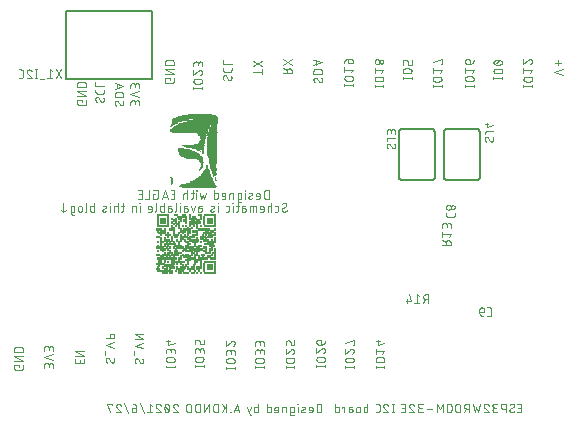
<source format=gbr>
G04 EAGLE Gerber RS-274X export*
G75*
%MOMM*%
%FSLAX34Y34*%
%LPD*%
%INSilkscreen Bottom*%
%IPPOS*%
%AMOC8*
5,1,8,0,0,1.08239X$1,22.5*%
G01*
%ADD10C,0.076200*%
%ADD11R,1.219200X0.038100*%
%ADD12R,2.819400X0.025400*%
%ADD13R,3.048000X0.025400*%
%ADD14R,3.098800X0.025400*%
%ADD15R,3.149600X0.025400*%
%ADD16R,3.124200X0.025400*%
%ADD17R,2.921000X0.025400*%
%ADD18R,2.540000X0.025400*%
%ADD19R,2.489200X0.025400*%
%ADD20R,0.025400X0.025400*%
%ADD21R,2.438400X0.025400*%
%ADD22R,0.127000X0.025400*%
%ADD23R,2.413000X0.025400*%
%ADD24R,2.311400X0.025400*%
%ADD25R,2.133600X0.025400*%
%ADD26R,2.082800X0.025400*%
%ADD27R,2.057400X0.025400*%
%ADD28R,2.006600X0.025400*%
%ADD29R,1.955800X0.025400*%
%ADD30R,1.803400X0.025400*%
%ADD31R,0.101600X0.025400*%
%ADD32R,1.701800X0.025400*%
%ADD33R,1.676400X0.025400*%
%ADD34R,1.625600X0.025400*%
%ADD35R,0.076200X0.025400*%
%ADD36R,1.600200X0.025400*%
%ADD37R,1.549400X0.025400*%
%ADD38R,1.473200X0.025400*%
%ADD39R,1.447800X0.025400*%
%ADD40R,1.397000X0.025400*%
%ADD41R,1.371600X0.025400*%
%ADD42R,1.320800X0.025400*%
%ADD43R,1.219200X0.025400*%
%ADD44R,1.143000X0.025400*%
%ADD45R,1.092200X0.025400*%
%ADD46R,0.050800X0.025400*%
%ADD47R,1.041400X0.025400*%
%ADD48R,0.965200X0.025400*%
%ADD49R,0.939800X0.025400*%
%ADD50R,0.914400X0.025400*%
%ADD51R,0.152400X0.025400*%
%ADD52R,0.889000X0.025400*%
%ADD53R,0.228600X0.025400*%
%ADD54R,0.863600X0.025400*%
%ADD55R,0.254000X0.025400*%
%ADD56R,0.812800X0.025400*%
%ADD57R,0.279400X0.025400*%
%ADD58R,0.762000X0.025400*%
%ADD59R,0.736600X0.025400*%
%ADD60R,0.685800X0.025400*%
%ADD61R,0.304800X0.025400*%
%ADD62R,0.660400X0.025400*%
%ADD63R,0.330200X0.025400*%
%ADD64R,0.635000X0.025400*%
%ADD65R,0.381000X0.025400*%
%ADD66R,0.584200X0.025400*%
%ADD67R,0.406400X0.025400*%
%ADD68R,0.558800X0.025400*%
%ADD69R,0.533400X0.025400*%
%ADD70R,0.508000X0.025400*%
%ADD71R,0.482600X0.025400*%
%ADD72R,0.457200X0.025400*%
%ADD73R,0.431800X0.025400*%
%ADD74R,0.355600X0.025400*%
%ADD75R,0.203200X0.025400*%
%ADD76R,0.177800X0.025400*%
%ADD77R,0.609600X0.025400*%
%ADD78R,0.711200X0.025400*%
%ADD79R,1.016000X0.025400*%
%ADD80R,1.422400X0.025400*%
%ADD81R,1.498600X0.025400*%
%ADD82R,1.524000X0.025400*%
%ADD83R,1.727200X0.025400*%
%ADD84R,0.787400X0.025400*%
%ADD85R,1.651000X0.025400*%
%ADD86R,0.838200X0.025400*%
%ADD87R,1.168400X0.025400*%
%ADD88R,1.117600X0.025400*%
%ADD89R,1.066800X0.025400*%
%ADD90R,0.990600X0.025400*%
%ADD91R,1.574800X0.025400*%
%ADD92R,1.828800X0.025400*%
%ADD93R,3.784600X0.025400*%
%ADD94R,3.860800X0.025400*%
%ADD95R,3.175000X0.025400*%
%ADD96R,3.200400X0.025400*%
%ADD97R,3.073400X0.025400*%
%ADD98R,3.759200X0.025400*%
%ADD99R,2.971800X0.025400*%
%ADD100R,2.895600X0.025400*%
%ADD101R,2.870200X0.025400*%
%ADD102R,2.743200X0.025400*%
%ADD103R,3.302000X0.025400*%
%ADD104R,3.276600X0.025400*%
%ADD105R,2.463800X0.025400*%
%ADD106R,2.641600X0.025400*%
%ADD107R,2.565400X0.025400*%
%ADD108R,2.159000X0.025400*%
%ADD109R,2.209800X0.025400*%
%ADD110R,1.346200X0.025400*%
%ADD111R,1.981200X0.025400*%
%ADD112R,1.295400X0.025400*%
%ADD113R,3.479800X0.025400*%
%ADD114R,1.778000X0.025400*%
%ADD115R,3.454400X0.025400*%
%ADD116R,2.717800X0.025400*%
%ADD117R,2.362200X0.025400*%
%ADD118R,1.066800X0.038100*%
%ADD119R,0.152400X0.038100*%
%ADD120R,0.304800X0.038100*%
%ADD121R,0.457200X0.038100*%
%ADD122R,1.371600X0.038100*%
%ADD123R,0.609600X0.038100*%
%ADD124R,0.762000X0.038100*%
%ADD125R,0.914400X0.038100*%
%ADD126R,1.676400X0.038100*%
%ADD127C,0.203200*%
%ADD128C,0.152400*%


D10*
X113284Y263725D02*
X113284Y265772D01*
X113286Y265861D01*
X113292Y265950D01*
X113302Y266039D01*
X113315Y266127D01*
X113332Y266215D01*
X113354Y266302D01*
X113379Y266387D01*
X113407Y266472D01*
X113440Y266555D01*
X113476Y266637D01*
X113515Y266717D01*
X113558Y266795D01*
X113604Y266871D01*
X113654Y266946D01*
X113707Y267018D01*
X113763Y267087D01*
X113822Y267154D01*
X113883Y267219D01*
X113948Y267280D01*
X114015Y267339D01*
X114084Y267395D01*
X114156Y267448D01*
X114231Y267498D01*
X114307Y267544D01*
X114385Y267587D01*
X114465Y267626D01*
X114547Y267662D01*
X114630Y267695D01*
X114715Y267723D01*
X114800Y267748D01*
X114887Y267770D01*
X114975Y267787D01*
X115063Y267800D01*
X115152Y267810D01*
X115241Y267816D01*
X115330Y267818D01*
X115419Y267816D01*
X115508Y267810D01*
X115597Y267800D01*
X115685Y267787D01*
X115773Y267770D01*
X115860Y267748D01*
X115945Y267723D01*
X116030Y267695D01*
X116113Y267662D01*
X116195Y267626D01*
X116275Y267587D01*
X116353Y267544D01*
X116429Y267498D01*
X116504Y267448D01*
X116576Y267395D01*
X116645Y267339D01*
X116712Y267280D01*
X116777Y267219D01*
X116838Y267154D01*
X116897Y267087D01*
X116953Y267018D01*
X117006Y266946D01*
X117056Y266871D01*
X117102Y266795D01*
X117145Y266717D01*
X117184Y266637D01*
X117220Y266555D01*
X117253Y266472D01*
X117281Y266387D01*
X117306Y266302D01*
X117328Y266215D01*
X117345Y266127D01*
X117358Y266039D01*
X117368Y265950D01*
X117374Y265861D01*
X117376Y265772D01*
X120650Y266181D02*
X120650Y263725D01*
X120650Y266181D02*
X120648Y266260D01*
X120642Y266339D01*
X120633Y266418D01*
X120620Y266496D01*
X120602Y266573D01*
X120582Y266649D01*
X120557Y266724D01*
X120529Y266798D01*
X120498Y266871D01*
X120462Y266942D01*
X120424Y267011D01*
X120382Y267078D01*
X120337Y267143D01*
X120289Y267206D01*
X120238Y267267D01*
X120184Y267324D01*
X120128Y267380D01*
X120069Y267432D01*
X120007Y267482D01*
X119943Y267528D01*
X119877Y267572D01*
X119809Y267612D01*
X119739Y267648D01*
X119667Y267682D01*
X119593Y267712D01*
X119519Y267738D01*
X119443Y267761D01*
X119366Y267779D01*
X119289Y267795D01*
X119210Y267806D01*
X119132Y267814D01*
X119053Y267818D01*
X118973Y267818D01*
X118894Y267814D01*
X118816Y267806D01*
X118737Y267795D01*
X118660Y267779D01*
X118583Y267761D01*
X118507Y267738D01*
X118433Y267712D01*
X118359Y267682D01*
X118287Y267648D01*
X118217Y267612D01*
X118149Y267572D01*
X118083Y267528D01*
X118019Y267482D01*
X117957Y267432D01*
X117898Y267380D01*
X117842Y267324D01*
X117788Y267267D01*
X117737Y267206D01*
X117689Y267143D01*
X117644Y267078D01*
X117602Y267011D01*
X117564Y266942D01*
X117528Y266871D01*
X117497Y266798D01*
X117469Y266724D01*
X117444Y266649D01*
X117424Y266573D01*
X117406Y266496D01*
X117393Y266418D01*
X117384Y266339D01*
X117378Y266260D01*
X117376Y266181D01*
X117376Y264544D01*
X120650Y270631D02*
X113284Y273087D01*
X120650Y275542D01*
X113284Y278356D02*
X113284Y280402D01*
X113286Y280491D01*
X113292Y280580D01*
X113302Y280669D01*
X113315Y280757D01*
X113332Y280845D01*
X113354Y280932D01*
X113379Y281017D01*
X113407Y281102D01*
X113440Y281185D01*
X113476Y281267D01*
X113515Y281347D01*
X113558Y281425D01*
X113604Y281501D01*
X113654Y281576D01*
X113707Y281648D01*
X113763Y281717D01*
X113822Y281784D01*
X113883Y281849D01*
X113948Y281910D01*
X114015Y281969D01*
X114084Y282025D01*
X114156Y282078D01*
X114231Y282128D01*
X114307Y282174D01*
X114385Y282217D01*
X114465Y282256D01*
X114547Y282292D01*
X114630Y282325D01*
X114715Y282353D01*
X114800Y282378D01*
X114887Y282400D01*
X114975Y282417D01*
X115063Y282430D01*
X115152Y282440D01*
X115241Y282446D01*
X115330Y282448D01*
X115419Y282446D01*
X115508Y282440D01*
X115597Y282430D01*
X115685Y282417D01*
X115773Y282400D01*
X115860Y282378D01*
X115945Y282353D01*
X116030Y282325D01*
X116113Y282292D01*
X116195Y282256D01*
X116275Y282217D01*
X116353Y282174D01*
X116429Y282128D01*
X116504Y282078D01*
X116576Y282025D01*
X116645Y281969D01*
X116712Y281910D01*
X116777Y281849D01*
X116838Y281784D01*
X116897Y281717D01*
X116953Y281648D01*
X117006Y281576D01*
X117056Y281501D01*
X117102Y281425D01*
X117145Y281347D01*
X117184Y281267D01*
X117220Y281185D01*
X117253Y281102D01*
X117281Y281017D01*
X117306Y280932D01*
X117328Y280845D01*
X117345Y280757D01*
X117358Y280669D01*
X117368Y280580D01*
X117374Y280491D01*
X117376Y280402D01*
X120650Y280811D02*
X120650Y278356D01*
X120650Y280811D02*
X120648Y280890D01*
X120642Y280969D01*
X120633Y281048D01*
X120620Y281126D01*
X120602Y281203D01*
X120582Y281279D01*
X120557Y281354D01*
X120529Y281428D01*
X120498Y281501D01*
X120462Y281572D01*
X120424Y281641D01*
X120382Y281708D01*
X120337Y281773D01*
X120289Y281836D01*
X120238Y281897D01*
X120184Y281954D01*
X120128Y282010D01*
X120069Y282062D01*
X120007Y282112D01*
X119943Y282158D01*
X119877Y282202D01*
X119809Y282242D01*
X119739Y282278D01*
X119667Y282312D01*
X119593Y282342D01*
X119519Y282368D01*
X119443Y282391D01*
X119366Y282409D01*
X119289Y282425D01*
X119210Y282436D01*
X119132Y282444D01*
X119053Y282448D01*
X118973Y282448D01*
X118894Y282444D01*
X118816Y282436D01*
X118737Y282425D01*
X118660Y282409D01*
X118583Y282391D01*
X118507Y282368D01*
X118433Y282342D01*
X118359Y282312D01*
X118287Y282278D01*
X118217Y282242D01*
X118149Y282202D01*
X118083Y282158D01*
X118019Y282112D01*
X117957Y282062D01*
X117898Y282010D01*
X117842Y281954D01*
X117788Y281897D01*
X117737Y281836D01*
X117689Y281773D01*
X117644Y281708D01*
X117602Y281641D01*
X117564Y281572D01*
X117528Y281501D01*
X117497Y281428D01*
X117469Y281354D01*
X117444Y281279D01*
X117424Y281203D01*
X117406Y281126D01*
X117393Y281048D01*
X117384Y280969D01*
X117378Y280890D01*
X117376Y280811D01*
X117376Y279174D01*
X85203Y270602D02*
X85125Y270600D01*
X85047Y270595D01*
X84970Y270585D01*
X84893Y270572D01*
X84817Y270556D01*
X84742Y270536D01*
X84668Y270512D01*
X84595Y270485D01*
X84523Y270454D01*
X84453Y270420D01*
X84385Y270383D01*
X84318Y270342D01*
X84253Y270298D01*
X84191Y270252D01*
X84131Y270202D01*
X84073Y270150D01*
X84018Y270095D01*
X83966Y270037D01*
X83916Y269977D01*
X83870Y269915D01*
X83826Y269850D01*
X83785Y269784D01*
X83748Y269715D01*
X83714Y269645D01*
X83683Y269573D01*
X83656Y269500D01*
X83632Y269426D01*
X83612Y269351D01*
X83596Y269275D01*
X83583Y269198D01*
X83573Y269121D01*
X83568Y269043D01*
X83566Y268965D01*
X83568Y268851D01*
X83573Y268738D01*
X83583Y268624D01*
X83596Y268511D01*
X83613Y268399D01*
X83633Y268287D01*
X83657Y268176D01*
X83685Y268065D01*
X83716Y267956D01*
X83751Y267848D01*
X83790Y267741D01*
X83832Y267635D01*
X83877Y267531D01*
X83926Y267428D01*
X83979Y267327D01*
X84034Y267228D01*
X84093Y267130D01*
X84155Y267035D01*
X84220Y266942D01*
X84288Y266850D01*
X84359Y266762D01*
X84433Y266675D01*
X84510Y266591D01*
X84589Y266510D01*
X89295Y266714D02*
X89373Y266716D01*
X89451Y266721D01*
X89528Y266731D01*
X89605Y266744D01*
X89681Y266760D01*
X89756Y266780D01*
X89830Y266804D01*
X89903Y266831D01*
X89975Y266862D01*
X90045Y266896D01*
X90114Y266933D01*
X90180Y266974D01*
X90245Y267018D01*
X90307Y267064D01*
X90367Y267114D01*
X90425Y267166D01*
X90480Y267221D01*
X90532Y267279D01*
X90582Y267339D01*
X90628Y267401D01*
X90672Y267466D01*
X90713Y267533D01*
X90750Y267601D01*
X90784Y267671D01*
X90815Y267743D01*
X90842Y267816D01*
X90866Y267890D01*
X90886Y267965D01*
X90902Y268041D01*
X90915Y268118D01*
X90925Y268195D01*
X90930Y268273D01*
X90932Y268351D01*
X90930Y268461D01*
X90924Y268570D01*
X90914Y268680D01*
X90901Y268788D01*
X90883Y268897D01*
X90862Y269004D01*
X90836Y269111D01*
X90807Y269217D01*
X90775Y269322D01*
X90738Y269425D01*
X90698Y269527D01*
X90654Y269628D01*
X90606Y269727D01*
X90556Y269824D01*
X90501Y269919D01*
X90443Y270012D01*
X90382Y270103D01*
X90318Y270192D01*
X87862Y267532D02*
X87904Y267465D01*
X87948Y267400D01*
X87996Y267338D01*
X88046Y267278D01*
X88099Y267220D01*
X88155Y267165D01*
X88214Y267113D01*
X88274Y267063D01*
X88338Y267016D01*
X88403Y266973D01*
X88470Y266932D01*
X88539Y266895D01*
X88610Y266861D01*
X88682Y266830D01*
X88756Y266803D01*
X88830Y266779D01*
X88906Y266759D01*
X88983Y266743D01*
X89060Y266730D01*
X89138Y266720D01*
X89217Y266715D01*
X89295Y266713D01*
X86635Y269783D02*
X86593Y269849D01*
X86549Y269914D01*
X86502Y269976D01*
X86451Y270036D01*
X86398Y270094D01*
X86342Y270149D01*
X86284Y270202D01*
X86223Y270251D01*
X86160Y270298D01*
X86095Y270341D01*
X86028Y270382D01*
X85959Y270419D01*
X85888Y270453D01*
X85816Y270484D01*
X85742Y270511D01*
X85667Y270535D01*
X85592Y270555D01*
X85515Y270571D01*
X85438Y270584D01*
X85360Y270594D01*
X85281Y270599D01*
X85203Y270601D01*
X86635Y269783D02*
X87863Y267532D01*
X83566Y275195D02*
X83566Y276831D01*
X83566Y275195D02*
X83568Y275117D01*
X83573Y275039D01*
X83583Y274962D01*
X83596Y274885D01*
X83612Y274809D01*
X83632Y274734D01*
X83656Y274660D01*
X83683Y274587D01*
X83714Y274515D01*
X83748Y274445D01*
X83785Y274377D01*
X83826Y274310D01*
X83870Y274245D01*
X83916Y274183D01*
X83966Y274123D01*
X84018Y274065D01*
X84073Y274010D01*
X84131Y273958D01*
X84191Y273908D01*
X84253Y273862D01*
X84318Y273818D01*
X84385Y273777D01*
X84453Y273740D01*
X84523Y273706D01*
X84595Y273675D01*
X84668Y273648D01*
X84742Y273624D01*
X84817Y273604D01*
X84893Y273588D01*
X84970Y273575D01*
X85047Y273565D01*
X85125Y273560D01*
X85203Y273558D01*
X89295Y273558D01*
X89373Y273560D01*
X89451Y273565D01*
X89528Y273575D01*
X89605Y273588D01*
X89681Y273604D01*
X89756Y273624D01*
X89830Y273648D01*
X89903Y273675D01*
X89975Y273706D01*
X90045Y273740D01*
X90114Y273777D01*
X90180Y273818D01*
X90245Y273862D01*
X90307Y273908D01*
X90367Y273958D01*
X90425Y274010D01*
X90480Y274065D01*
X90532Y274123D01*
X90582Y274183D01*
X90628Y274245D01*
X90672Y274310D01*
X90713Y274377D01*
X90750Y274445D01*
X90784Y274515D01*
X90815Y274587D01*
X90842Y274660D01*
X90866Y274734D01*
X90886Y274809D01*
X90902Y274885D01*
X90915Y274962D01*
X90925Y275039D01*
X90930Y275117D01*
X90932Y275195D01*
X90932Y276831D01*
X90932Y279936D02*
X83566Y279936D01*
X83566Y283210D01*
X99822Y265782D02*
X99824Y265860D01*
X99829Y265938D01*
X99839Y266015D01*
X99852Y266092D01*
X99868Y266168D01*
X99888Y266243D01*
X99912Y266317D01*
X99939Y266390D01*
X99970Y266462D01*
X100004Y266532D01*
X100041Y266601D01*
X100082Y266667D01*
X100126Y266732D01*
X100172Y266794D01*
X100222Y266854D01*
X100274Y266912D01*
X100329Y266967D01*
X100387Y267019D01*
X100447Y267069D01*
X100509Y267115D01*
X100574Y267159D01*
X100641Y267200D01*
X100709Y267237D01*
X100779Y267271D01*
X100851Y267302D01*
X100924Y267329D01*
X100998Y267353D01*
X101073Y267373D01*
X101149Y267389D01*
X101226Y267402D01*
X101303Y267412D01*
X101381Y267417D01*
X101459Y267419D01*
X99822Y265782D02*
X99824Y265668D01*
X99829Y265555D01*
X99839Y265441D01*
X99852Y265328D01*
X99869Y265216D01*
X99889Y265104D01*
X99913Y264993D01*
X99941Y264882D01*
X99972Y264773D01*
X100007Y264665D01*
X100046Y264558D01*
X100088Y264452D01*
X100133Y264348D01*
X100182Y264245D01*
X100235Y264144D01*
X100290Y264045D01*
X100349Y263947D01*
X100411Y263852D01*
X100476Y263759D01*
X100544Y263667D01*
X100615Y263579D01*
X100689Y263492D01*
X100766Y263408D01*
X100845Y263327D01*
X105551Y263531D02*
X105629Y263533D01*
X105707Y263538D01*
X105784Y263548D01*
X105861Y263561D01*
X105937Y263577D01*
X106012Y263597D01*
X106086Y263621D01*
X106159Y263648D01*
X106231Y263679D01*
X106301Y263713D01*
X106370Y263750D01*
X106436Y263791D01*
X106501Y263835D01*
X106563Y263881D01*
X106623Y263931D01*
X106681Y263983D01*
X106736Y264038D01*
X106788Y264096D01*
X106838Y264156D01*
X106884Y264218D01*
X106928Y264283D01*
X106969Y264350D01*
X107006Y264418D01*
X107040Y264488D01*
X107071Y264560D01*
X107098Y264633D01*
X107122Y264707D01*
X107142Y264782D01*
X107158Y264858D01*
X107171Y264935D01*
X107181Y265012D01*
X107186Y265090D01*
X107188Y265168D01*
X107186Y265278D01*
X107180Y265387D01*
X107170Y265497D01*
X107157Y265605D01*
X107139Y265714D01*
X107118Y265821D01*
X107092Y265928D01*
X107063Y266034D01*
X107031Y266139D01*
X106994Y266242D01*
X106954Y266344D01*
X106910Y266445D01*
X106862Y266544D01*
X106812Y266641D01*
X106757Y266736D01*
X106699Y266829D01*
X106638Y266920D01*
X106574Y267009D01*
X104118Y264349D02*
X104160Y264282D01*
X104204Y264217D01*
X104252Y264155D01*
X104302Y264095D01*
X104355Y264037D01*
X104411Y263982D01*
X104470Y263930D01*
X104530Y263880D01*
X104594Y263833D01*
X104659Y263790D01*
X104726Y263749D01*
X104795Y263712D01*
X104866Y263678D01*
X104938Y263647D01*
X105012Y263620D01*
X105086Y263596D01*
X105162Y263576D01*
X105239Y263560D01*
X105316Y263547D01*
X105394Y263537D01*
X105473Y263532D01*
X105551Y263530D01*
X102891Y266600D02*
X102849Y266666D01*
X102805Y266731D01*
X102758Y266793D01*
X102707Y266853D01*
X102654Y266911D01*
X102598Y266966D01*
X102540Y267019D01*
X102479Y267068D01*
X102416Y267115D01*
X102351Y267158D01*
X102284Y267199D01*
X102215Y267236D01*
X102144Y267270D01*
X102072Y267301D01*
X101998Y267328D01*
X101923Y267352D01*
X101848Y267372D01*
X101771Y267388D01*
X101694Y267401D01*
X101616Y267411D01*
X101537Y267416D01*
X101459Y267418D01*
X102891Y266600D02*
X104119Y264349D01*
X107188Y270642D02*
X99822Y270642D01*
X107188Y270642D02*
X107188Y272688D01*
X107186Y272777D01*
X107180Y272866D01*
X107170Y272955D01*
X107157Y273043D01*
X107140Y273131D01*
X107118Y273218D01*
X107093Y273303D01*
X107065Y273388D01*
X107032Y273471D01*
X106996Y273553D01*
X106957Y273633D01*
X106914Y273711D01*
X106868Y273787D01*
X106818Y273862D01*
X106765Y273934D01*
X106709Y274003D01*
X106650Y274070D01*
X106589Y274135D01*
X106524Y274196D01*
X106457Y274255D01*
X106388Y274311D01*
X106316Y274364D01*
X106241Y274414D01*
X106165Y274460D01*
X106087Y274503D01*
X106007Y274542D01*
X105925Y274578D01*
X105842Y274611D01*
X105757Y274639D01*
X105672Y274664D01*
X105585Y274686D01*
X105497Y274703D01*
X105409Y274716D01*
X105320Y274726D01*
X105231Y274732D01*
X105142Y274734D01*
X101868Y274734D01*
X101779Y274732D01*
X101690Y274726D01*
X101601Y274716D01*
X101513Y274703D01*
X101425Y274686D01*
X101338Y274664D01*
X101253Y274639D01*
X101168Y274611D01*
X101085Y274578D01*
X101003Y274542D01*
X100923Y274503D01*
X100845Y274460D01*
X100769Y274414D01*
X100694Y274364D01*
X100622Y274311D01*
X100553Y274255D01*
X100486Y274196D01*
X100421Y274135D01*
X100360Y274070D01*
X100301Y274003D01*
X100245Y273934D01*
X100192Y273862D01*
X100142Y273787D01*
X100096Y273711D01*
X100053Y273633D01*
X100014Y273553D01*
X99978Y273471D01*
X99945Y273388D01*
X99917Y273303D01*
X99892Y273218D01*
X99870Y273131D01*
X99853Y273043D01*
X99840Y272955D01*
X99830Y272866D01*
X99824Y272777D01*
X99822Y272688D01*
X99822Y270642D01*
X99822Y277791D02*
X107188Y280247D01*
X99822Y282702D01*
X101664Y282088D02*
X101664Y278405D01*
X440845Y3556D02*
X444119Y3556D01*
X444119Y10922D01*
X440845Y10922D01*
X441664Y7648D02*
X444119Y7648D01*
X435827Y3556D02*
X435749Y3558D01*
X435671Y3563D01*
X435594Y3573D01*
X435517Y3586D01*
X435441Y3602D01*
X435366Y3622D01*
X435292Y3646D01*
X435219Y3673D01*
X435147Y3704D01*
X435077Y3738D01*
X435009Y3775D01*
X434942Y3816D01*
X434877Y3860D01*
X434815Y3906D01*
X434755Y3956D01*
X434697Y4008D01*
X434642Y4063D01*
X434590Y4121D01*
X434540Y4181D01*
X434494Y4243D01*
X434450Y4308D01*
X434409Y4374D01*
X434372Y4443D01*
X434338Y4513D01*
X434307Y4585D01*
X434280Y4658D01*
X434256Y4732D01*
X434236Y4807D01*
X434220Y4883D01*
X434207Y4960D01*
X434197Y5037D01*
X434192Y5115D01*
X434190Y5193D01*
X435827Y3556D02*
X435941Y3558D01*
X436054Y3563D01*
X436168Y3573D01*
X436281Y3586D01*
X436393Y3603D01*
X436505Y3623D01*
X436616Y3647D01*
X436727Y3675D01*
X436836Y3706D01*
X436944Y3741D01*
X437051Y3780D01*
X437157Y3822D01*
X437261Y3867D01*
X437364Y3916D01*
X437465Y3969D01*
X437564Y4024D01*
X437662Y4083D01*
X437757Y4145D01*
X437850Y4210D01*
X437942Y4278D01*
X438030Y4349D01*
X438117Y4423D01*
X438201Y4500D01*
X438282Y4579D01*
X438078Y9285D02*
X438076Y9363D01*
X438071Y9441D01*
X438061Y9518D01*
X438048Y9595D01*
X438032Y9671D01*
X438012Y9746D01*
X437988Y9820D01*
X437961Y9893D01*
X437930Y9965D01*
X437896Y10035D01*
X437859Y10104D01*
X437818Y10170D01*
X437774Y10235D01*
X437728Y10297D01*
X437678Y10357D01*
X437626Y10415D01*
X437571Y10470D01*
X437513Y10522D01*
X437453Y10572D01*
X437391Y10618D01*
X437326Y10662D01*
X437260Y10703D01*
X437191Y10740D01*
X437121Y10774D01*
X437049Y10805D01*
X436976Y10832D01*
X436902Y10856D01*
X436827Y10876D01*
X436751Y10892D01*
X436674Y10905D01*
X436597Y10915D01*
X436519Y10920D01*
X436441Y10922D01*
X436331Y10920D01*
X436222Y10914D01*
X436112Y10904D01*
X436004Y10891D01*
X435895Y10873D01*
X435788Y10852D01*
X435681Y10826D01*
X435575Y10797D01*
X435470Y10765D01*
X435367Y10728D01*
X435265Y10688D01*
X435164Y10644D01*
X435065Y10596D01*
X434968Y10546D01*
X434873Y10491D01*
X434780Y10433D01*
X434689Y10372D01*
X434600Y10308D01*
X437259Y7852D02*
X437326Y7894D01*
X437391Y7938D01*
X437453Y7986D01*
X437513Y8036D01*
X437571Y8089D01*
X437626Y8145D01*
X437678Y8204D01*
X437728Y8264D01*
X437775Y8328D01*
X437818Y8393D01*
X437859Y8460D01*
X437896Y8529D01*
X437930Y8600D01*
X437961Y8672D01*
X437988Y8746D01*
X438012Y8820D01*
X438032Y8896D01*
X438048Y8973D01*
X438061Y9050D01*
X438071Y9128D01*
X438076Y9207D01*
X438078Y9285D01*
X435009Y6625D02*
X434943Y6584D01*
X434878Y6539D01*
X434816Y6492D01*
X434756Y6441D01*
X434698Y6388D01*
X434643Y6332D01*
X434590Y6274D01*
X434541Y6213D01*
X434494Y6150D01*
X434451Y6085D01*
X434410Y6018D01*
X434373Y5949D01*
X434339Y5878D01*
X434308Y5806D01*
X434281Y5732D01*
X434257Y5657D01*
X434237Y5582D01*
X434221Y5505D01*
X434208Y5428D01*
X434198Y5350D01*
X434193Y5271D01*
X434191Y5193D01*
X435009Y6625D02*
X437260Y7853D01*
X430850Y10922D02*
X430850Y3556D01*
X430850Y10922D02*
X428804Y10922D01*
X428715Y10920D01*
X428626Y10914D01*
X428537Y10904D01*
X428449Y10891D01*
X428361Y10874D01*
X428274Y10852D01*
X428189Y10827D01*
X428104Y10799D01*
X428021Y10766D01*
X427939Y10730D01*
X427859Y10691D01*
X427781Y10648D01*
X427705Y10602D01*
X427630Y10552D01*
X427558Y10499D01*
X427489Y10443D01*
X427422Y10384D01*
X427357Y10323D01*
X427296Y10258D01*
X427237Y10191D01*
X427181Y10122D01*
X427128Y10050D01*
X427078Y9975D01*
X427032Y9899D01*
X426989Y9821D01*
X426950Y9741D01*
X426914Y9659D01*
X426881Y9576D01*
X426853Y9491D01*
X426828Y9406D01*
X426806Y9319D01*
X426789Y9231D01*
X426776Y9143D01*
X426766Y9054D01*
X426760Y8965D01*
X426758Y8876D01*
X426760Y8787D01*
X426766Y8698D01*
X426776Y8609D01*
X426789Y8521D01*
X426806Y8433D01*
X426828Y8346D01*
X426853Y8261D01*
X426881Y8176D01*
X426914Y8093D01*
X426950Y8011D01*
X426989Y7931D01*
X427032Y7853D01*
X427078Y7777D01*
X427128Y7702D01*
X427181Y7630D01*
X427237Y7561D01*
X427296Y7494D01*
X427357Y7429D01*
X427422Y7368D01*
X427489Y7309D01*
X427558Y7253D01*
X427630Y7200D01*
X427705Y7150D01*
X427781Y7104D01*
X427859Y7061D01*
X427939Y7022D01*
X428021Y6986D01*
X428104Y6953D01*
X428189Y6925D01*
X428274Y6900D01*
X428361Y6878D01*
X428449Y6861D01*
X428537Y6848D01*
X428626Y6838D01*
X428715Y6832D01*
X428804Y6830D01*
X430850Y6830D01*
X423896Y3556D02*
X421850Y3556D01*
X421761Y3558D01*
X421672Y3564D01*
X421583Y3574D01*
X421495Y3587D01*
X421407Y3604D01*
X421320Y3626D01*
X421235Y3651D01*
X421150Y3679D01*
X421067Y3712D01*
X420985Y3748D01*
X420905Y3787D01*
X420827Y3830D01*
X420751Y3876D01*
X420676Y3926D01*
X420604Y3979D01*
X420535Y4035D01*
X420468Y4094D01*
X420403Y4155D01*
X420342Y4220D01*
X420283Y4287D01*
X420227Y4356D01*
X420174Y4428D01*
X420124Y4503D01*
X420078Y4579D01*
X420035Y4657D01*
X419996Y4737D01*
X419960Y4819D01*
X419927Y4902D01*
X419899Y4987D01*
X419874Y5072D01*
X419852Y5159D01*
X419835Y5247D01*
X419822Y5335D01*
X419812Y5424D01*
X419806Y5513D01*
X419804Y5602D01*
X419806Y5691D01*
X419812Y5780D01*
X419822Y5869D01*
X419835Y5957D01*
X419852Y6045D01*
X419874Y6132D01*
X419899Y6217D01*
X419927Y6302D01*
X419960Y6385D01*
X419996Y6467D01*
X420035Y6547D01*
X420078Y6625D01*
X420124Y6701D01*
X420174Y6776D01*
X420227Y6848D01*
X420283Y6917D01*
X420342Y6984D01*
X420403Y7049D01*
X420468Y7110D01*
X420535Y7169D01*
X420604Y7225D01*
X420676Y7278D01*
X420751Y7328D01*
X420827Y7374D01*
X420905Y7417D01*
X420985Y7456D01*
X421067Y7492D01*
X421150Y7525D01*
X421235Y7553D01*
X421320Y7578D01*
X421407Y7600D01*
X421495Y7617D01*
X421583Y7630D01*
X421672Y7640D01*
X421761Y7646D01*
X421850Y7648D01*
X421441Y10922D02*
X423896Y10922D01*
X421441Y10922D02*
X421362Y10920D01*
X421283Y10914D01*
X421204Y10905D01*
X421126Y10892D01*
X421049Y10874D01*
X420973Y10854D01*
X420898Y10829D01*
X420824Y10801D01*
X420751Y10770D01*
X420680Y10734D01*
X420611Y10696D01*
X420544Y10654D01*
X420479Y10609D01*
X420416Y10561D01*
X420355Y10510D01*
X420298Y10456D01*
X420242Y10400D01*
X420190Y10341D01*
X420140Y10279D01*
X420094Y10215D01*
X420050Y10149D01*
X420010Y10081D01*
X419974Y10011D01*
X419940Y9939D01*
X419910Y9865D01*
X419884Y9791D01*
X419861Y9715D01*
X419843Y9638D01*
X419827Y9561D01*
X419816Y9482D01*
X419808Y9404D01*
X419804Y9325D01*
X419804Y9245D01*
X419808Y9166D01*
X419816Y9088D01*
X419827Y9009D01*
X419843Y8932D01*
X419861Y8855D01*
X419884Y8779D01*
X419910Y8705D01*
X419940Y8631D01*
X419974Y8559D01*
X420010Y8489D01*
X420050Y8421D01*
X420094Y8355D01*
X420140Y8291D01*
X420190Y8229D01*
X420242Y8170D01*
X420298Y8114D01*
X420355Y8060D01*
X420416Y8009D01*
X420479Y7961D01*
X420544Y7916D01*
X420611Y7874D01*
X420680Y7836D01*
X420751Y7800D01*
X420824Y7769D01*
X420898Y7741D01*
X420973Y7716D01*
X421049Y7696D01*
X421126Y7678D01*
X421204Y7665D01*
X421283Y7656D01*
X421362Y7650D01*
X421441Y7648D01*
X423078Y7648D01*
X414330Y10923D02*
X414245Y10921D01*
X414160Y10915D01*
X414076Y10905D01*
X413992Y10892D01*
X413908Y10874D01*
X413826Y10853D01*
X413745Y10828D01*
X413665Y10799D01*
X413586Y10766D01*
X413509Y10730D01*
X413434Y10690D01*
X413360Y10647D01*
X413289Y10601D01*
X413220Y10551D01*
X413153Y10498D01*
X413089Y10442D01*
X413028Y10383D01*
X412969Y10322D01*
X412913Y10258D01*
X412860Y10191D01*
X412810Y10122D01*
X412764Y10051D01*
X412721Y9977D01*
X412681Y9902D01*
X412645Y9825D01*
X412612Y9746D01*
X412583Y9666D01*
X412558Y9585D01*
X412537Y9503D01*
X412519Y9419D01*
X412506Y9335D01*
X412496Y9251D01*
X412490Y9166D01*
X412488Y9081D01*
X414330Y10922D02*
X414426Y10920D01*
X414522Y10914D01*
X414617Y10904D01*
X414712Y10891D01*
X414807Y10873D01*
X414900Y10852D01*
X414993Y10827D01*
X415084Y10798D01*
X415175Y10766D01*
X415264Y10730D01*
X415351Y10690D01*
X415437Y10647D01*
X415521Y10601D01*
X415603Y10551D01*
X415683Y10497D01*
X415760Y10441D01*
X415835Y10381D01*
X415908Y10319D01*
X415978Y10253D01*
X416046Y10185D01*
X416111Y10114D01*
X416172Y10041D01*
X416231Y9965D01*
X416287Y9886D01*
X416339Y9806D01*
X416388Y9723D01*
X416434Y9639D01*
X416476Y9553D01*
X416514Y9465D01*
X416549Y9376D01*
X416581Y9285D01*
X413102Y7649D02*
X413042Y7708D01*
X412985Y7770D01*
X412930Y7834D01*
X412879Y7901D01*
X412830Y7970D01*
X412784Y8040D01*
X412741Y8113D01*
X412701Y8187D01*
X412665Y8263D01*
X412632Y8341D01*
X412602Y8420D01*
X412575Y8500D01*
X412552Y8581D01*
X412533Y8663D01*
X412517Y8745D01*
X412504Y8829D01*
X412495Y8913D01*
X412490Y8997D01*
X412488Y9081D01*
X413102Y7648D02*
X416581Y3556D01*
X412489Y3556D01*
X407881Y3556D02*
X409518Y10922D01*
X406244Y8467D02*
X407881Y3556D01*
X404607Y3556D02*
X406244Y8467D01*
X402970Y10922D02*
X404607Y3556D01*
X399705Y3556D02*
X399705Y10922D01*
X397659Y10922D01*
X397570Y10920D01*
X397481Y10914D01*
X397392Y10904D01*
X397304Y10891D01*
X397216Y10874D01*
X397129Y10852D01*
X397044Y10827D01*
X396959Y10799D01*
X396876Y10766D01*
X396794Y10730D01*
X396714Y10691D01*
X396636Y10648D01*
X396560Y10602D01*
X396485Y10552D01*
X396413Y10499D01*
X396344Y10443D01*
X396277Y10384D01*
X396212Y10323D01*
X396151Y10258D01*
X396092Y10191D01*
X396036Y10122D01*
X395983Y10050D01*
X395933Y9975D01*
X395887Y9899D01*
X395844Y9821D01*
X395805Y9741D01*
X395769Y9659D01*
X395736Y9576D01*
X395708Y9491D01*
X395683Y9406D01*
X395661Y9319D01*
X395644Y9231D01*
X395631Y9143D01*
X395621Y9054D01*
X395615Y8965D01*
X395613Y8876D01*
X395615Y8787D01*
X395621Y8698D01*
X395631Y8609D01*
X395644Y8521D01*
X395661Y8433D01*
X395683Y8346D01*
X395708Y8261D01*
X395736Y8176D01*
X395769Y8093D01*
X395805Y8011D01*
X395844Y7931D01*
X395887Y7853D01*
X395933Y7777D01*
X395983Y7702D01*
X396036Y7630D01*
X396092Y7561D01*
X396151Y7494D01*
X396212Y7429D01*
X396277Y7368D01*
X396344Y7309D01*
X396413Y7253D01*
X396485Y7200D01*
X396560Y7150D01*
X396636Y7104D01*
X396714Y7061D01*
X396794Y7022D01*
X396876Y6986D01*
X396959Y6953D01*
X397044Y6925D01*
X397129Y6900D01*
X397216Y6878D01*
X397304Y6861D01*
X397392Y6848D01*
X397481Y6838D01*
X397570Y6832D01*
X397659Y6830D01*
X399705Y6830D01*
X397249Y6830D02*
X395612Y3556D01*
X392441Y5602D02*
X392441Y8876D01*
X392439Y8965D01*
X392433Y9054D01*
X392423Y9143D01*
X392410Y9231D01*
X392393Y9319D01*
X392371Y9406D01*
X392346Y9491D01*
X392318Y9576D01*
X392285Y9659D01*
X392249Y9741D01*
X392210Y9821D01*
X392167Y9899D01*
X392121Y9975D01*
X392071Y10050D01*
X392018Y10122D01*
X391962Y10191D01*
X391903Y10258D01*
X391842Y10323D01*
X391777Y10384D01*
X391710Y10443D01*
X391641Y10499D01*
X391569Y10552D01*
X391494Y10602D01*
X391418Y10648D01*
X391340Y10691D01*
X391260Y10730D01*
X391178Y10766D01*
X391095Y10799D01*
X391010Y10827D01*
X390925Y10852D01*
X390838Y10874D01*
X390750Y10891D01*
X390662Y10904D01*
X390573Y10914D01*
X390484Y10920D01*
X390395Y10922D01*
X390306Y10920D01*
X390217Y10914D01*
X390128Y10904D01*
X390040Y10891D01*
X389952Y10874D01*
X389865Y10852D01*
X389780Y10827D01*
X389695Y10799D01*
X389612Y10766D01*
X389530Y10730D01*
X389450Y10691D01*
X389372Y10648D01*
X389296Y10602D01*
X389221Y10552D01*
X389149Y10499D01*
X389080Y10443D01*
X389013Y10384D01*
X388948Y10323D01*
X388887Y10258D01*
X388828Y10191D01*
X388772Y10122D01*
X388719Y10050D01*
X388669Y9975D01*
X388623Y9899D01*
X388580Y9821D01*
X388541Y9741D01*
X388505Y9659D01*
X388472Y9576D01*
X388444Y9491D01*
X388419Y9406D01*
X388397Y9319D01*
X388380Y9231D01*
X388367Y9143D01*
X388357Y9054D01*
X388351Y8965D01*
X388349Y8876D01*
X388348Y8876D02*
X388348Y5602D01*
X388349Y5602D02*
X388351Y5513D01*
X388357Y5424D01*
X388367Y5335D01*
X388380Y5247D01*
X388397Y5159D01*
X388419Y5072D01*
X388444Y4987D01*
X388472Y4902D01*
X388505Y4819D01*
X388541Y4737D01*
X388580Y4657D01*
X388623Y4579D01*
X388669Y4503D01*
X388719Y4428D01*
X388772Y4356D01*
X388828Y4287D01*
X388887Y4220D01*
X388948Y4155D01*
X389013Y4094D01*
X389080Y4035D01*
X389149Y3979D01*
X389221Y3926D01*
X389296Y3876D01*
X389372Y3830D01*
X389450Y3787D01*
X389530Y3748D01*
X389612Y3712D01*
X389695Y3679D01*
X389780Y3651D01*
X389865Y3626D01*
X389952Y3604D01*
X390040Y3587D01*
X390128Y3574D01*
X390217Y3564D01*
X390306Y3558D01*
X390395Y3556D01*
X390484Y3558D01*
X390573Y3564D01*
X390662Y3574D01*
X390750Y3587D01*
X390838Y3604D01*
X390925Y3626D01*
X391010Y3651D01*
X391095Y3679D01*
X391178Y3712D01*
X391260Y3748D01*
X391340Y3787D01*
X391418Y3830D01*
X391494Y3876D01*
X391569Y3926D01*
X391641Y3979D01*
X391710Y4035D01*
X391777Y4094D01*
X391842Y4155D01*
X391903Y4220D01*
X391962Y4287D01*
X392018Y4356D01*
X392071Y4428D01*
X392121Y4503D01*
X392167Y4579D01*
X392210Y4657D01*
X392249Y4737D01*
X392285Y4819D01*
X392318Y4902D01*
X392346Y4987D01*
X392371Y5072D01*
X392393Y5159D01*
X392410Y5247D01*
X392423Y5335D01*
X392433Y5424D01*
X392439Y5513D01*
X392441Y5602D01*
X385125Y5602D02*
X385125Y8876D01*
X385123Y8965D01*
X385117Y9054D01*
X385107Y9143D01*
X385094Y9231D01*
X385077Y9319D01*
X385055Y9406D01*
X385030Y9491D01*
X385002Y9576D01*
X384969Y9659D01*
X384933Y9741D01*
X384894Y9821D01*
X384851Y9899D01*
X384805Y9975D01*
X384755Y10050D01*
X384702Y10122D01*
X384646Y10191D01*
X384587Y10258D01*
X384526Y10323D01*
X384461Y10384D01*
X384394Y10443D01*
X384325Y10499D01*
X384253Y10552D01*
X384178Y10602D01*
X384102Y10648D01*
X384024Y10691D01*
X383944Y10730D01*
X383862Y10766D01*
X383779Y10799D01*
X383694Y10827D01*
X383609Y10852D01*
X383522Y10874D01*
X383434Y10891D01*
X383346Y10904D01*
X383257Y10914D01*
X383168Y10920D01*
X383079Y10922D01*
X382990Y10920D01*
X382901Y10914D01*
X382812Y10904D01*
X382724Y10891D01*
X382636Y10874D01*
X382549Y10852D01*
X382464Y10827D01*
X382379Y10799D01*
X382296Y10766D01*
X382214Y10730D01*
X382134Y10691D01*
X382056Y10648D01*
X381980Y10602D01*
X381905Y10552D01*
X381833Y10499D01*
X381764Y10443D01*
X381697Y10384D01*
X381632Y10323D01*
X381571Y10258D01*
X381512Y10191D01*
X381456Y10122D01*
X381403Y10050D01*
X381353Y9975D01*
X381307Y9899D01*
X381264Y9821D01*
X381225Y9741D01*
X381189Y9659D01*
X381156Y9576D01*
X381128Y9491D01*
X381103Y9406D01*
X381081Y9319D01*
X381064Y9231D01*
X381051Y9143D01*
X381041Y9054D01*
X381035Y8965D01*
X381033Y8876D01*
X381033Y5602D01*
X381035Y5513D01*
X381041Y5424D01*
X381051Y5335D01*
X381064Y5247D01*
X381081Y5159D01*
X381103Y5072D01*
X381128Y4987D01*
X381156Y4902D01*
X381189Y4819D01*
X381225Y4737D01*
X381264Y4657D01*
X381307Y4579D01*
X381353Y4503D01*
X381403Y4428D01*
X381456Y4356D01*
X381512Y4287D01*
X381571Y4220D01*
X381632Y4155D01*
X381697Y4094D01*
X381764Y4035D01*
X381833Y3979D01*
X381905Y3926D01*
X381980Y3876D01*
X382056Y3830D01*
X382134Y3787D01*
X382214Y3748D01*
X382296Y3712D01*
X382379Y3679D01*
X382464Y3651D01*
X382549Y3626D01*
X382636Y3604D01*
X382724Y3587D01*
X382812Y3574D01*
X382901Y3564D01*
X382990Y3558D01*
X383079Y3556D01*
X383168Y3558D01*
X383257Y3564D01*
X383346Y3574D01*
X383434Y3587D01*
X383522Y3604D01*
X383609Y3626D01*
X383694Y3651D01*
X383779Y3679D01*
X383862Y3712D01*
X383944Y3748D01*
X384024Y3787D01*
X384102Y3830D01*
X384178Y3876D01*
X384253Y3926D01*
X384325Y3979D01*
X384394Y4035D01*
X384461Y4094D01*
X384526Y4155D01*
X384587Y4220D01*
X384646Y4287D01*
X384702Y4356D01*
X384755Y4428D01*
X384805Y4503D01*
X384851Y4579D01*
X384894Y4657D01*
X384933Y4737D01*
X384969Y4819D01*
X385002Y4902D01*
X385030Y4987D01*
X385055Y5072D01*
X385077Y5159D01*
X385094Y5247D01*
X385107Y5335D01*
X385117Y5424D01*
X385123Y5513D01*
X385125Y5602D01*
X377488Y3556D02*
X377488Y10922D01*
X375033Y6830D01*
X372577Y10922D01*
X372577Y3556D01*
X368954Y6421D02*
X364043Y6421D01*
X360741Y3556D02*
X358695Y3556D01*
X358606Y3558D01*
X358517Y3564D01*
X358428Y3574D01*
X358340Y3587D01*
X358252Y3604D01*
X358165Y3626D01*
X358080Y3651D01*
X357995Y3679D01*
X357912Y3712D01*
X357830Y3748D01*
X357750Y3787D01*
X357672Y3830D01*
X357596Y3876D01*
X357521Y3926D01*
X357449Y3979D01*
X357380Y4035D01*
X357313Y4094D01*
X357248Y4155D01*
X357187Y4220D01*
X357128Y4287D01*
X357072Y4356D01*
X357019Y4428D01*
X356969Y4503D01*
X356923Y4579D01*
X356880Y4657D01*
X356841Y4737D01*
X356805Y4819D01*
X356772Y4902D01*
X356744Y4987D01*
X356719Y5072D01*
X356697Y5159D01*
X356680Y5247D01*
X356667Y5335D01*
X356657Y5424D01*
X356651Y5513D01*
X356649Y5602D01*
X356651Y5691D01*
X356657Y5780D01*
X356667Y5869D01*
X356680Y5957D01*
X356697Y6045D01*
X356719Y6132D01*
X356744Y6217D01*
X356772Y6302D01*
X356805Y6385D01*
X356841Y6467D01*
X356880Y6547D01*
X356923Y6625D01*
X356969Y6701D01*
X357019Y6776D01*
X357072Y6848D01*
X357128Y6917D01*
X357187Y6984D01*
X357248Y7049D01*
X357313Y7110D01*
X357380Y7169D01*
X357449Y7225D01*
X357521Y7278D01*
X357596Y7328D01*
X357672Y7374D01*
X357750Y7417D01*
X357830Y7456D01*
X357912Y7492D01*
X357995Y7525D01*
X358080Y7553D01*
X358165Y7578D01*
X358252Y7600D01*
X358340Y7617D01*
X358428Y7630D01*
X358517Y7640D01*
X358606Y7646D01*
X358695Y7648D01*
X358286Y10922D02*
X360741Y10922D01*
X358286Y10922D02*
X358207Y10920D01*
X358128Y10914D01*
X358049Y10905D01*
X357971Y10892D01*
X357894Y10874D01*
X357818Y10854D01*
X357743Y10829D01*
X357669Y10801D01*
X357596Y10770D01*
X357525Y10734D01*
X357456Y10696D01*
X357389Y10654D01*
X357324Y10609D01*
X357261Y10561D01*
X357200Y10510D01*
X357143Y10456D01*
X357087Y10400D01*
X357035Y10341D01*
X356985Y10279D01*
X356939Y10215D01*
X356895Y10149D01*
X356855Y10081D01*
X356819Y10011D01*
X356785Y9939D01*
X356755Y9865D01*
X356729Y9791D01*
X356706Y9715D01*
X356688Y9638D01*
X356672Y9561D01*
X356661Y9482D01*
X356653Y9404D01*
X356649Y9325D01*
X356649Y9245D01*
X356653Y9166D01*
X356661Y9088D01*
X356672Y9009D01*
X356688Y8932D01*
X356706Y8855D01*
X356729Y8779D01*
X356755Y8705D01*
X356785Y8631D01*
X356819Y8559D01*
X356855Y8489D01*
X356895Y8421D01*
X356939Y8355D01*
X356985Y8291D01*
X357035Y8229D01*
X357087Y8170D01*
X357143Y8114D01*
X357200Y8060D01*
X357261Y8009D01*
X357324Y7961D01*
X357389Y7916D01*
X357456Y7874D01*
X357525Y7836D01*
X357596Y7800D01*
X357669Y7769D01*
X357743Y7741D01*
X357818Y7716D01*
X357894Y7696D01*
X357971Y7678D01*
X358049Y7665D01*
X358128Y7656D01*
X358207Y7650D01*
X358286Y7648D01*
X359923Y7648D01*
X351176Y10923D02*
X351091Y10921D01*
X351006Y10915D01*
X350922Y10905D01*
X350838Y10892D01*
X350754Y10874D01*
X350672Y10853D01*
X350591Y10828D01*
X350511Y10799D01*
X350432Y10766D01*
X350355Y10730D01*
X350280Y10690D01*
X350206Y10647D01*
X350135Y10601D01*
X350066Y10551D01*
X349999Y10498D01*
X349935Y10442D01*
X349874Y10383D01*
X349815Y10322D01*
X349759Y10258D01*
X349706Y10191D01*
X349656Y10122D01*
X349610Y10051D01*
X349567Y9977D01*
X349527Y9902D01*
X349491Y9825D01*
X349458Y9746D01*
X349429Y9666D01*
X349404Y9585D01*
X349383Y9503D01*
X349365Y9419D01*
X349352Y9335D01*
X349342Y9251D01*
X349336Y9166D01*
X349334Y9081D01*
X351176Y10922D02*
X351272Y10920D01*
X351368Y10914D01*
X351463Y10904D01*
X351558Y10891D01*
X351653Y10873D01*
X351746Y10852D01*
X351839Y10827D01*
X351930Y10798D01*
X352021Y10766D01*
X352110Y10730D01*
X352197Y10690D01*
X352283Y10647D01*
X352367Y10601D01*
X352449Y10551D01*
X352529Y10497D01*
X352606Y10441D01*
X352681Y10381D01*
X352754Y10319D01*
X352824Y10253D01*
X352892Y10185D01*
X352957Y10114D01*
X353018Y10041D01*
X353077Y9965D01*
X353133Y9886D01*
X353185Y9806D01*
X353234Y9723D01*
X353280Y9639D01*
X353322Y9553D01*
X353360Y9465D01*
X353395Y9376D01*
X353427Y9285D01*
X349948Y7649D02*
X349888Y7708D01*
X349831Y7770D01*
X349776Y7834D01*
X349725Y7901D01*
X349676Y7970D01*
X349630Y8040D01*
X349587Y8113D01*
X349547Y8187D01*
X349511Y8263D01*
X349478Y8341D01*
X349448Y8420D01*
X349421Y8500D01*
X349398Y8581D01*
X349379Y8663D01*
X349363Y8745D01*
X349350Y8829D01*
X349341Y8913D01*
X349336Y8997D01*
X349334Y9081D01*
X349948Y7648D02*
X353426Y3556D01*
X349334Y3556D01*
X345851Y3556D02*
X342578Y3556D01*
X345851Y3556D02*
X345851Y10922D01*
X342578Y10922D01*
X343396Y7648D02*
X345851Y7648D01*
X335287Y10922D02*
X335287Y3556D01*
X336105Y3556D02*
X334468Y3556D01*
X334468Y10922D02*
X336105Y10922D01*
X329230Y10923D02*
X329145Y10921D01*
X329060Y10915D01*
X328976Y10905D01*
X328892Y10892D01*
X328808Y10874D01*
X328726Y10853D01*
X328645Y10828D01*
X328565Y10799D01*
X328486Y10766D01*
X328409Y10730D01*
X328334Y10690D01*
X328260Y10647D01*
X328189Y10601D01*
X328120Y10551D01*
X328053Y10498D01*
X327989Y10442D01*
X327928Y10383D01*
X327869Y10322D01*
X327813Y10258D01*
X327760Y10191D01*
X327710Y10122D01*
X327664Y10051D01*
X327621Y9977D01*
X327581Y9902D01*
X327545Y9825D01*
X327512Y9746D01*
X327483Y9666D01*
X327458Y9585D01*
X327437Y9503D01*
X327419Y9419D01*
X327406Y9335D01*
X327396Y9251D01*
X327390Y9166D01*
X327388Y9081D01*
X329230Y10922D02*
X329326Y10920D01*
X329422Y10914D01*
X329517Y10904D01*
X329612Y10891D01*
X329707Y10873D01*
X329800Y10852D01*
X329893Y10827D01*
X329984Y10798D01*
X330075Y10766D01*
X330164Y10730D01*
X330251Y10690D01*
X330337Y10647D01*
X330421Y10601D01*
X330503Y10551D01*
X330583Y10497D01*
X330660Y10441D01*
X330735Y10381D01*
X330808Y10319D01*
X330878Y10253D01*
X330946Y10185D01*
X331011Y10114D01*
X331072Y10041D01*
X331131Y9965D01*
X331187Y9886D01*
X331239Y9806D01*
X331288Y9723D01*
X331334Y9639D01*
X331376Y9553D01*
X331414Y9465D01*
X331449Y9376D01*
X331481Y9285D01*
X328002Y7649D02*
X327942Y7708D01*
X327885Y7770D01*
X327830Y7834D01*
X327779Y7901D01*
X327730Y7970D01*
X327684Y8040D01*
X327641Y8113D01*
X327601Y8187D01*
X327565Y8263D01*
X327532Y8341D01*
X327502Y8420D01*
X327475Y8500D01*
X327452Y8581D01*
X327433Y8663D01*
X327417Y8745D01*
X327404Y8829D01*
X327395Y8913D01*
X327390Y8997D01*
X327388Y9081D01*
X328002Y7648D02*
X331481Y3556D01*
X327388Y3556D01*
X322552Y3556D02*
X320915Y3556D01*
X322552Y3556D02*
X322630Y3558D01*
X322708Y3563D01*
X322785Y3573D01*
X322862Y3586D01*
X322938Y3602D01*
X323013Y3622D01*
X323087Y3646D01*
X323160Y3673D01*
X323232Y3704D01*
X323302Y3738D01*
X323371Y3775D01*
X323437Y3816D01*
X323502Y3860D01*
X323564Y3906D01*
X323624Y3956D01*
X323682Y4008D01*
X323737Y4063D01*
X323789Y4121D01*
X323839Y4181D01*
X323885Y4243D01*
X323929Y4308D01*
X323970Y4375D01*
X324007Y4443D01*
X324041Y4513D01*
X324072Y4585D01*
X324099Y4658D01*
X324123Y4732D01*
X324143Y4807D01*
X324159Y4883D01*
X324172Y4960D01*
X324182Y5037D01*
X324187Y5115D01*
X324189Y5193D01*
X324189Y9285D01*
X324187Y9363D01*
X324182Y9441D01*
X324172Y9518D01*
X324159Y9595D01*
X324143Y9671D01*
X324123Y9746D01*
X324099Y9820D01*
X324072Y9893D01*
X324041Y9965D01*
X324007Y10035D01*
X323970Y10104D01*
X323929Y10170D01*
X323885Y10235D01*
X323839Y10297D01*
X323789Y10357D01*
X323737Y10415D01*
X323682Y10470D01*
X323624Y10522D01*
X323564Y10572D01*
X323502Y10618D01*
X323437Y10662D01*
X323371Y10703D01*
X323302Y10740D01*
X323232Y10774D01*
X323160Y10805D01*
X323087Y10832D01*
X323013Y10856D01*
X322938Y10876D01*
X322862Y10892D01*
X322785Y10905D01*
X322708Y10915D01*
X322630Y10920D01*
X322552Y10922D01*
X320915Y10922D01*
X313962Y10922D02*
X313962Y3556D01*
X311916Y3556D01*
X311847Y3558D01*
X311779Y3564D01*
X311710Y3573D01*
X311643Y3587D01*
X311576Y3604D01*
X311510Y3625D01*
X311446Y3649D01*
X311383Y3678D01*
X311322Y3709D01*
X311263Y3744D01*
X311205Y3782D01*
X311150Y3824D01*
X311098Y3868D01*
X311048Y3916D01*
X311000Y3966D01*
X310956Y4018D01*
X310914Y4073D01*
X310876Y4131D01*
X310841Y4190D01*
X310810Y4251D01*
X310781Y4314D01*
X310757Y4378D01*
X310736Y4444D01*
X310719Y4511D01*
X310705Y4578D01*
X310696Y4647D01*
X310690Y4715D01*
X310688Y4784D01*
X310688Y7239D01*
X310690Y7308D01*
X310696Y7376D01*
X310705Y7445D01*
X310719Y7512D01*
X310736Y7579D01*
X310757Y7645D01*
X310781Y7709D01*
X310810Y7772D01*
X310841Y7833D01*
X310876Y7892D01*
X310914Y7950D01*
X310956Y8005D01*
X311000Y8057D01*
X311048Y8107D01*
X311098Y8155D01*
X311150Y8199D01*
X311205Y8241D01*
X311263Y8279D01*
X311322Y8314D01*
X311383Y8345D01*
X311446Y8374D01*
X311510Y8398D01*
X311576Y8419D01*
X311643Y8436D01*
X311710Y8450D01*
X311779Y8459D01*
X311847Y8465D01*
X311916Y8467D01*
X313962Y8467D01*
X307663Y6830D02*
X307663Y5193D01*
X307663Y6830D02*
X307661Y6909D01*
X307655Y6988D01*
X307646Y7067D01*
X307633Y7145D01*
X307615Y7222D01*
X307595Y7298D01*
X307570Y7373D01*
X307542Y7447D01*
X307511Y7520D01*
X307475Y7591D01*
X307437Y7660D01*
X307395Y7727D01*
X307350Y7792D01*
X307302Y7855D01*
X307251Y7916D01*
X307197Y7973D01*
X307141Y8029D01*
X307082Y8081D01*
X307020Y8131D01*
X306956Y8177D01*
X306890Y8221D01*
X306822Y8261D01*
X306752Y8297D01*
X306680Y8331D01*
X306606Y8361D01*
X306532Y8387D01*
X306456Y8410D01*
X306379Y8428D01*
X306302Y8444D01*
X306223Y8455D01*
X306145Y8463D01*
X306066Y8467D01*
X305986Y8467D01*
X305907Y8463D01*
X305829Y8455D01*
X305750Y8444D01*
X305673Y8428D01*
X305596Y8410D01*
X305520Y8387D01*
X305446Y8361D01*
X305372Y8331D01*
X305300Y8297D01*
X305230Y8261D01*
X305162Y8221D01*
X305096Y8177D01*
X305032Y8131D01*
X304970Y8081D01*
X304911Y8029D01*
X304855Y7973D01*
X304801Y7916D01*
X304750Y7855D01*
X304702Y7792D01*
X304657Y7727D01*
X304615Y7660D01*
X304577Y7591D01*
X304541Y7520D01*
X304510Y7447D01*
X304482Y7373D01*
X304457Y7298D01*
X304437Y7222D01*
X304419Y7145D01*
X304406Y7067D01*
X304397Y6988D01*
X304391Y6909D01*
X304389Y6830D01*
X304389Y5193D01*
X304391Y5114D01*
X304397Y5035D01*
X304406Y4956D01*
X304419Y4878D01*
X304437Y4801D01*
X304457Y4725D01*
X304482Y4650D01*
X304510Y4576D01*
X304541Y4503D01*
X304577Y4432D01*
X304615Y4363D01*
X304657Y4296D01*
X304702Y4231D01*
X304750Y4168D01*
X304801Y4107D01*
X304855Y4050D01*
X304911Y3994D01*
X304970Y3942D01*
X305032Y3892D01*
X305096Y3846D01*
X305162Y3802D01*
X305230Y3762D01*
X305300Y3726D01*
X305372Y3692D01*
X305446Y3662D01*
X305520Y3636D01*
X305596Y3613D01*
X305673Y3595D01*
X305750Y3579D01*
X305829Y3568D01*
X305907Y3560D01*
X305986Y3556D01*
X306066Y3556D01*
X306145Y3560D01*
X306223Y3568D01*
X306302Y3579D01*
X306379Y3595D01*
X306456Y3613D01*
X306532Y3636D01*
X306606Y3662D01*
X306680Y3692D01*
X306752Y3726D01*
X306822Y3762D01*
X306890Y3802D01*
X306956Y3846D01*
X307020Y3892D01*
X307082Y3942D01*
X307141Y3994D01*
X307197Y4050D01*
X307251Y4107D01*
X307302Y4168D01*
X307350Y4231D01*
X307395Y4296D01*
X307437Y4363D01*
X307475Y4432D01*
X307511Y4503D01*
X307542Y4576D01*
X307570Y4650D01*
X307595Y4725D01*
X307615Y4801D01*
X307633Y4878D01*
X307646Y4956D01*
X307655Y5035D01*
X307661Y5114D01*
X307663Y5193D01*
X299932Y6421D02*
X298090Y6421D01*
X299932Y6420D02*
X300007Y6418D01*
X300082Y6412D01*
X300156Y6402D01*
X300230Y6389D01*
X300303Y6371D01*
X300375Y6350D01*
X300445Y6325D01*
X300514Y6296D01*
X300582Y6264D01*
X300648Y6228D01*
X300712Y6189D01*
X300774Y6147D01*
X300833Y6101D01*
X300890Y6052D01*
X300945Y6001D01*
X300996Y5946D01*
X301045Y5889D01*
X301091Y5830D01*
X301133Y5768D01*
X301172Y5704D01*
X301208Y5638D01*
X301240Y5570D01*
X301269Y5501D01*
X301294Y5431D01*
X301315Y5359D01*
X301333Y5286D01*
X301346Y5212D01*
X301356Y5138D01*
X301362Y5063D01*
X301364Y4988D01*
X301362Y4913D01*
X301356Y4838D01*
X301346Y4764D01*
X301333Y4690D01*
X301315Y4617D01*
X301294Y4545D01*
X301269Y4475D01*
X301240Y4406D01*
X301208Y4338D01*
X301172Y4272D01*
X301133Y4208D01*
X301091Y4146D01*
X301045Y4087D01*
X300996Y4030D01*
X300945Y3975D01*
X300890Y3924D01*
X300833Y3875D01*
X300774Y3829D01*
X300712Y3787D01*
X300648Y3748D01*
X300582Y3712D01*
X300514Y3680D01*
X300445Y3651D01*
X300375Y3626D01*
X300303Y3605D01*
X300230Y3587D01*
X300156Y3574D01*
X300082Y3564D01*
X300007Y3558D01*
X299932Y3556D01*
X298090Y3556D01*
X298090Y7239D01*
X298092Y7308D01*
X298098Y7376D01*
X298107Y7445D01*
X298121Y7512D01*
X298138Y7579D01*
X298159Y7645D01*
X298183Y7709D01*
X298212Y7772D01*
X298243Y7833D01*
X298278Y7892D01*
X298316Y7950D01*
X298358Y8005D01*
X298402Y8057D01*
X298450Y8107D01*
X298500Y8155D01*
X298552Y8199D01*
X298607Y8241D01*
X298665Y8279D01*
X298724Y8314D01*
X298785Y8345D01*
X298848Y8374D01*
X298912Y8398D01*
X298978Y8419D01*
X299045Y8436D01*
X299112Y8450D01*
X299181Y8459D01*
X299249Y8465D01*
X299318Y8467D01*
X300955Y8467D01*
X294449Y8467D02*
X294449Y3556D01*
X294449Y8467D02*
X291994Y8467D01*
X291994Y7648D01*
X286386Y10922D02*
X286386Y3556D01*
X288432Y3556D01*
X288501Y3558D01*
X288569Y3564D01*
X288638Y3573D01*
X288705Y3587D01*
X288772Y3604D01*
X288838Y3625D01*
X288902Y3649D01*
X288965Y3678D01*
X289026Y3709D01*
X289085Y3744D01*
X289143Y3782D01*
X289198Y3824D01*
X289250Y3868D01*
X289300Y3916D01*
X289348Y3966D01*
X289392Y4018D01*
X289434Y4073D01*
X289472Y4131D01*
X289507Y4190D01*
X289538Y4251D01*
X289567Y4314D01*
X289591Y4378D01*
X289612Y4444D01*
X289629Y4511D01*
X289643Y4578D01*
X289652Y4647D01*
X289658Y4715D01*
X289660Y4784D01*
X289660Y7239D01*
X289658Y7308D01*
X289652Y7376D01*
X289643Y7445D01*
X289629Y7512D01*
X289612Y7579D01*
X289591Y7645D01*
X289567Y7709D01*
X289538Y7772D01*
X289507Y7833D01*
X289472Y7892D01*
X289434Y7950D01*
X289392Y8005D01*
X289348Y8057D01*
X289300Y8107D01*
X289250Y8155D01*
X289198Y8199D01*
X289143Y8241D01*
X289085Y8279D01*
X289026Y8314D01*
X288965Y8345D01*
X288902Y8374D01*
X288838Y8398D01*
X288772Y8419D01*
X288705Y8436D01*
X288638Y8450D01*
X288569Y8459D01*
X288501Y8465D01*
X288432Y8467D01*
X286386Y8467D01*
X274910Y10922D02*
X274910Y3556D01*
X274910Y10922D02*
X272864Y10922D01*
X272775Y10920D01*
X272686Y10914D01*
X272597Y10904D01*
X272509Y10891D01*
X272421Y10874D01*
X272334Y10852D01*
X272249Y10827D01*
X272164Y10799D01*
X272081Y10766D01*
X271999Y10730D01*
X271919Y10691D01*
X271841Y10648D01*
X271765Y10602D01*
X271690Y10552D01*
X271618Y10499D01*
X271549Y10443D01*
X271482Y10384D01*
X271417Y10323D01*
X271356Y10258D01*
X271297Y10191D01*
X271241Y10122D01*
X271188Y10050D01*
X271138Y9975D01*
X271092Y9899D01*
X271049Y9821D01*
X271010Y9741D01*
X270974Y9659D01*
X270941Y9576D01*
X270913Y9491D01*
X270888Y9406D01*
X270866Y9319D01*
X270849Y9231D01*
X270836Y9143D01*
X270826Y9054D01*
X270820Y8965D01*
X270818Y8876D01*
X270818Y5602D01*
X270820Y5513D01*
X270826Y5424D01*
X270836Y5335D01*
X270849Y5247D01*
X270866Y5159D01*
X270888Y5072D01*
X270913Y4987D01*
X270941Y4902D01*
X270974Y4819D01*
X271010Y4737D01*
X271049Y4657D01*
X271092Y4579D01*
X271138Y4503D01*
X271188Y4428D01*
X271241Y4356D01*
X271297Y4287D01*
X271356Y4220D01*
X271417Y4155D01*
X271482Y4094D01*
X271549Y4035D01*
X271618Y3979D01*
X271690Y3926D01*
X271765Y3876D01*
X271841Y3830D01*
X271919Y3787D01*
X271999Y3748D01*
X272081Y3712D01*
X272164Y3679D01*
X272249Y3651D01*
X272334Y3626D01*
X272421Y3604D01*
X272509Y3587D01*
X272597Y3574D01*
X272686Y3564D01*
X272775Y3558D01*
X272864Y3556D01*
X274910Y3556D01*
X266202Y3556D02*
X264156Y3556D01*
X266202Y3556D02*
X266271Y3558D01*
X266339Y3564D01*
X266408Y3573D01*
X266475Y3587D01*
X266542Y3604D01*
X266608Y3625D01*
X266672Y3649D01*
X266735Y3678D01*
X266796Y3709D01*
X266855Y3744D01*
X266913Y3782D01*
X266968Y3824D01*
X267020Y3868D01*
X267070Y3916D01*
X267118Y3966D01*
X267162Y4018D01*
X267204Y4073D01*
X267242Y4131D01*
X267277Y4190D01*
X267308Y4251D01*
X267337Y4314D01*
X267361Y4378D01*
X267382Y4444D01*
X267399Y4511D01*
X267413Y4578D01*
X267422Y4647D01*
X267428Y4715D01*
X267430Y4784D01*
X267429Y4784D02*
X267429Y6830D01*
X267430Y6830D02*
X267428Y6909D01*
X267422Y6988D01*
X267413Y7067D01*
X267400Y7145D01*
X267382Y7222D01*
X267362Y7298D01*
X267337Y7373D01*
X267309Y7447D01*
X267278Y7520D01*
X267242Y7591D01*
X267204Y7660D01*
X267162Y7727D01*
X267117Y7792D01*
X267069Y7855D01*
X267018Y7916D01*
X266964Y7973D01*
X266908Y8029D01*
X266849Y8081D01*
X266787Y8131D01*
X266723Y8177D01*
X266657Y8221D01*
X266589Y8261D01*
X266519Y8297D01*
X266447Y8331D01*
X266373Y8361D01*
X266299Y8387D01*
X266223Y8410D01*
X266146Y8428D01*
X266069Y8444D01*
X265990Y8455D01*
X265912Y8463D01*
X265833Y8467D01*
X265753Y8467D01*
X265674Y8463D01*
X265596Y8455D01*
X265517Y8444D01*
X265440Y8428D01*
X265363Y8410D01*
X265287Y8387D01*
X265213Y8361D01*
X265139Y8331D01*
X265067Y8297D01*
X264997Y8261D01*
X264929Y8221D01*
X264863Y8177D01*
X264799Y8131D01*
X264737Y8081D01*
X264678Y8029D01*
X264622Y7973D01*
X264568Y7916D01*
X264517Y7855D01*
X264469Y7792D01*
X264424Y7727D01*
X264382Y7660D01*
X264344Y7591D01*
X264308Y7520D01*
X264277Y7447D01*
X264249Y7373D01*
X264224Y7298D01*
X264204Y7222D01*
X264186Y7145D01*
X264173Y7067D01*
X264164Y6988D01*
X264158Y6909D01*
X264156Y6830D01*
X264156Y6011D01*
X267429Y6011D01*
X260476Y6421D02*
X258430Y5602D01*
X260476Y6421D02*
X260535Y6446D01*
X260592Y6475D01*
X260647Y6508D01*
X260700Y6544D01*
X260751Y6582D01*
X260799Y6624D01*
X260845Y6669D01*
X260888Y6716D01*
X260928Y6766D01*
X260965Y6818D01*
X260999Y6873D01*
X261030Y6929D01*
X261057Y6987D01*
X261080Y7047D01*
X261100Y7107D01*
X261116Y7169D01*
X261129Y7232D01*
X261137Y7296D01*
X261142Y7359D01*
X261143Y7423D01*
X261140Y7487D01*
X261133Y7551D01*
X261122Y7614D01*
X261108Y7676D01*
X261090Y7738D01*
X261068Y7798D01*
X261043Y7857D01*
X261014Y7914D01*
X260981Y7969D01*
X260946Y8022D01*
X260907Y8073D01*
X260865Y8122D01*
X260821Y8168D01*
X260773Y8211D01*
X260724Y8251D01*
X260671Y8288D01*
X260617Y8322D01*
X260561Y8353D01*
X260503Y8380D01*
X260444Y8404D01*
X260383Y8423D01*
X260321Y8440D01*
X260258Y8452D01*
X260195Y8461D01*
X260131Y8466D01*
X260067Y8467D01*
X259931Y8463D01*
X259796Y8455D01*
X259660Y8443D01*
X259526Y8427D01*
X259391Y8407D01*
X259258Y8384D01*
X259125Y8356D01*
X258993Y8325D01*
X258862Y8290D01*
X258732Y8251D01*
X258603Y8208D01*
X258476Y8161D01*
X258350Y8111D01*
X258225Y8057D01*
X258430Y5602D02*
X258371Y5577D01*
X258314Y5548D01*
X258259Y5515D01*
X258206Y5479D01*
X258155Y5441D01*
X258107Y5399D01*
X258061Y5354D01*
X258018Y5307D01*
X257978Y5257D01*
X257941Y5205D01*
X257907Y5150D01*
X257876Y5094D01*
X257849Y5036D01*
X257826Y4976D01*
X257806Y4916D01*
X257790Y4854D01*
X257777Y4791D01*
X257769Y4727D01*
X257764Y4664D01*
X257763Y4600D01*
X257766Y4536D01*
X257773Y4472D01*
X257784Y4409D01*
X257798Y4347D01*
X257816Y4285D01*
X257838Y4225D01*
X257863Y4166D01*
X257892Y4109D01*
X257925Y4054D01*
X257960Y4001D01*
X257999Y3950D01*
X258041Y3901D01*
X258085Y3855D01*
X258133Y3812D01*
X258182Y3772D01*
X258235Y3735D01*
X258289Y3701D01*
X258345Y3670D01*
X258403Y3643D01*
X258462Y3619D01*
X258523Y3600D01*
X258585Y3583D01*
X258648Y3571D01*
X258711Y3562D01*
X258775Y3557D01*
X258839Y3556D01*
X259003Y3560D01*
X259167Y3568D01*
X259331Y3580D01*
X259494Y3596D01*
X259657Y3616D01*
X259820Y3639D01*
X259981Y3667D01*
X260143Y3698D01*
X260303Y3733D01*
X260462Y3772D01*
X260621Y3815D01*
X260778Y3861D01*
X260935Y3911D01*
X261090Y3965D01*
X254820Y3556D02*
X254820Y8467D01*
X255024Y10513D02*
X255024Y10922D01*
X254615Y10922D01*
X254615Y10513D01*
X255024Y10513D01*
X250637Y3556D02*
X248591Y3556D01*
X250637Y3556D02*
X250706Y3558D01*
X250774Y3564D01*
X250843Y3573D01*
X250910Y3587D01*
X250977Y3604D01*
X251043Y3625D01*
X251107Y3649D01*
X251170Y3678D01*
X251231Y3709D01*
X251290Y3744D01*
X251348Y3782D01*
X251403Y3824D01*
X251455Y3868D01*
X251505Y3916D01*
X251553Y3966D01*
X251597Y4018D01*
X251639Y4073D01*
X251677Y4131D01*
X251712Y4190D01*
X251743Y4251D01*
X251772Y4314D01*
X251796Y4378D01*
X251817Y4444D01*
X251834Y4511D01*
X251848Y4578D01*
X251857Y4647D01*
X251863Y4715D01*
X251865Y4784D01*
X251865Y7239D01*
X251863Y7308D01*
X251857Y7376D01*
X251848Y7445D01*
X251834Y7512D01*
X251817Y7579D01*
X251796Y7645D01*
X251772Y7709D01*
X251743Y7772D01*
X251712Y7833D01*
X251677Y7892D01*
X251639Y7950D01*
X251597Y8005D01*
X251553Y8057D01*
X251505Y8107D01*
X251455Y8155D01*
X251403Y8199D01*
X251348Y8241D01*
X251290Y8279D01*
X251231Y8314D01*
X251170Y8345D01*
X251107Y8374D01*
X251043Y8398D01*
X250977Y8419D01*
X250910Y8436D01*
X250843Y8450D01*
X250774Y8459D01*
X250706Y8465D01*
X250637Y8467D01*
X248591Y8467D01*
X248591Y2328D01*
X248593Y2259D01*
X248599Y2191D01*
X248608Y2122D01*
X248622Y2055D01*
X248639Y1988D01*
X248660Y1922D01*
X248684Y1858D01*
X248713Y1795D01*
X248744Y1734D01*
X248779Y1675D01*
X248817Y1617D01*
X248859Y1562D01*
X248903Y1510D01*
X248951Y1460D01*
X249001Y1412D01*
X249053Y1368D01*
X249108Y1326D01*
X249166Y1288D01*
X249225Y1253D01*
X249286Y1222D01*
X249349Y1193D01*
X249413Y1169D01*
X249479Y1148D01*
X249546Y1131D01*
X249613Y1117D01*
X249682Y1108D01*
X249750Y1102D01*
X249819Y1100D01*
X249819Y1101D02*
X251455Y1101D01*
X244996Y3556D02*
X244996Y8467D01*
X242950Y8467D01*
X242881Y8465D01*
X242813Y8459D01*
X242744Y8450D01*
X242677Y8436D01*
X242610Y8419D01*
X242544Y8398D01*
X242480Y8374D01*
X242417Y8345D01*
X242356Y8314D01*
X242297Y8279D01*
X242239Y8241D01*
X242184Y8199D01*
X242132Y8155D01*
X242082Y8107D01*
X242034Y8057D01*
X241990Y8005D01*
X241949Y7950D01*
X241910Y7892D01*
X241875Y7833D01*
X241844Y7772D01*
X241815Y7709D01*
X241791Y7645D01*
X241770Y7579D01*
X241753Y7512D01*
X241739Y7445D01*
X241730Y7377D01*
X241724Y7308D01*
X241722Y7239D01*
X241722Y3556D01*
X237185Y3556D02*
X235139Y3556D01*
X237185Y3556D02*
X237254Y3558D01*
X237322Y3564D01*
X237391Y3573D01*
X237458Y3587D01*
X237525Y3604D01*
X237591Y3625D01*
X237655Y3649D01*
X237718Y3678D01*
X237779Y3709D01*
X237838Y3744D01*
X237896Y3782D01*
X237951Y3824D01*
X238003Y3868D01*
X238053Y3916D01*
X238101Y3966D01*
X238145Y4018D01*
X238187Y4073D01*
X238225Y4131D01*
X238260Y4190D01*
X238291Y4251D01*
X238320Y4314D01*
X238344Y4378D01*
X238365Y4444D01*
X238382Y4511D01*
X238396Y4578D01*
X238405Y4647D01*
X238411Y4715D01*
X238413Y4784D01*
X238413Y6830D01*
X238411Y6909D01*
X238405Y6988D01*
X238396Y7067D01*
X238383Y7145D01*
X238365Y7222D01*
X238345Y7298D01*
X238320Y7373D01*
X238292Y7447D01*
X238261Y7520D01*
X238225Y7591D01*
X238187Y7660D01*
X238145Y7727D01*
X238100Y7792D01*
X238052Y7855D01*
X238001Y7916D01*
X237947Y7973D01*
X237891Y8029D01*
X237832Y8081D01*
X237770Y8131D01*
X237706Y8177D01*
X237640Y8221D01*
X237572Y8261D01*
X237502Y8297D01*
X237430Y8331D01*
X237356Y8361D01*
X237282Y8387D01*
X237206Y8410D01*
X237129Y8428D01*
X237052Y8444D01*
X236973Y8455D01*
X236895Y8463D01*
X236816Y8467D01*
X236736Y8467D01*
X236657Y8463D01*
X236579Y8455D01*
X236500Y8444D01*
X236423Y8428D01*
X236346Y8410D01*
X236270Y8387D01*
X236196Y8361D01*
X236122Y8331D01*
X236050Y8297D01*
X235980Y8261D01*
X235912Y8221D01*
X235846Y8177D01*
X235782Y8131D01*
X235720Y8081D01*
X235661Y8029D01*
X235605Y7973D01*
X235551Y7916D01*
X235500Y7855D01*
X235452Y7792D01*
X235407Y7727D01*
X235365Y7660D01*
X235327Y7591D01*
X235291Y7520D01*
X235260Y7447D01*
X235232Y7373D01*
X235207Y7298D01*
X235187Y7222D01*
X235169Y7145D01*
X235156Y7067D01*
X235147Y6988D01*
X235141Y6909D01*
X235139Y6830D01*
X235139Y6011D01*
X238413Y6011D01*
X228840Y3556D02*
X228840Y10922D01*
X228840Y3556D02*
X230886Y3556D01*
X230955Y3558D01*
X231023Y3564D01*
X231092Y3573D01*
X231159Y3587D01*
X231226Y3604D01*
X231292Y3625D01*
X231356Y3649D01*
X231419Y3678D01*
X231480Y3709D01*
X231539Y3744D01*
X231597Y3782D01*
X231652Y3824D01*
X231704Y3868D01*
X231754Y3916D01*
X231802Y3966D01*
X231846Y4018D01*
X231888Y4073D01*
X231926Y4131D01*
X231961Y4190D01*
X231992Y4251D01*
X232021Y4314D01*
X232045Y4378D01*
X232066Y4444D01*
X232083Y4511D01*
X232097Y4578D01*
X232106Y4647D01*
X232112Y4715D01*
X232114Y4784D01*
X232114Y7239D01*
X232112Y7308D01*
X232106Y7376D01*
X232097Y7445D01*
X232083Y7512D01*
X232066Y7579D01*
X232045Y7645D01*
X232021Y7709D01*
X231992Y7772D01*
X231961Y7833D01*
X231926Y7892D01*
X231888Y7950D01*
X231846Y8005D01*
X231802Y8057D01*
X231754Y8107D01*
X231704Y8155D01*
X231652Y8199D01*
X231597Y8241D01*
X231539Y8279D01*
X231480Y8314D01*
X231419Y8345D01*
X231356Y8374D01*
X231292Y8398D01*
X231226Y8419D01*
X231159Y8436D01*
X231092Y8450D01*
X231023Y8459D01*
X230955Y8465D01*
X230886Y8467D01*
X228840Y8467D01*
X221303Y10922D02*
X221303Y3556D01*
X219257Y3556D01*
X219188Y3558D01*
X219120Y3564D01*
X219051Y3573D01*
X218984Y3587D01*
X218917Y3604D01*
X218851Y3625D01*
X218787Y3649D01*
X218724Y3678D01*
X218663Y3709D01*
X218604Y3744D01*
X218546Y3782D01*
X218491Y3824D01*
X218439Y3868D01*
X218389Y3916D01*
X218341Y3966D01*
X218297Y4018D01*
X218255Y4073D01*
X218217Y4131D01*
X218182Y4190D01*
X218151Y4251D01*
X218122Y4314D01*
X218098Y4378D01*
X218077Y4444D01*
X218060Y4511D01*
X218046Y4578D01*
X218037Y4647D01*
X218031Y4715D01*
X218029Y4784D01*
X218029Y7239D01*
X218031Y7308D01*
X218037Y7376D01*
X218046Y7445D01*
X218060Y7512D01*
X218077Y7579D01*
X218098Y7645D01*
X218122Y7709D01*
X218151Y7772D01*
X218182Y7833D01*
X218217Y7892D01*
X218255Y7950D01*
X218297Y8005D01*
X218341Y8057D01*
X218389Y8107D01*
X218439Y8155D01*
X218491Y8199D01*
X218546Y8241D01*
X218604Y8279D01*
X218663Y8314D01*
X218724Y8345D01*
X218787Y8374D01*
X218851Y8398D01*
X218917Y8419D01*
X218984Y8436D01*
X219051Y8450D01*
X219120Y8459D01*
X219188Y8465D01*
X219257Y8467D01*
X221303Y8467D01*
X215248Y1101D02*
X214429Y1101D01*
X211974Y8467D01*
X215248Y8467D02*
X213611Y3556D01*
X205581Y3556D02*
X203126Y10922D01*
X200671Y3556D01*
X201284Y5398D02*
X204967Y5398D01*
X198210Y3965D02*
X198210Y3556D01*
X198210Y3965D02*
X197801Y3965D01*
X197801Y3556D01*
X198210Y3556D01*
X194569Y3556D02*
X194569Y10922D01*
X190477Y10922D02*
X194569Y6421D01*
X192932Y8057D02*
X190477Y3556D01*
X187616Y5602D02*
X187616Y8876D01*
X187615Y8876D02*
X187613Y8965D01*
X187607Y9054D01*
X187597Y9143D01*
X187584Y9231D01*
X187567Y9319D01*
X187545Y9406D01*
X187520Y9491D01*
X187492Y9576D01*
X187459Y9659D01*
X187423Y9741D01*
X187384Y9821D01*
X187341Y9899D01*
X187295Y9975D01*
X187245Y10050D01*
X187192Y10122D01*
X187136Y10191D01*
X187077Y10258D01*
X187016Y10323D01*
X186951Y10384D01*
X186884Y10443D01*
X186815Y10499D01*
X186743Y10552D01*
X186668Y10602D01*
X186592Y10648D01*
X186514Y10691D01*
X186434Y10730D01*
X186352Y10766D01*
X186269Y10799D01*
X186184Y10827D01*
X186099Y10852D01*
X186012Y10874D01*
X185924Y10891D01*
X185836Y10904D01*
X185747Y10914D01*
X185658Y10920D01*
X185569Y10922D01*
X185480Y10920D01*
X185391Y10914D01*
X185302Y10904D01*
X185214Y10891D01*
X185126Y10874D01*
X185039Y10852D01*
X184954Y10827D01*
X184869Y10799D01*
X184786Y10766D01*
X184704Y10730D01*
X184624Y10691D01*
X184546Y10648D01*
X184470Y10602D01*
X184395Y10552D01*
X184323Y10499D01*
X184254Y10443D01*
X184187Y10384D01*
X184122Y10323D01*
X184061Y10258D01*
X184002Y10191D01*
X183946Y10122D01*
X183893Y10050D01*
X183843Y9975D01*
X183797Y9899D01*
X183754Y9821D01*
X183715Y9741D01*
X183679Y9659D01*
X183646Y9576D01*
X183618Y9491D01*
X183593Y9406D01*
X183571Y9319D01*
X183554Y9231D01*
X183541Y9143D01*
X183531Y9054D01*
X183525Y8965D01*
X183523Y8876D01*
X183523Y5602D01*
X183525Y5513D01*
X183531Y5424D01*
X183541Y5335D01*
X183554Y5247D01*
X183571Y5159D01*
X183593Y5072D01*
X183618Y4987D01*
X183646Y4902D01*
X183679Y4819D01*
X183715Y4737D01*
X183754Y4657D01*
X183797Y4579D01*
X183843Y4503D01*
X183893Y4428D01*
X183946Y4356D01*
X184002Y4287D01*
X184061Y4220D01*
X184122Y4155D01*
X184187Y4094D01*
X184254Y4035D01*
X184323Y3979D01*
X184395Y3926D01*
X184470Y3876D01*
X184546Y3830D01*
X184624Y3787D01*
X184704Y3748D01*
X184786Y3712D01*
X184869Y3679D01*
X184954Y3651D01*
X185039Y3626D01*
X185126Y3604D01*
X185214Y3587D01*
X185302Y3574D01*
X185391Y3564D01*
X185480Y3558D01*
X185569Y3556D01*
X185658Y3558D01*
X185747Y3564D01*
X185836Y3574D01*
X185924Y3587D01*
X186012Y3604D01*
X186099Y3626D01*
X186184Y3651D01*
X186269Y3679D01*
X186352Y3712D01*
X186434Y3748D01*
X186514Y3787D01*
X186592Y3830D01*
X186668Y3876D01*
X186743Y3926D01*
X186815Y3979D01*
X186884Y4035D01*
X186951Y4094D01*
X187016Y4155D01*
X187077Y4220D01*
X187136Y4287D01*
X187192Y4356D01*
X187245Y4428D01*
X187295Y4503D01*
X187341Y4579D01*
X187384Y4657D01*
X187423Y4737D01*
X187459Y4819D01*
X187492Y4902D01*
X187520Y4987D01*
X187545Y5072D01*
X187567Y5159D01*
X187584Y5247D01*
X187597Y5335D01*
X187607Y5424D01*
X187613Y5513D01*
X187615Y5602D01*
X180057Y3556D02*
X180057Y10922D01*
X175964Y3556D01*
X175964Y10922D01*
X172254Y10922D02*
X172254Y3556D01*
X172254Y10922D02*
X170208Y10922D01*
X170119Y10920D01*
X170030Y10914D01*
X169941Y10904D01*
X169853Y10891D01*
X169765Y10874D01*
X169678Y10852D01*
X169593Y10827D01*
X169508Y10799D01*
X169425Y10766D01*
X169343Y10730D01*
X169263Y10691D01*
X169185Y10648D01*
X169109Y10602D01*
X169034Y10552D01*
X168962Y10499D01*
X168893Y10443D01*
X168826Y10384D01*
X168761Y10323D01*
X168700Y10258D01*
X168641Y10191D01*
X168585Y10122D01*
X168532Y10050D01*
X168482Y9975D01*
X168436Y9899D01*
X168393Y9821D01*
X168354Y9741D01*
X168318Y9659D01*
X168285Y9576D01*
X168257Y9491D01*
X168232Y9406D01*
X168210Y9319D01*
X168193Y9231D01*
X168180Y9143D01*
X168170Y9054D01*
X168164Y8965D01*
X168162Y8876D01*
X168162Y5602D01*
X168164Y5513D01*
X168170Y5424D01*
X168180Y5335D01*
X168193Y5247D01*
X168210Y5159D01*
X168232Y5072D01*
X168257Y4987D01*
X168285Y4902D01*
X168318Y4819D01*
X168354Y4737D01*
X168393Y4657D01*
X168436Y4579D01*
X168482Y4503D01*
X168532Y4428D01*
X168585Y4356D01*
X168641Y4287D01*
X168700Y4220D01*
X168761Y4155D01*
X168826Y4094D01*
X168893Y4035D01*
X168962Y3979D01*
X169034Y3926D01*
X169109Y3876D01*
X169185Y3830D01*
X169263Y3787D01*
X169343Y3748D01*
X169425Y3712D01*
X169508Y3679D01*
X169593Y3651D01*
X169678Y3626D01*
X169765Y3604D01*
X169853Y3587D01*
X169941Y3574D01*
X170030Y3564D01*
X170119Y3558D01*
X170208Y3556D01*
X172254Y3556D01*
X164695Y5602D02*
X164695Y8876D01*
X164693Y8965D01*
X164687Y9054D01*
X164677Y9143D01*
X164664Y9231D01*
X164647Y9319D01*
X164625Y9406D01*
X164600Y9491D01*
X164572Y9576D01*
X164539Y9659D01*
X164503Y9741D01*
X164464Y9821D01*
X164421Y9899D01*
X164375Y9975D01*
X164325Y10050D01*
X164272Y10122D01*
X164216Y10191D01*
X164157Y10258D01*
X164096Y10323D01*
X164031Y10384D01*
X163964Y10443D01*
X163895Y10499D01*
X163823Y10552D01*
X163748Y10602D01*
X163672Y10648D01*
X163594Y10691D01*
X163514Y10730D01*
X163432Y10766D01*
X163349Y10799D01*
X163264Y10827D01*
X163179Y10852D01*
X163092Y10874D01*
X163004Y10891D01*
X162916Y10904D01*
X162827Y10914D01*
X162738Y10920D01*
X162649Y10922D01*
X162560Y10920D01*
X162471Y10914D01*
X162382Y10904D01*
X162294Y10891D01*
X162206Y10874D01*
X162119Y10852D01*
X162034Y10827D01*
X161949Y10799D01*
X161866Y10766D01*
X161784Y10730D01*
X161704Y10691D01*
X161626Y10648D01*
X161550Y10602D01*
X161475Y10552D01*
X161403Y10499D01*
X161334Y10443D01*
X161267Y10384D01*
X161202Y10323D01*
X161141Y10258D01*
X161082Y10191D01*
X161026Y10122D01*
X160973Y10050D01*
X160923Y9975D01*
X160877Y9899D01*
X160834Y9821D01*
X160795Y9741D01*
X160759Y9659D01*
X160726Y9576D01*
X160698Y9491D01*
X160673Y9406D01*
X160651Y9319D01*
X160634Y9231D01*
X160621Y9143D01*
X160611Y9054D01*
X160605Y8965D01*
X160603Y8876D01*
X160602Y8876D02*
X160602Y5602D01*
X160603Y5602D02*
X160605Y5513D01*
X160611Y5424D01*
X160621Y5335D01*
X160634Y5247D01*
X160651Y5159D01*
X160673Y5072D01*
X160698Y4987D01*
X160726Y4902D01*
X160759Y4819D01*
X160795Y4737D01*
X160834Y4657D01*
X160877Y4579D01*
X160923Y4503D01*
X160973Y4428D01*
X161026Y4356D01*
X161082Y4287D01*
X161141Y4220D01*
X161202Y4155D01*
X161267Y4094D01*
X161334Y4035D01*
X161403Y3979D01*
X161475Y3926D01*
X161550Y3876D01*
X161626Y3830D01*
X161704Y3787D01*
X161784Y3748D01*
X161866Y3712D01*
X161949Y3679D01*
X162034Y3651D01*
X162119Y3626D01*
X162206Y3604D01*
X162294Y3587D01*
X162382Y3574D01*
X162471Y3564D01*
X162560Y3558D01*
X162649Y3556D01*
X162738Y3558D01*
X162827Y3564D01*
X162916Y3574D01*
X163004Y3587D01*
X163092Y3604D01*
X163179Y3626D01*
X163264Y3651D01*
X163349Y3679D01*
X163432Y3712D01*
X163514Y3748D01*
X163594Y3787D01*
X163672Y3830D01*
X163748Y3876D01*
X163823Y3926D01*
X163895Y3979D01*
X163964Y4035D01*
X164031Y4094D01*
X164096Y4155D01*
X164157Y4220D01*
X164216Y4287D01*
X164272Y4356D01*
X164325Y4428D01*
X164375Y4503D01*
X164421Y4579D01*
X164464Y4657D01*
X164503Y4737D01*
X164539Y4819D01*
X164572Y4902D01*
X164600Y4987D01*
X164625Y5072D01*
X164647Y5159D01*
X164664Y5247D01*
X164677Y5335D01*
X164687Y5424D01*
X164693Y5513D01*
X164695Y5602D01*
X151227Y10923D02*
X151142Y10921D01*
X151057Y10915D01*
X150973Y10905D01*
X150889Y10892D01*
X150805Y10874D01*
X150723Y10853D01*
X150642Y10828D01*
X150562Y10799D01*
X150483Y10766D01*
X150406Y10730D01*
X150331Y10690D01*
X150257Y10647D01*
X150186Y10601D01*
X150117Y10551D01*
X150050Y10498D01*
X149986Y10442D01*
X149925Y10383D01*
X149866Y10322D01*
X149810Y10258D01*
X149757Y10191D01*
X149707Y10122D01*
X149661Y10051D01*
X149618Y9977D01*
X149578Y9902D01*
X149542Y9825D01*
X149509Y9746D01*
X149480Y9666D01*
X149455Y9585D01*
X149434Y9503D01*
X149416Y9419D01*
X149403Y9335D01*
X149393Y9251D01*
X149387Y9166D01*
X149385Y9081D01*
X151227Y10922D02*
X151323Y10920D01*
X151419Y10914D01*
X151514Y10904D01*
X151609Y10891D01*
X151704Y10873D01*
X151797Y10852D01*
X151890Y10827D01*
X151981Y10798D01*
X152072Y10766D01*
X152161Y10730D01*
X152248Y10690D01*
X152334Y10647D01*
X152418Y10601D01*
X152500Y10551D01*
X152580Y10497D01*
X152657Y10441D01*
X152732Y10381D01*
X152805Y10319D01*
X152875Y10253D01*
X152943Y10185D01*
X153008Y10114D01*
X153069Y10041D01*
X153128Y9965D01*
X153184Y9886D01*
X153236Y9806D01*
X153285Y9723D01*
X153331Y9639D01*
X153373Y9553D01*
X153411Y9465D01*
X153446Y9376D01*
X153478Y9285D01*
X150000Y7649D02*
X149940Y7708D01*
X149883Y7770D01*
X149828Y7834D01*
X149777Y7901D01*
X149728Y7970D01*
X149682Y8040D01*
X149639Y8113D01*
X149599Y8187D01*
X149563Y8263D01*
X149530Y8341D01*
X149500Y8420D01*
X149473Y8500D01*
X149450Y8581D01*
X149431Y8663D01*
X149415Y8745D01*
X149402Y8829D01*
X149393Y8913D01*
X149388Y8997D01*
X149386Y9081D01*
X150000Y7648D02*
X153478Y3556D01*
X149386Y3556D01*
X146163Y7239D02*
X146161Y7392D01*
X146155Y7545D01*
X146146Y7697D01*
X146132Y7850D01*
X146115Y8002D01*
X146094Y8153D01*
X146069Y8304D01*
X146040Y8454D01*
X146008Y8604D01*
X145971Y8752D01*
X145931Y8900D01*
X145888Y9047D01*
X145840Y9192D01*
X145789Y9336D01*
X145735Y9479D01*
X145676Y9621D01*
X145615Y9760D01*
X145549Y9899D01*
X145523Y9969D01*
X145493Y10038D01*
X145461Y10106D01*
X145424Y10172D01*
X145385Y10236D01*
X145342Y10298D01*
X145297Y10357D01*
X145248Y10415D01*
X145197Y10469D01*
X145143Y10522D01*
X145086Y10571D01*
X145027Y10618D01*
X144966Y10661D01*
X144903Y10702D01*
X144838Y10739D01*
X144771Y10774D01*
X144702Y10804D01*
X144632Y10832D01*
X144561Y10855D01*
X144489Y10876D01*
X144416Y10892D01*
X144342Y10905D01*
X144267Y10915D01*
X144192Y10920D01*
X144117Y10922D01*
X144042Y10920D01*
X143967Y10915D01*
X143892Y10905D01*
X143818Y10892D01*
X143745Y10876D01*
X143673Y10855D01*
X143602Y10832D01*
X143532Y10804D01*
X143463Y10774D01*
X143396Y10739D01*
X143331Y10702D01*
X143268Y10661D01*
X143207Y10618D01*
X143148Y10571D01*
X143091Y10522D01*
X143037Y10469D01*
X142986Y10415D01*
X142938Y10357D01*
X142892Y10298D01*
X142849Y10236D01*
X142810Y10172D01*
X142774Y10106D01*
X142741Y10039D01*
X142711Y9969D01*
X142685Y9899D01*
X142620Y9761D01*
X142558Y9621D01*
X142500Y9479D01*
X142445Y9336D01*
X142394Y9192D01*
X142346Y9047D01*
X142303Y8900D01*
X142263Y8753D01*
X142226Y8604D01*
X142194Y8454D01*
X142165Y8304D01*
X142140Y8153D01*
X142119Y8002D01*
X142102Y7850D01*
X142088Y7697D01*
X142079Y7545D01*
X142073Y7392D01*
X142071Y7239D01*
X146163Y7239D02*
X146161Y7086D01*
X146155Y6933D01*
X146146Y6780D01*
X146132Y6628D01*
X146115Y6476D01*
X146094Y6325D01*
X146069Y6174D01*
X146040Y6023D01*
X146008Y5874D01*
X145971Y5725D01*
X145931Y5578D01*
X145888Y5431D01*
X145840Y5286D01*
X145789Y5141D01*
X145734Y4999D01*
X145676Y4857D01*
X145614Y4717D01*
X145549Y4579D01*
X145523Y4509D01*
X145493Y4439D01*
X145461Y4372D01*
X145424Y4306D01*
X145385Y4242D01*
X145342Y4180D01*
X145296Y4121D01*
X145248Y4063D01*
X145197Y4009D01*
X145143Y3956D01*
X145086Y3907D01*
X145027Y3860D01*
X144966Y3817D01*
X144903Y3776D01*
X144838Y3739D01*
X144771Y3704D01*
X144702Y3674D01*
X144632Y3646D01*
X144561Y3623D01*
X144489Y3602D01*
X144416Y3586D01*
X144342Y3573D01*
X144267Y3563D01*
X144192Y3558D01*
X144117Y3556D01*
X142685Y4579D02*
X142620Y4717D01*
X142558Y4857D01*
X142500Y4999D01*
X142445Y5142D01*
X142394Y5286D01*
X142346Y5431D01*
X142303Y5578D01*
X142263Y5726D01*
X142226Y5874D01*
X142194Y6024D01*
X142165Y6174D01*
X142140Y6325D01*
X142119Y6476D01*
X142102Y6628D01*
X142088Y6781D01*
X142079Y6933D01*
X142073Y7086D01*
X142071Y7239D01*
X142685Y4579D02*
X142711Y4508D01*
X142741Y4439D01*
X142774Y4372D01*
X142810Y4306D01*
X142849Y4242D01*
X142892Y4180D01*
X142938Y4121D01*
X142986Y4063D01*
X143037Y4009D01*
X143091Y3956D01*
X143148Y3907D01*
X143207Y3860D01*
X143268Y3817D01*
X143331Y3776D01*
X143396Y3739D01*
X143463Y3704D01*
X143532Y3674D01*
X143602Y3646D01*
X143673Y3623D01*
X143745Y3602D01*
X143818Y3586D01*
X143892Y3573D01*
X143967Y3563D01*
X144042Y3558D01*
X144117Y3556D01*
X145754Y5193D02*
X142480Y9285D01*
X136597Y10923D02*
X136512Y10921D01*
X136427Y10915D01*
X136343Y10905D01*
X136259Y10892D01*
X136175Y10874D01*
X136093Y10853D01*
X136012Y10828D01*
X135932Y10799D01*
X135853Y10766D01*
X135776Y10730D01*
X135701Y10690D01*
X135627Y10647D01*
X135556Y10601D01*
X135487Y10551D01*
X135420Y10498D01*
X135356Y10442D01*
X135295Y10383D01*
X135236Y10322D01*
X135180Y10258D01*
X135127Y10191D01*
X135077Y10122D01*
X135031Y10051D01*
X134988Y9977D01*
X134948Y9902D01*
X134912Y9825D01*
X134879Y9746D01*
X134850Y9666D01*
X134825Y9585D01*
X134804Y9503D01*
X134786Y9419D01*
X134773Y9335D01*
X134763Y9251D01*
X134757Y9166D01*
X134755Y9081D01*
X136597Y10922D02*
X136693Y10920D01*
X136789Y10914D01*
X136884Y10904D01*
X136979Y10891D01*
X137074Y10873D01*
X137167Y10852D01*
X137260Y10827D01*
X137351Y10798D01*
X137442Y10766D01*
X137531Y10730D01*
X137618Y10690D01*
X137704Y10647D01*
X137788Y10601D01*
X137870Y10551D01*
X137950Y10497D01*
X138027Y10441D01*
X138102Y10381D01*
X138175Y10319D01*
X138245Y10253D01*
X138313Y10185D01*
X138378Y10114D01*
X138439Y10041D01*
X138498Y9965D01*
X138554Y9886D01*
X138606Y9806D01*
X138655Y9723D01*
X138701Y9639D01*
X138743Y9553D01*
X138781Y9465D01*
X138816Y9376D01*
X138848Y9285D01*
X135369Y7649D02*
X135309Y7708D01*
X135252Y7770D01*
X135197Y7834D01*
X135146Y7901D01*
X135097Y7970D01*
X135051Y8040D01*
X135008Y8113D01*
X134968Y8187D01*
X134932Y8263D01*
X134899Y8341D01*
X134869Y8420D01*
X134842Y8500D01*
X134819Y8581D01*
X134800Y8663D01*
X134784Y8745D01*
X134771Y8829D01*
X134762Y8913D01*
X134757Y8997D01*
X134755Y9081D01*
X135369Y7648D02*
X138848Y3556D01*
X134755Y3556D01*
X131532Y9285D02*
X129486Y10922D01*
X129486Y3556D01*
X131532Y3556D02*
X127440Y3556D01*
X124539Y2738D02*
X121266Y11740D01*
X118365Y7648D02*
X115910Y7648D01*
X115830Y7646D01*
X115750Y7640D01*
X115670Y7630D01*
X115591Y7617D01*
X115512Y7599D01*
X115435Y7578D01*
X115359Y7552D01*
X115284Y7523D01*
X115210Y7491D01*
X115138Y7455D01*
X115068Y7415D01*
X115001Y7372D01*
X114935Y7326D01*
X114872Y7276D01*
X114811Y7224D01*
X114752Y7169D01*
X114697Y7110D01*
X114645Y7050D01*
X114595Y6986D01*
X114549Y6920D01*
X114506Y6853D01*
X114466Y6783D01*
X114430Y6711D01*
X114398Y6637D01*
X114369Y6563D01*
X114343Y6486D01*
X114322Y6409D01*
X114304Y6330D01*
X114291Y6251D01*
X114281Y6171D01*
X114275Y6091D01*
X114273Y6011D01*
X114273Y5602D01*
X114275Y5513D01*
X114281Y5424D01*
X114291Y5335D01*
X114304Y5247D01*
X114321Y5159D01*
X114343Y5072D01*
X114368Y4987D01*
X114396Y4902D01*
X114429Y4819D01*
X114465Y4737D01*
X114504Y4657D01*
X114547Y4579D01*
X114593Y4503D01*
X114643Y4428D01*
X114696Y4356D01*
X114752Y4287D01*
X114811Y4220D01*
X114872Y4155D01*
X114937Y4094D01*
X115004Y4035D01*
X115073Y3979D01*
X115145Y3926D01*
X115220Y3876D01*
X115296Y3830D01*
X115374Y3787D01*
X115454Y3748D01*
X115536Y3712D01*
X115619Y3679D01*
X115704Y3651D01*
X115789Y3626D01*
X115876Y3604D01*
X115964Y3587D01*
X116052Y3574D01*
X116141Y3564D01*
X116230Y3558D01*
X116319Y3556D01*
X116408Y3558D01*
X116497Y3564D01*
X116586Y3574D01*
X116674Y3587D01*
X116762Y3604D01*
X116849Y3626D01*
X116934Y3651D01*
X117019Y3679D01*
X117102Y3712D01*
X117184Y3748D01*
X117264Y3787D01*
X117342Y3830D01*
X117418Y3876D01*
X117493Y3926D01*
X117565Y3979D01*
X117634Y4035D01*
X117701Y4094D01*
X117766Y4155D01*
X117827Y4220D01*
X117886Y4287D01*
X117942Y4356D01*
X117995Y4428D01*
X118045Y4503D01*
X118091Y4579D01*
X118134Y4657D01*
X118173Y4737D01*
X118209Y4819D01*
X118242Y4902D01*
X118270Y4987D01*
X118295Y5072D01*
X118317Y5159D01*
X118334Y5247D01*
X118347Y5335D01*
X118357Y5424D01*
X118363Y5513D01*
X118365Y5602D01*
X118365Y7648D01*
X118363Y7760D01*
X118357Y7871D01*
X118348Y7983D01*
X118335Y8094D01*
X118317Y8204D01*
X118297Y8314D01*
X118272Y8423D01*
X118244Y8531D01*
X118212Y8638D01*
X118176Y8744D01*
X118137Y8849D01*
X118094Y8952D01*
X118048Y9054D01*
X117998Y9154D01*
X117945Y9253D01*
X117888Y9349D01*
X117829Y9444D01*
X117766Y9536D01*
X117700Y9626D01*
X117631Y9714D01*
X117559Y9800D01*
X117484Y9883D01*
X117406Y9963D01*
X117326Y10041D01*
X117243Y10116D01*
X117157Y10188D01*
X117069Y10257D01*
X116979Y10323D01*
X116887Y10386D01*
X116792Y10445D01*
X116696Y10502D01*
X116597Y10555D01*
X116497Y10605D01*
X116395Y10651D01*
X116292Y10694D01*
X116187Y10733D01*
X116081Y10769D01*
X115974Y10801D01*
X115866Y10829D01*
X115757Y10854D01*
X115647Y10874D01*
X115537Y10892D01*
X115426Y10905D01*
X115314Y10914D01*
X115203Y10920D01*
X115091Y10922D01*
X108098Y11740D02*
X111372Y2738D01*
X102947Y10923D02*
X102862Y10921D01*
X102777Y10915D01*
X102693Y10905D01*
X102609Y10892D01*
X102525Y10874D01*
X102443Y10853D01*
X102362Y10828D01*
X102282Y10799D01*
X102203Y10766D01*
X102126Y10730D01*
X102051Y10690D01*
X101977Y10647D01*
X101906Y10601D01*
X101837Y10551D01*
X101770Y10498D01*
X101706Y10442D01*
X101645Y10383D01*
X101586Y10322D01*
X101530Y10258D01*
X101477Y10191D01*
X101427Y10122D01*
X101381Y10051D01*
X101338Y9977D01*
X101298Y9902D01*
X101262Y9825D01*
X101229Y9746D01*
X101200Y9666D01*
X101175Y9585D01*
X101154Y9503D01*
X101136Y9419D01*
X101123Y9335D01*
X101113Y9251D01*
X101107Y9166D01*
X101105Y9081D01*
X102947Y10922D02*
X103043Y10920D01*
X103139Y10914D01*
X103234Y10904D01*
X103329Y10891D01*
X103424Y10873D01*
X103517Y10852D01*
X103610Y10827D01*
X103701Y10798D01*
X103792Y10766D01*
X103881Y10730D01*
X103968Y10690D01*
X104054Y10647D01*
X104138Y10601D01*
X104220Y10551D01*
X104300Y10497D01*
X104377Y10441D01*
X104452Y10381D01*
X104525Y10319D01*
X104595Y10253D01*
X104663Y10185D01*
X104728Y10114D01*
X104789Y10041D01*
X104848Y9965D01*
X104904Y9886D01*
X104956Y9806D01*
X105005Y9723D01*
X105051Y9639D01*
X105093Y9553D01*
X105131Y9465D01*
X105166Y9376D01*
X105198Y9285D01*
X101719Y7649D02*
X101659Y7708D01*
X101602Y7770D01*
X101547Y7834D01*
X101496Y7901D01*
X101447Y7970D01*
X101401Y8040D01*
X101358Y8113D01*
X101318Y8187D01*
X101282Y8263D01*
X101249Y8341D01*
X101219Y8420D01*
X101192Y8500D01*
X101169Y8581D01*
X101150Y8663D01*
X101134Y8745D01*
X101121Y8829D01*
X101112Y8913D01*
X101107Y8997D01*
X101105Y9081D01*
X101719Y7648D02*
X105198Y3556D01*
X101105Y3556D01*
X97882Y10104D02*
X97882Y10922D01*
X93790Y10922D01*
X95836Y3556D01*
X146586Y285173D02*
X146586Y286400D01*
X142494Y286400D01*
X142494Y283945D01*
X142496Y283867D01*
X142501Y283789D01*
X142511Y283712D01*
X142524Y283635D01*
X142540Y283559D01*
X142560Y283484D01*
X142584Y283410D01*
X142611Y283337D01*
X142642Y283265D01*
X142676Y283195D01*
X142713Y283127D01*
X142754Y283060D01*
X142798Y282995D01*
X142844Y282933D01*
X142894Y282873D01*
X142946Y282815D01*
X143001Y282760D01*
X143059Y282708D01*
X143119Y282658D01*
X143181Y282612D01*
X143246Y282568D01*
X143313Y282527D01*
X143381Y282490D01*
X143451Y282456D01*
X143523Y282425D01*
X143596Y282398D01*
X143670Y282374D01*
X143745Y282354D01*
X143821Y282338D01*
X143898Y282325D01*
X143975Y282315D01*
X144053Y282310D01*
X144131Y282308D01*
X148223Y282308D01*
X148301Y282310D01*
X148379Y282315D01*
X148456Y282325D01*
X148533Y282338D01*
X148609Y282354D01*
X148684Y282374D01*
X148758Y282398D01*
X148831Y282425D01*
X148903Y282456D01*
X148973Y282490D01*
X149042Y282527D01*
X149108Y282568D01*
X149173Y282612D01*
X149235Y282658D01*
X149295Y282708D01*
X149353Y282760D01*
X149408Y282815D01*
X149460Y282873D01*
X149510Y282933D01*
X149556Y282995D01*
X149600Y283060D01*
X149641Y283127D01*
X149678Y283195D01*
X149712Y283265D01*
X149743Y283337D01*
X149770Y283410D01*
X149794Y283484D01*
X149814Y283559D01*
X149830Y283635D01*
X149843Y283712D01*
X149853Y283789D01*
X149858Y283867D01*
X149860Y283945D01*
X149860Y286400D01*
X149860Y290111D02*
X142494Y290111D01*
X142494Y294203D02*
X149860Y290111D01*
X149860Y294203D02*
X142494Y294203D01*
X142494Y297914D02*
X149860Y297914D01*
X149860Y299960D01*
X149858Y300049D01*
X149852Y300138D01*
X149842Y300227D01*
X149829Y300315D01*
X149812Y300403D01*
X149790Y300490D01*
X149765Y300575D01*
X149737Y300660D01*
X149704Y300743D01*
X149668Y300825D01*
X149629Y300905D01*
X149586Y300983D01*
X149540Y301059D01*
X149490Y301134D01*
X149437Y301206D01*
X149381Y301275D01*
X149322Y301342D01*
X149261Y301407D01*
X149196Y301468D01*
X149129Y301527D01*
X149060Y301583D01*
X148988Y301636D01*
X148913Y301686D01*
X148837Y301732D01*
X148759Y301775D01*
X148679Y301814D01*
X148597Y301850D01*
X148514Y301883D01*
X148429Y301911D01*
X148344Y301936D01*
X148257Y301958D01*
X148169Y301975D01*
X148081Y301988D01*
X147992Y301998D01*
X147903Y302004D01*
X147814Y302006D01*
X144540Y302006D01*
X144451Y302004D01*
X144362Y301998D01*
X144273Y301988D01*
X144185Y301975D01*
X144097Y301958D01*
X144010Y301936D01*
X143925Y301911D01*
X143840Y301883D01*
X143757Y301850D01*
X143675Y301814D01*
X143595Y301775D01*
X143517Y301732D01*
X143441Y301686D01*
X143366Y301636D01*
X143294Y301583D01*
X143225Y301527D01*
X143158Y301468D01*
X143093Y301407D01*
X143032Y301342D01*
X142973Y301275D01*
X142917Y301206D01*
X142864Y301134D01*
X142814Y301059D01*
X142768Y300983D01*
X142725Y300905D01*
X142686Y300825D01*
X142650Y300743D01*
X142617Y300660D01*
X142589Y300575D01*
X142564Y300490D01*
X142542Y300403D01*
X142525Y300315D01*
X142512Y300227D01*
X142502Y300138D01*
X142496Y300049D01*
X142494Y299960D01*
X142494Y297914D01*
X166624Y278207D02*
X173990Y278207D01*
X166624Y277389D02*
X166624Y279026D01*
X173990Y279026D02*
X173990Y277389D01*
X171944Y282013D02*
X168670Y282013D01*
X171944Y282013D02*
X172033Y282015D01*
X172122Y282021D01*
X172211Y282031D01*
X172299Y282044D01*
X172387Y282061D01*
X172474Y282083D01*
X172559Y282108D01*
X172644Y282136D01*
X172727Y282169D01*
X172809Y282205D01*
X172889Y282244D01*
X172967Y282287D01*
X173043Y282333D01*
X173118Y282383D01*
X173190Y282436D01*
X173259Y282492D01*
X173326Y282551D01*
X173391Y282612D01*
X173452Y282677D01*
X173511Y282744D01*
X173567Y282813D01*
X173620Y282885D01*
X173670Y282960D01*
X173716Y283036D01*
X173759Y283114D01*
X173798Y283194D01*
X173834Y283276D01*
X173867Y283359D01*
X173895Y283444D01*
X173920Y283529D01*
X173942Y283616D01*
X173959Y283704D01*
X173972Y283792D01*
X173982Y283881D01*
X173988Y283970D01*
X173990Y284059D01*
X173988Y284148D01*
X173982Y284237D01*
X173972Y284326D01*
X173959Y284414D01*
X173942Y284502D01*
X173920Y284589D01*
X173895Y284674D01*
X173867Y284759D01*
X173834Y284842D01*
X173798Y284924D01*
X173759Y285004D01*
X173716Y285082D01*
X173670Y285158D01*
X173620Y285233D01*
X173567Y285305D01*
X173511Y285374D01*
X173452Y285441D01*
X173391Y285506D01*
X173326Y285567D01*
X173259Y285626D01*
X173190Y285682D01*
X173118Y285735D01*
X173043Y285785D01*
X172967Y285831D01*
X172889Y285874D01*
X172809Y285913D01*
X172727Y285949D01*
X172644Y285982D01*
X172559Y286010D01*
X172474Y286035D01*
X172387Y286057D01*
X172299Y286074D01*
X172211Y286087D01*
X172122Y286097D01*
X172033Y286103D01*
X171944Y286105D01*
X171944Y286106D02*
X168670Y286106D01*
X168670Y286105D02*
X168581Y286103D01*
X168492Y286097D01*
X168403Y286087D01*
X168315Y286074D01*
X168227Y286057D01*
X168140Y286035D01*
X168055Y286010D01*
X167970Y285982D01*
X167887Y285949D01*
X167805Y285913D01*
X167725Y285874D01*
X167647Y285831D01*
X167571Y285785D01*
X167496Y285735D01*
X167424Y285682D01*
X167355Y285626D01*
X167288Y285567D01*
X167223Y285506D01*
X167162Y285441D01*
X167103Y285374D01*
X167047Y285305D01*
X166994Y285233D01*
X166944Y285158D01*
X166898Y285082D01*
X166855Y285004D01*
X166816Y284924D01*
X166780Y284842D01*
X166747Y284759D01*
X166719Y284674D01*
X166694Y284589D01*
X166672Y284502D01*
X166655Y284414D01*
X166642Y284326D01*
X166632Y284237D01*
X166626Y284148D01*
X166624Y284059D01*
X166626Y283970D01*
X166632Y283881D01*
X166642Y283792D01*
X166655Y283704D01*
X166672Y283616D01*
X166694Y283529D01*
X166719Y283444D01*
X166747Y283359D01*
X166780Y283276D01*
X166816Y283194D01*
X166855Y283114D01*
X166898Y283036D01*
X166944Y282960D01*
X166994Y282885D01*
X167047Y282813D01*
X167103Y282744D01*
X167162Y282677D01*
X167223Y282612D01*
X167288Y282551D01*
X167355Y282492D01*
X167424Y282436D01*
X167496Y282383D01*
X167571Y282333D01*
X167647Y282287D01*
X167725Y282244D01*
X167805Y282205D01*
X167887Y282169D01*
X167970Y282136D01*
X168055Y282108D01*
X168140Y282083D01*
X168227Y282061D01*
X168315Y282044D01*
X168403Y282031D01*
X168492Y282021D01*
X168581Y282015D01*
X168670Y282013D01*
X173991Y291579D02*
X173989Y291664D01*
X173983Y291749D01*
X173973Y291833D01*
X173960Y291917D01*
X173942Y292001D01*
X173921Y292083D01*
X173896Y292164D01*
X173867Y292244D01*
X173834Y292323D01*
X173798Y292400D01*
X173758Y292475D01*
X173715Y292549D01*
X173669Y292620D01*
X173619Y292689D01*
X173566Y292756D01*
X173510Y292820D01*
X173451Y292881D01*
X173390Y292940D01*
X173326Y292996D01*
X173259Y293049D01*
X173190Y293099D01*
X173119Y293145D01*
X173045Y293188D01*
X172970Y293228D01*
X172893Y293264D01*
X172814Y293297D01*
X172734Y293326D01*
X172653Y293351D01*
X172571Y293372D01*
X172487Y293390D01*
X172403Y293403D01*
X172319Y293413D01*
X172234Y293419D01*
X172149Y293421D01*
X173990Y291579D02*
X173988Y291483D01*
X173982Y291387D01*
X173972Y291292D01*
X173959Y291197D01*
X173941Y291102D01*
X173920Y291009D01*
X173895Y290916D01*
X173866Y290825D01*
X173834Y290734D01*
X173798Y290645D01*
X173758Y290558D01*
X173715Y290472D01*
X173669Y290388D01*
X173619Y290306D01*
X173565Y290226D01*
X173509Y290149D01*
X173449Y290074D01*
X173387Y290001D01*
X173321Y289931D01*
X173253Y289863D01*
X173182Y289798D01*
X173109Y289737D01*
X173033Y289678D01*
X172954Y289622D01*
X172874Y289570D01*
X172791Y289521D01*
X172707Y289475D01*
X172621Y289433D01*
X172533Y289395D01*
X172444Y289360D01*
X172353Y289328D01*
X170717Y292807D02*
X170776Y292867D01*
X170838Y292924D01*
X170902Y292979D01*
X170969Y293030D01*
X171038Y293079D01*
X171108Y293125D01*
X171181Y293168D01*
X171255Y293208D01*
X171331Y293244D01*
X171409Y293277D01*
X171488Y293307D01*
X171568Y293334D01*
X171649Y293357D01*
X171731Y293376D01*
X171813Y293392D01*
X171897Y293405D01*
X171981Y293414D01*
X172065Y293419D01*
X172149Y293421D01*
X170716Y292807D02*
X166624Y289329D01*
X166624Y293421D01*
X166624Y296644D02*
X166624Y298690D01*
X166626Y298779D01*
X166632Y298868D01*
X166642Y298957D01*
X166655Y299045D01*
X166672Y299133D01*
X166694Y299220D01*
X166719Y299305D01*
X166747Y299390D01*
X166780Y299473D01*
X166816Y299555D01*
X166855Y299635D01*
X166898Y299713D01*
X166944Y299789D01*
X166994Y299864D01*
X167047Y299936D01*
X167103Y300005D01*
X167162Y300072D01*
X167223Y300137D01*
X167288Y300198D01*
X167355Y300257D01*
X167424Y300313D01*
X167496Y300366D01*
X167571Y300416D01*
X167647Y300462D01*
X167725Y300505D01*
X167805Y300544D01*
X167887Y300580D01*
X167970Y300613D01*
X168055Y300641D01*
X168140Y300666D01*
X168227Y300688D01*
X168315Y300705D01*
X168403Y300718D01*
X168492Y300728D01*
X168581Y300734D01*
X168670Y300736D01*
X168759Y300734D01*
X168848Y300728D01*
X168937Y300718D01*
X169025Y300705D01*
X169113Y300688D01*
X169200Y300666D01*
X169285Y300641D01*
X169370Y300613D01*
X169453Y300580D01*
X169535Y300544D01*
X169615Y300505D01*
X169693Y300462D01*
X169769Y300416D01*
X169844Y300366D01*
X169916Y300313D01*
X169985Y300257D01*
X170052Y300198D01*
X170117Y300137D01*
X170178Y300072D01*
X170237Y300005D01*
X170293Y299936D01*
X170346Y299864D01*
X170396Y299789D01*
X170442Y299713D01*
X170485Y299635D01*
X170524Y299555D01*
X170560Y299473D01*
X170593Y299390D01*
X170621Y299305D01*
X170646Y299220D01*
X170668Y299133D01*
X170685Y299045D01*
X170698Y298957D01*
X170708Y298868D01*
X170714Y298779D01*
X170716Y298690D01*
X173990Y299099D02*
X173990Y296644D01*
X173990Y299099D02*
X173988Y299178D01*
X173982Y299257D01*
X173973Y299336D01*
X173960Y299414D01*
X173942Y299491D01*
X173922Y299567D01*
X173897Y299642D01*
X173869Y299716D01*
X173838Y299789D01*
X173802Y299860D01*
X173764Y299929D01*
X173722Y299996D01*
X173677Y300061D01*
X173629Y300124D01*
X173578Y300185D01*
X173524Y300242D01*
X173468Y300298D01*
X173409Y300350D01*
X173347Y300400D01*
X173283Y300446D01*
X173217Y300490D01*
X173149Y300530D01*
X173079Y300566D01*
X173007Y300600D01*
X172933Y300630D01*
X172859Y300656D01*
X172783Y300679D01*
X172706Y300697D01*
X172629Y300713D01*
X172550Y300724D01*
X172472Y300732D01*
X172393Y300736D01*
X172313Y300736D01*
X172234Y300732D01*
X172156Y300724D01*
X172077Y300713D01*
X172000Y300697D01*
X171923Y300679D01*
X171847Y300656D01*
X171773Y300630D01*
X171699Y300600D01*
X171627Y300566D01*
X171557Y300530D01*
X171489Y300490D01*
X171423Y300446D01*
X171359Y300400D01*
X171297Y300350D01*
X171238Y300298D01*
X171182Y300242D01*
X171128Y300185D01*
X171077Y300124D01*
X171029Y300061D01*
X170984Y299996D01*
X170942Y299929D01*
X170904Y299860D01*
X170868Y299789D01*
X170837Y299716D01*
X170809Y299642D01*
X170784Y299567D01*
X170764Y299491D01*
X170746Y299414D01*
X170733Y299336D01*
X170724Y299257D01*
X170718Y299178D01*
X170716Y299099D01*
X170716Y297462D01*
X191516Y287380D02*
X191518Y287458D01*
X191523Y287536D01*
X191533Y287613D01*
X191546Y287690D01*
X191562Y287766D01*
X191582Y287841D01*
X191606Y287915D01*
X191633Y287988D01*
X191664Y288060D01*
X191698Y288130D01*
X191735Y288199D01*
X191776Y288265D01*
X191820Y288330D01*
X191866Y288392D01*
X191916Y288452D01*
X191968Y288510D01*
X192023Y288565D01*
X192081Y288617D01*
X192141Y288667D01*
X192203Y288713D01*
X192268Y288757D01*
X192335Y288798D01*
X192403Y288835D01*
X192473Y288869D01*
X192545Y288900D01*
X192618Y288927D01*
X192692Y288951D01*
X192767Y288971D01*
X192843Y288987D01*
X192920Y289000D01*
X192997Y289010D01*
X193075Y289015D01*
X193153Y289017D01*
X191516Y287380D02*
X191518Y287266D01*
X191523Y287153D01*
X191533Y287039D01*
X191546Y286926D01*
X191563Y286814D01*
X191583Y286702D01*
X191607Y286591D01*
X191635Y286480D01*
X191666Y286371D01*
X191701Y286263D01*
X191740Y286156D01*
X191782Y286050D01*
X191827Y285946D01*
X191876Y285843D01*
X191929Y285742D01*
X191984Y285643D01*
X192043Y285545D01*
X192105Y285450D01*
X192170Y285357D01*
X192238Y285265D01*
X192309Y285177D01*
X192383Y285090D01*
X192460Y285006D01*
X192539Y284925D01*
X197245Y285129D02*
X197323Y285131D01*
X197401Y285136D01*
X197478Y285146D01*
X197555Y285159D01*
X197631Y285175D01*
X197706Y285195D01*
X197780Y285219D01*
X197853Y285246D01*
X197925Y285277D01*
X197995Y285311D01*
X198064Y285348D01*
X198130Y285389D01*
X198195Y285433D01*
X198257Y285479D01*
X198317Y285529D01*
X198375Y285581D01*
X198430Y285636D01*
X198482Y285694D01*
X198532Y285754D01*
X198578Y285816D01*
X198622Y285881D01*
X198663Y285948D01*
X198700Y286016D01*
X198734Y286086D01*
X198765Y286158D01*
X198792Y286231D01*
X198816Y286305D01*
X198836Y286380D01*
X198852Y286456D01*
X198865Y286533D01*
X198875Y286610D01*
X198880Y286688D01*
X198882Y286766D01*
X198880Y286876D01*
X198874Y286985D01*
X198864Y287095D01*
X198851Y287203D01*
X198833Y287312D01*
X198812Y287419D01*
X198786Y287526D01*
X198757Y287632D01*
X198725Y287737D01*
X198688Y287840D01*
X198648Y287942D01*
X198604Y288043D01*
X198556Y288142D01*
X198506Y288239D01*
X198451Y288334D01*
X198393Y288427D01*
X198332Y288518D01*
X198268Y288607D01*
X195812Y285947D02*
X195854Y285880D01*
X195898Y285815D01*
X195946Y285753D01*
X195996Y285693D01*
X196049Y285635D01*
X196105Y285580D01*
X196164Y285528D01*
X196224Y285478D01*
X196288Y285431D01*
X196353Y285388D01*
X196420Y285347D01*
X196489Y285310D01*
X196560Y285276D01*
X196632Y285245D01*
X196706Y285218D01*
X196780Y285194D01*
X196856Y285174D01*
X196933Y285158D01*
X197010Y285145D01*
X197088Y285135D01*
X197167Y285130D01*
X197245Y285128D01*
X194585Y288198D02*
X194543Y288264D01*
X194499Y288329D01*
X194452Y288391D01*
X194401Y288451D01*
X194348Y288509D01*
X194292Y288564D01*
X194234Y288617D01*
X194173Y288666D01*
X194110Y288713D01*
X194045Y288756D01*
X193978Y288797D01*
X193909Y288834D01*
X193838Y288868D01*
X193766Y288899D01*
X193692Y288926D01*
X193617Y288950D01*
X193542Y288970D01*
X193465Y288986D01*
X193388Y288999D01*
X193310Y289009D01*
X193231Y289014D01*
X193153Y289016D01*
X194585Y288198D02*
X195813Y285947D01*
X191516Y293610D02*
X191516Y295246D01*
X191516Y293610D02*
X191518Y293532D01*
X191523Y293454D01*
X191533Y293377D01*
X191546Y293300D01*
X191562Y293224D01*
X191582Y293149D01*
X191606Y293075D01*
X191633Y293002D01*
X191664Y292930D01*
X191698Y292860D01*
X191735Y292792D01*
X191776Y292725D01*
X191820Y292660D01*
X191866Y292598D01*
X191916Y292538D01*
X191968Y292480D01*
X192023Y292425D01*
X192081Y292373D01*
X192141Y292323D01*
X192203Y292277D01*
X192268Y292233D01*
X192335Y292192D01*
X192403Y292155D01*
X192473Y292121D01*
X192545Y292090D01*
X192618Y292063D01*
X192692Y292039D01*
X192767Y292019D01*
X192843Y292003D01*
X192920Y291990D01*
X192997Y291980D01*
X193075Y291975D01*
X193153Y291973D01*
X197245Y291973D01*
X197323Y291975D01*
X197401Y291980D01*
X197478Y291990D01*
X197555Y292003D01*
X197631Y292019D01*
X197706Y292039D01*
X197780Y292063D01*
X197853Y292090D01*
X197925Y292121D01*
X197995Y292155D01*
X198064Y292192D01*
X198130Y292233D01*
X198195Y292277D01*
X198257Y292323D01*
X198317Y292373D01*
X198375Y292425D01*
X198430Y292480D01*
X198482Y292538D01*
X198532Y292598D01*
X198578Y292660D01*
X198622Y292725D01*
X198663Y292792D01*
X198700Y292860D01*
X198734Y292930D01*
X198765Y293002D01*
X198792Y293075D01*
X198816Y293149D01*
X198836Y293224D01*
X198852Y293300D01*
X198865Y293377D01*
X198875Y293454D01*
X198880Y293532D01*
X198882Y293610D01*
X198882Y295246D01*
X198882Y298351D02*
X191516Y298351D01*
X191516Y301625D01*
X217170Y292215D02*
X224536Y292215D01*
X224536Y290169D02*
X224536Y294261D01*
X224536Y301498D02*
X217170Y296587D01*
X217170Y301498D02*
X224536Y296587D01*
X242570Y290749D02*
X249936Y290749D01*
X249936Y292795D01*
X249934Y292884D01*
X249928Y292973D01*
X249918Y293062D01*
X249905Y293150D01*
X249888Y293238D01*
X249866Y293325D01*
X249841Y293410D01*
X249813Y293495D01*
X249780Y293578D01*
X249744Y293660D01*
X249705Y293740D01*
X249662Y293818D01*
X249616Y293894D01*
X249566Y293969D01*
X249513Y294041D01*
X249457Y294110D01*
X249398Y294177D01*
X249337Y294242D01*
X249272Y294303D01*
X249205Y294362D01*
X249136Y294418D01*
X249064Y294471D01*
X248989Y294521D01*
X248913Y294567D01*
X248835Y294610D01*
X248755Y294649D01*
X248673Y294685D01*
X248590Y294718D01*
X248505Y294746D01*
X248420Y294771D01*
X248333Y294793D01*
X248245Y294810D01*
X248157Y294823D01*
X248068Y294833D01*
X247979Y294839D01*
X247890Y294841D01*
X247801Y294839D01*
X247712Y294833D01*
X247623Y294823D01*
X247535Y294810D01*
X247447Y294793D01*
X247360Y294771D01*
X247275Y294746D01*
X247190Y294718D01*
X247107Y294685D01*
X247025Y294649D01*
X246945Y294610D01*
X246867Y294567D01*
X246791Y294521D01*
X246716Y294471D01*
X246644Y294418D01*
X246575Y294362D01*
X246508Y294303D01*
X246443Y294242D01*
X246382Y294177D01*
X246323Y294110D01*
X246267Y294041D01*
X246214Y293969D01*
X246164Y293894D01*
X246118Y293818D01*
X246075Y293740D01*
X246036Y293660D01*
X246000Y293578D01*
X245967Y293495D01*
X245939Y293410D01*
X245914Y293325D01*
X245892Y293238D01*
X245875Y293150D01*
X245862Y293062D01*
X245852Y292973D01*
X245846Y292884D01*
X245844Y292795D01*
X245844Y290749D01*
X245844Y293204D02*
X242570Y294841D01*
X242570Y297603D02*
X249936Y302514D01*
X249936Y297603D02*
X242570Y302514D01*
X268224Y285467D02*
X268226Y285545D01*
X268231Y285623D01*
X268241Y285700D01*
X268254Y285777D01*
X268270Y285853D01*
X268290Y285928D01*
X268314Y286002D01*
X268341Y286075D01*
X268372Y286147D01*
X268406Y286217D01*
X268443Y286286D01*
X268484Y286352D01*
X268528Y286417D01*
X268574Y286479D01*
X268624Y286539D01*
X268676Y286597D01*
X268731Y286652D01*
X268789Y286704D01*
X268849Y286754D01*
X268911Y286800D01*
X268976Y286844D01*
X269043Y286885D01*
X269111Y286922D01*
X269181Y286956D01*
X269253Y286987D01*
X269326Y287014D01*
X269400Y287038D01*
X269475Y287058D01*
X269551Y287074D01*
X269628Y287087D01*
X269705Y287097D01*
X269783Y287102D01*
X269861Y287104D01*
X268224Y285467D02*
X268226Y285353D01*
X268231Y285240D01*
X268241Y285126D01*
X268254Y285013D01*
X268271Y284901D01*
X268291Y284789D01*
X268315Y284678D01*
X268343Y284567D01*
X268374Y284458D01*
X268409Y284350D01*
X268448Y284243D01*
X268490Y284137D01*
X268535Y284033D01*
X268584Y283930D01*
X268637Y283829D01*
X268692Y283730D01*
X268751Y283632D01*
X268813Y283537D01*
X268878Y283444D01*
X268946Y283352D01*
X269017Y283264D01*
X269091Y283177D01*
X269168Y283093D01*
X269247Y283012D01*
X273953Y283216D02*
X274031Y283218D01*
X274109Y283223D01*
X274186Y283233D01*
X274263Y283246D01*
X274339Y283262D01*
X274414Y283282D01*
X274488Y283306D01*
X274561Y283333D01*
X274633Y283364D01*
X274703Y283398D01*
X274772Y283435D01*
X274838Y283476D01*
X274903Y283520D01*
X274965Y283566D01*
X275025Y283616D01*
X275083Y283668D01*
X275138Y283723D01*
X275190Y283781D01*
X275240Y283841D01*
X275286Y283903D01*
X275330Y283968D01*
X275371Y284035D01*
X275408Y284103D01*
X275442Y284173D01*
X275473Y284245D01*
X275500Y284318D01*
X275524Y284392D01*
X275544Y284467D01*
X275560Y284543D01*
X275573Y284620D01*
X275583Y284697D01*
X275588Y284775D01*
X275590Y284853D01*
X275588Y284963D01*
X275582Y285072D01*
X275572Y285182D01*
X275559Y285290D01*
X275541Y285399D01*
X275520Y285506D01*
X275494Y285613D01*
X275465Y285719D01*
X275433Y285824D01*
X275396Y285927D01*
X275356Y286029D01*
X275312Y286130D01*
X275264Y286229D01*
X275214Y286326D01*
X275159Y286421D01*
X275101Y286514D01*
X275040Y286605D01*
X274976Y286694D01*
X272520Y284034D02*
X272562Y283967D01*
X272606Y283902D01*
X272654Y283840D01*
X272704Y283780D01*
X272757Y283722D01*
X272813Y283667D01*
X272872Y283615D01*
X272932Y283565D01*
X272996Y283518D01*
X273061Y283475D01*
X273128Y283434D01*
X273197Y283397D01*
X273268Y283363D01*
X273340Y283332D01*
X273414Y283305D01*
X273488Y283281D01*
X273564Y283261D01*
X273641Y283245D01*
X273718Y283232D01*
X273796Y283222D01*
X273875Y283217D01*
X273953Y283215D01*
X271293Y286285D02*
X271251Y286351D01*
X271207Y286416D01*
X271160Y286478D01*
X271109Y286538D01*
X271056Y286596D01*
X271000Y286651D01*
X270942Y286704D01*
X270881Y286753D01*
X270818Y286800D01*
X270753Y286843D01*
X270686Y286884D01*
X270617Y286921D01*
X270546Y286955D01*
X270474Y286986D01*
X270400Y287013D01*
X270325Y287037D01*
X270250Y287057D01*
X270173Y287073D01*
X270096Y287086D01*
X270018Y287096D01*
X269939Y287101D01*
X269861Y287103D01*
X271293Y286285D02*
X272521Y284034D01*
X275590Y290327D02*
X268224Y290327D01*
X275590Y290327D02*
X275590Y292373D01*
X275588Y292462D01*
X275582Y292551D01*
X275572Y292640D01*
X275559Y292728D01*
X275542Y292816D01*
X275520Y292903D01*
X275495Y292988D01*
X275467Y293073D01*
X275434Y293156D01*
X275398Y293238D01*
X275359Y293318D01*
X275316Y293396D01*
X275270Y293472D01*
X275220Y293547D01*
X275167Y293619D01*
X275111Y293688D01*
X275052Y293755D01*
X274991Y293820D01*
X274926Y293881D01*
X274859Y293940D01*
X274790Y293996D01*
X274718Y294049D01*
X274643Y294099D01*
X274567Y294145D01*
X274489Y294188D01*
X274409Y294227D01*
X274327Y294263D01*
X274244Y294296D01*
X274159Y294324D01*
X274074Y294349D01*
X273987Y294371D01*
X273899Y294388D01*
X273811Y294401D01*
X273722Y294411D01*
X273633Y294417D01*
X273544Y294419D01*
X270270Y294419D01*
X270181Y294417D01*
X270092Y294411D01*
X270003Y294401D01*
X269915Y294388D01*
X269827Y294371D01*
X269740Y294349D01*
X269655Y294324D01*
X269570Y294296D01*
X269487Y294263D01*
X269405Y294227D01*
X269325Y294188D01*
X269247Y294145D01*
X269171Y294099D01*
X269096Y294049D01*
X269024Y293996D01*
X268955Y293940D01*
X268888Y293881D01*
X268823Y293820D01*
X268762Y293755D01*
X268703Y293688D01*
X268647Y293619D01*
X268594Y293547D01*
X268544Y293472D01*
X268498Y293396D01*
X268455Y293318D01*
X268416Y293238D01*
X268380Y293156D01*
X268347Y293073D01*
X268319Y292988D01*
X268294Y292903D01*
X268272Y292816D01*
X268255Y292728D01*
X268242Y292640D01*
X268232Y292551D01*
X268226Y292462D01*
X268224Y292373D01*
X268224Y290327D01*
X268224Y297476D02*
X275590Y299932D01*
X268224Y302387D01*
X270066Y301773D02*
X270066Y298090D01*
X294386Y280620D02*
X301752Y280620D01*
X294386Y279802D02*
X294386Y281439D01*
X301752Y281439D02*
X301752Y279802D01*
X299706Y284426D02*
X296432Y284426D01*
X299706Y284426D02*
X299795Y284428D01*
X299884Y284434D01*
X299973Y284444D01*
X300061Y284457D01*
X300149Y284474D01*
X300236Y284496D01*
X300321Y284521D01*
X300406Y284549D01*
X300489Y284582D01*
X300571Y284618D01*
X300651Y284657D01*
X300729Y284700D01*
X300805Y284746D01*
X300880Y284796D01*
X300952Y284849D01*
X301021Y284905D01*
X301088Y284964D01*
X301153Y285025D01*
X301214Y285090D01*
X301273Y285157D01*
X301329Y285226D01*
X301382Y285298D01*
X301432Y285373D01*
X301478Y285449D01*
X301521Y285527D01*
X301560Y285607D01*
X301596Y285689D01*
X301629Y285772D01*
X301657Y285857D01*
X301682Y285942D01*
X301704Y286029D01*
X301721Y286117D01*
X301734Y286205D01*
X301744Y286294D01*
X301750Y286383D01*
X301752Y286472D01*
X301750Y286561D01*
X301744Y286650D01*
X301734Y286739D01*
X301721Y286827D01*
X301704Y286915D01*
X301682Y287002D01*
X301657Y287087D01*
X301629Y287172D01*
X301596Y287255D01*
X301560Y287337D01*
X301521Y287417D01*
X301478Y287495D01*
X301432Y287571D01*
X301382Y287646D01*
X301329Y287718D01*
X301273Y287787D01*
X301214Y287854D01*
X301153Y287919D01*
X301088Y287980D01*
X301021Y288039D01*
X300952Y288095D01*
X300880Y288148D01*
X300805Y288198D01*
X300729Y288244D01*
X300651Y288287D01*
X300571Y288326D01*
X300489Y288362D01*
X300406Y288395D01*
X300321Y288423D01*
X300236Y288448D01*
X300149Y288470D01*
X300061Y288487D01*
X299973Y288500D01*
X299884Y288510D01*
X299795Y288516D01*
X299706Y288518D01*
X299706Y288519D02*
X296432Y288519D01*
X296432Y288518D02*
X296343Y288516D01*
X296254Y288510D01*
X296165Y288500D01*
X296077Y288487D01*
X295989Y288470D01*
X295902Y288448D01*
X295817Y288423D01*
X295732Y288395D01*
X295649Y288362D01*
X295567Y288326D01*
X295487Y288287D01*
X295409Y288244D01*
X295333Y288198D01*
X295258Y288148D01*
X295186Y288095D01*
X295117Y288039D01*
X295050Y287980D01*
X294985Y287919D01*
X294924Y287854D01*
X294865Y287787D01*
X294809Y287718D01*
X294756Y287646D01*
X294706Y287571D01*
X294660Y287495D01*
X294617Y287417D01*
X294578Y287337D01*
X294542Y287255D01*
X294509Y287172D01*
X294481Y287087D01*
X294456Y287002D01*
X294434Y286915D01*
X294417Y286827D01*
X294404Y286739D01*
X294394Y286650D01*
X294388Y286561D01*
X294386Y286472D01*
X294388Y286383D01*
X294394Y286294D01*
X294404Y286205D01*
X294417Y286117D01*
X294434Y286029D01*
X294456Y285942D01*
X294481Y285857D01*
X294509Y285772D01*
X294542Y285689D01*
X294578Y285607D01*
X294617Y285527D01*
X294660Y285449D01*
X294706Y285373D01*
X294756Y285298D01*
X294809Y285226D01*
X294865Y285157D01*
X294924Y285090D01*
X294985Y285025D01*
X295050Y284964D01*
X295117Y284905D01*
X295186Y284849D01*
X295258Y284796D01*
X295333Y284746D01*
X295409Y284700D01*
X295487Y284657D01*
X295567Y284618D01*
X295649Y284582D01*
X295732Y284549D01*
X295817Y284521D01*
X295902Y284496D01*
X295989Y284474D01*
X296077Y284457D01*
X296165Y284444D01*
X296254Y284434D01*
X296343Y284428D01*
X296432Y284426D01*
X300115Y291742D02*
X301752Y293788D01*
X294386Y293788D01*
X294386Y291742D02*
X294386Y295834D01*
X297660Y300694D02*
X297660Y303149D01*
X297660Y300694D02*
X297662Y300616D01*
X297667Y300538D01*
X297677Y300461D01*
X297690Y300384D01*
X297706Y300308D01*
X297726Y300233D01*
X297750Y300159D01*
X297777Y300086D01*
X297808Y300014D01*
X297842Y299944D01*
X297879Y299875D01*
X297920Y299809D01*
X297964Y299744D01*
X298010Y299682D01*
X298060Y299622D01*
X298112Y299564D01*
X298167Y299509D01*
X298225Y299457D01*
X298285Y299407D01*
X298347Y299361D01*
X298412Y299317D01*
X298479Y299276D01*
X298547Y299239D01*
X298617Y299205D01*
X298689Y299174D01*
X298762Y299147D01*
X298836Y299123D01*
X298911Y299103D01*
X298987Y299087D01*
X299064Y299074D01*
X299141Y299064D01*
X299219Y299059D01*
X299297Y299057D01*
X299706Y299057D01*
X299795Y299059D01*
X299884Y299065D01*
X299973Y299075D01*
X300061Y299088D01*
X300149Y299105D01*
X300236Y299127D01*
X300321Y299152D01*
X300406Y299180D01*
X300489Y299213D01*
X300571Y299249D01*
X300651Y299288D01*
X300729Y299331D01*
X300805Y299377D01*
X300880Y299427D01*
X300952Y299480D01*
X301021Y299536D01*
X301088Y299595D01*
X301153Y299656D01*
X301214Y299721D01*
X301273Y299788D01*
X301329Y299857D01*
X301382Y299929D01*
X301432Y300004D01*
X301478Y300080D01*
X301521Y300158D01*
X301560Y300238D01*
X301596Y300320D01*
X301629Y300403D01*
X301657Y300488D01*
X301682Y300573D01*
X301704Y300660D01*
X301721Y300748D01*
X301734Y300836D01*
X301744Y300925D01*
X301750Y301014D01*
X301752Y301103D01*
X301750Y301192D01*
X301744Y301281D01*
X301734Y301370D01*
X301721Y301458D01*
X301704Y301546D01*
X301682Y301633D01*
X301657Y301718D01*
X301629Y301803D01*
X301596Y301886D01*
X301560Y301968D01*
X301521Y302048D01*
X301478Y302126D01*
X301432Y302202D01*
X301382Y302277D01*
X301329Y302349D01*
X301273Y302418D01*
X301214Y302485D01*
X301153Y302550D01*
X301088Y302611D01*
X301021Y302670D01*
X300952Y302726D01*
X300880Y302779D01*
X300805Y302829D01*
X300729Y302875D01*
X300651Y302918D01*
X300571Y302957D01*
X300489Y302993D01*
X300406Y303026D01*
X300321Y303054D01*
X300236Y303079D01*
X300149Y303101D01*
X300061Y303118D01*
X299973Y303131D01*
X299884Y303141D01*
X299795Y303147D01*
X299706Y303149D01*
X297660Y303149D01*
X297548Y303147D01*
X297437Y303141D01*
X297325Y303132D01*
X297214Y303119D01*
X297104Y303101D01*
X296994Y303081D01*
X296885Y303056D01*
X296777Y303028D01*
X296670Y302996D01*
X296564Y302960D01*
X296459Y302921D01*
X296356Y302878D01*
X296254Y302832D01*
X296154Y302782D01*
X296055Y302729D01*
X295959Y302672D01*
X295864Y302613D01*
X295772Y302550D01*
X295682Y302484D01*
X295594Y302415D01*
X295508Y302343D01*
X295425Y302268D01*
X295345Y302190D01*
X295267Y302110D01*
X295192Y302027D01*
X295120Y301941D01*
X295051Y301853D01*
X294985Y301763D01*
X294922Y301671D01*
X294863Y301576D01*
X294806Y301480D01*
X294753Y301381D01*
X294703Y301281D01*
X294657Y301179D01*
X294614Y301076D01*
X294575Y300971D01*
X294539Y300865D01*
X294507Y300758D01*
X294479Y300650D01*
X294454Y300541D01*
X294434Y300431D01*
X294416Y300321D01*
X294403Y300210D01*
X294394Y300098D01*
X294388Y299987D01*
X294386Y299875D01*
X320040Y280112D02*
X327406Y280112D01*
X320040Y279294D02*
X320040Y280931D01*
X327406Y280931D02*
X327406Y279294D01*
X325360Y283918D02*
X322086Y283918D01*
X325360Y283918D02*
X325449Y283920D01*
X325538Y283926D01*
X325627Y283936D01*
X325715Y283949D01*
X325803Y283966D01*
X325890Y283988D01*
X325975Y284013D01*
X326060Y284041D01*
X326143Y284074D01*
X326225Y284110D01*
X326305Y284149D01*
X326383Y284192D01*
X326459Y284238D01*
X326534Y284288D01*
X326606Y284341D01*
X326675Y284397D01*
X326742Y284456D01*
X326807Y284517D01*
X326868Y284582D01*
X326927Y284649D01*
X326983Y284718D01*
X327036Y284790D01*
X327086Y284865D01*
X327132Y284941D01*
X327175Y285019D01*
X327214Y285099D01*
X327250Y285181D01*
X327283Y285264D01*
X327311Y285349D01*
X327336Y285434D01*
X327358Y285521D01*
X327375Y285609D01*
X327388Y285697D01*
X327398Y285786D01*
X327404Y285875D01*
X327406Y285964D01*
X327404Y286053D01*
X327398Y286142D01*
X327388Y286231D01*
X327375Y286319D01*
X327358Y286407D01*
X327336Y286494D01*
X327311Y286579D01*
X327283Y286664D01*
X327250Y286747D01*
X327214Y286829D01*
X327175Y286909D01*
X327132Y286987D01*
X327086Y287063D01*
X327036Y287138D01*
X326983Y287210D01*
X326927Y287279D01*
X326868Y287346D01*
X326807Y287411D01*
X326742Y287472D01*
X326675Y287531D01*
X326606Y287587D01*
X326534Y287640D01*
X326459Y287690D01*
X326383Y287736D01*
X326305Y287779D01*
X326225Y287818D01*
X326143Y287854D01*
X326060Y287887D01*
X325975Y287915D01*
X325890Y287940D01*
X325803Y287962D01*
X325715Y287979D01*
X325627Y287992D01*
X325538Y288002D01*
X325449Y288008D01*
X325360Y288010D01*
X325360Y288011D02*
X322086Y288011D01*
X322086Y288010D02*
X321997Y288008D01*
X321908Y288002D01*
X321819Y287992D01*
X321731Y287979D01*
X321643Y287962D01*
X321556Y287940D01*
X321471Y287915D01*
X321386Y287887D01*
X321303Y287854D01*
X321221Y287818D01*
X321141Y287779D01*
X321063Y287736D01*
X320987Y287690D01*
X320912Y287640D01*
X320840Y287587D01*
X320771Y287531D01*
X320704Y287472D01*
X320639Y287411D01*
X320578Y287346D01*
X320519Y287279D01*
X320463Y287210D01*
X320410Y287138D01*
X320360Y287063D01*
X320314Y286987D01*
X320271Y286909D01*
X320232Y286829D01*
X320196Y286747D01*
X320163Y286664D01*
X320135Y286579D01*
X320110Y286494D01*
X320088Y286407D01*
X320071Y286319D01*
X320058Y286231D01*
X320048Y286142D01*
X320042Y286053D01*
X320040Y285964D01*
X320042Y285875D01*
X320048Y285786D01*
X320058Y285697D01*
X320071Y285609D01*
X320088Y285521D01*
X320110Y285434D01*
X320135Y285349D01*
X320163Y285264D01*
X320196Y285181D01*
X320232Y285099D01*
X320271Y285019D01*
X320314Y284941D01*
X320360Y284865D01*
X320410Y284790D01*
X320463Y284718D01*
X320519Y284649D01*
X320578Y284582D01*
X320639Y284517D01*
X320704Y284456D01*
X320771Y284397D01*
X320840Y284341D01*
X320912Y284288D01*
X320987Y284238D01*
X321063Y284192D01*
X321141Y284149D01*
X321221Y284110D01*
X321303Y284074D01*
X321386Y284041D01*
X321471Y284013D01*
X321556Y283988D01*
X321643Y283966D01*
X321731Y283949D01*
X321819Y283936D01*
X321908Y283926D01*
X321997Y283920D01*
X322086Y283918D01*
X325769Y291234D02*
X327406Y293280D01*
X320040Y293280D01*
X320040Y291234D02*
X320040Y295326D01*
X322086Y298549D02*
X322175Y298551D01*
X322264Y298557D01*
X322353Y298567D01*
X322441Y298580D01*
X322529Y298597D01*
X322616Y298619D01*
X322701Y298644D01*
X322786Y298672D01*
X322869Y298705D01*
X322951Y298741D01*
X323031Y298780D01*
X323109Y298823D01*
X323185Y298869D01*
X323260Y298919D01*
X323332Y298972D01*
X323401Y299028D01*
X323468Y299087D01*
X323533Y299148D01*
X323594Y299213D01*
X323653Y299280D01*
X323709Y299349D01*
X323762Y299421D01*
X323812Y299496D01*
X323858Y299572D01*
X323901Y299650D01*
X323940Y299730D01*
X323976Y299812D01*
X324009Y299895D01*
X324037Y299980D01*
X324062Y300065D01*
X324084Y300152D01*
X324101Y300240D01*
X324114Y300328D01*
X324124Y300417D01*
X324130Y300506D01*
X324132Y300595D01*
X324130Y300684D01*
X324124Y300773D01*
X324114Y300862D01*
X324101Y300950D01*
X324084Y301038D01*
X324062Y301125D01*
X324037Y301210D01*
X324009Y301295D01*
X323976Y301378D01*
X323940Y301460D01*
X323901Y301540D01*
X323858Y301618D01*
X323812Y301694D01*
X323762Y301769D01*
X323709Y301841D01*
X323653Y301910D01*
X323594Y301977D01*
X323533Y302042D01*
X323468Y302103D01*
X323401Y302162D01*
X323332Y302218D01*
X323260Y302271D01*
X323185Y302321D01*
X323109Y302367D01*
X323031Y302410D01*
X322951Y302449D01*
X322869Y302485D01*
X322786Y302518D01*
X322701Y302546D01*
X322616Y302571D01*
X322529Y302593D01*
X322441Y302610D01*
X322353Y302623D01*
X322264Y302633D01*
X322175Y302639D01*
X322086Y302641D01*
X321997Y302639D01*
X321908Y302633D01*
X321819Y302623D01*
X321731Y302610D01*
X321643Y302593D01*
X321556Y302571D01*
X321471Y302546D01*
X321386Y302518D01*
X321303Y302485D01*
X321221Y302449D01*
X321141Y302410D01*
X321063Y302367D01*
X320987Y302321D01*
X320912Y302271D01*
X320840Y302218D01*
X320771Y302162D01*
X320704Y302103D01*
X320639Y302042D01*
X320578Y301977D01*
X320519Y301910D01*
X320463Y301841D01*
X320410Y301769D01*
X320360Y301694D01*
X320314Y301618D01*
X320271Y301540D01*
X320232Y301460D01*
X320196Y301378D01*
X320163Y301295D01*
X320135Y301210D01*
X320110Y301125D01*
X320088Y301038D01*
X320071Y300950D01*
X320058Y300862D01*
X320048Y300773D01*
X320042Y300684D01*
X320040Y300595D01*
X320042Y300506D01*
X320048Y300417D01*
X320058Y300328D01*
X320071Y300240D01*
X320088Y300152D01*
X320110Y300065D01*
X320135Y299980D01*
X320163Y299895D01*
X320196Y299812D01*
X320232Y299730D01*
X320271Y299650D01*
X320314Y299572D01*
X320360Y299496D01*
X320410Y299421D01*
X320463Y299349D01*
X320519Y299280D01*
X320578Y299213D01*
X320639Y299148D01*
X320704Y299087D01*
X320771Y299028D01*
X320840Y298972D01*
X320912Y298919D01*
X320987Y298869D01*
X321063Y298823D01*
X321141Y298780D01*
X321221Y298741D01*
X321303Y298705D01*
X321386Y298672D01*
X321471Y298644D01*
X321556Y298619D01*
X321643Y298597D01*
X321731Y298580D01*
X321819Y298567D01*
X321908Y298557D01*
X321997Y298551D01*
X322086Y298549D01*
X325769Y298958D02*
X325848Y298960D01*
X325927Y298966D01*
X326006Y298975D01*
X326084Y298988D01*
X326161Y299006D01*
X326237Y299026D01*
X326312Y299051D01*
X326386Y299079D01*
X326459Y299110D01*
X326530Y299146D01*
X326599Y299184D01*
X326666Y299226D01*
X326731Y299271D01*
X326794Y299319D01*
X326855Y299370D01*
X326912Y299424D01*
X326968Y299480D01*
X327020Y299539D01*
X327070Y299601D01*
X327116Y299665D01*
X327160Y299731D01*
X327200Y299799D01*
X327236Y299869D01*
X327270Y299941D01*
X327300Y300015D01*
X327326Y300089D01*
X327349Y300165D01*
X327367Y300242D01*
X327383Y300319D01*
X327394Y300398D01*
X327402Y300476D01*
X327406Y300555D01*
X327406Y300635D01*
X327402Y300714D01*
X327394Y300792D01*
X327383Y300871D01*
X327367Y300948D01*
X327349Y301025D01*
X327326Y301101D01*
X327300Y301175D01*
X327270Y301249D01*
X327236Y301321D01*
X327200Y301391D01*
X327160Y301459D01*
X327116Y301525D01*
X327070Y301589D01*
X327020Y301651D01*
X326968Y301710D01*
X326912Y301766D01*
X326855Y301820D01*
X326794Y301871D01*
X326731Y301919D01*
X326666Y301964D01*
X326599Y302006D01*
X326530Y302044D01*
X326459Y302080D01*
X326386Y302111D01*
X326312Y302139D01*
X326237Y302164D01*
X326161Y302184D01*
X326084Y302202D01*
X326006Y302215D01*
X325927Y302224D01*
X325848Y302230D01*
X325769Y302232D01*
X325690Y302230D01*
X325611Y302224D01*
X325532Y302215D01*
X325454Y302202D01*
X325377Y302184D01*
X325301Y302164D01*
X325226Y302139D01*
X325152Y302111D01*
X325079Y302080D01*
X325008Y302044D01*
X324939Y302006D01*
X324872Y301964D01*
X324807Y301919D01*
X324744Y301871D01*
X324683Y301820D01*
X324626Y301766D01*
X324570Y301710D01*
X324518Y301651D01*
X324468Y301589D01*
X324422Y301525D01*
X324378Y301459D01*
X324338Y301391D01*
X324302Y301321D01*
X324268Y301249D01*
X324238Y301175D01*
X324212Y301101D01*
X324189Y301025D01*
X324171Y300948D01*
X324155Y300871D01*
X324144Y300792D01*
X324136Y300714D01*
X324132Y300635D01*
X324132Y300555D01*
X324136Y300476D01*
X324144Y300398D01*
X324155Y300319D01*
X324171Y300242D01*
X324189Y300165D01*
X324212Y300089D01*
X324238Y300015D01*
X324268Y299941D01*
X324302Y299869D01*
X324338Y299799D01*
X324378Y299731D01*
X324422Y299665D01*
X324468Y299601D01*
X324518Y299539D01*
X324570Y299480D01*
X324626Y299424D01*
X324683Y299370D01*
X324744Y299319D01*
X324807Y299271D01*
X324872Y299226D01*
X324939Y299184D01*
X325008Y299146D01*
X325079Y299110D01*
X325152Y299079D01*
X325226Y299051D01*
X325301Y299026D01*
X325377Y299006D01*
X325454Y298988D01*
X325532Y298975D01*
X325611Y298966D01*
X325690Y298960D01*
X325769Y298958D01*
X343916Y286920D02*
X351282Y286920D01*
X343916Y286101D02*
X343916Y287738D01*
X351282Y287738D02*
X351282Y286101D01*
X349236Y290726D02*
X345962Y290726D01*
X349236Y290726D02*
X349325Y290728D01*
X349414Y290734D01*
X349503Y290744D01*
X349591Y290757D01*
X349679Y290774D01*
X349766Y290796D01*
X349851Y290821D01*
X349936Y290849D01*
X350019Y290882D01*
X350101Y290918D01*
X350181Y290957D01*
X350259Y291000D01*
X350335Y291046D01*
X350410Y291096D01*
X350482Y291149D01*
X350551Y291205D01*
X350618Y291264D01*
X350683Y291325D01*
X350744Y291390D01*
X350803Y291457D01*
X350859Y291526D01*
X350912Y291598D01*
X350962Y291673D01*
X351008Y291749D01*
X351051Y291827D01*
X351090Y291907D01*
X351126Y291989D01*
X351159Y292072D01*
X351187Y292157D01*
X351212Y292242D01*
X351234Y292329D01*
X351251Y292417D01*
X351264Y292505D01*
X351274Y292594D01*
X351280Y292683D01*
X351282Y292772D01*
X351280Y292861D01*
X351274Y292950D01*
X351264Y293039D01*
X351251Y293127D01*
X351234Y293215D01*
X351212Y293302D01*
X351187Y293387D01*
X351159Y293472D01*
X351126Y293555D01*
X351090Y293637D01*
X351051Y293717D01*
X351008Y293795D01*
X350962Y293871D01*
X350912Y293946D01*
X350859Y294018D01*
X350803Y294087D01*
X350744Y294154D01*
X350683Y294219D01*
X350618Y294280D01*
X350551Y294339D01*
X350482Y294395D01*
X350410Y294448D01*
X350335Y294498D01*
X350259Y294544D01*
X350181Y294587D01*
X350101Y294626D01*
X350019Y294662D01*
X349936Y294695D01*
X349851Y294723D01*
X349766Y294748D01*
X349679Y294770D01*
X349591Y294787D01*
X349503Y294800D01*
X349414Y294810D01*
X349325Y294816D01*
X349236Y294818D01*
X345962Y294818D01*
X345873Y294816D01*
X345784Y294810D01*
X345695Y294800D01*
X345607Y294787D01*
X345519Y294770D01*
X345432Y294748D01*
X345347Y294723D01*
X345262Y294695D01*
X345179Y294662D01*
X345097Y294626D01*
X345017Y294587D01*
X344939Y294544D01*
X344863Y294498D01*
X344788Y294448D01*
X344716Y294395D01*
X344647Y294339D01*
X344580Y294280D01*
X344515Y294219D01*
X344454Y294154D01*
X344395Y294087D01*
X344339Y294018D01*
X344286Y293946D01*
X344236Y293871D01*
X344190Y293795D01*
X344147Y293717D01*
X344108Y293637D01*
X344072Y293555D01*
X344039Y293472D01*
X344011Y293387D01*
X343986Y293302D01*
X343964Y293215D01*
X343947Y293127D01*
X343934Y293039D01*
X343924Y292950D01*
X343918Y292861D01*
X343916Y292772D01*
X343918Y292683D01*
X343924Y292594D01*
X343934Y292505D01*
X343947Y292417D01*
X343964Y292329D01*
X343986Y292242D01*
X344011Y292157D01*
X344039Y292072D01*
X344072Y291989D01*
X344108Y291907D01*
X344147Y291827D01*
X344190Y291749D01*
X344236Y291673D01*
X344286Y291598D01*
X344339Y291526D01*
X344395Y291457D01*
X344454Y291390D01*
X344515Y291325D01*
X344580Y291264D01*
X344647Y291205D01*
X344716Y291149D01*
X344788Y291096D01*
X344863Y291046D01*
X344939Y291000D01*
X345017Y290957D01*
X345097Y290918D01*
X345179Y290882D01*
X345262Y290849D01*
X345347Y290821D01*
X345432Y290796D01*
X345519Y290774D01*
X345607Y290757D01*
X345695Y290744D01*
X345784Y290734D01*
X345873Y290728D01*
X345962Y290726D01*
X343916Y298041D02*
X343916Y300496D01*
X343918Y300576D01*
X343924Y300656D01*
X343934Y300736D01*
X343947Y300815D01*
X343965Y300894D01*
X343986Y300971D01*
X344012Y301047D01*
X344041Y301122D01*
X344073Y301196D01*
X344109Y301268D01*
X344149Y301338D01*
X344192Y301405D01*
X344238Y301471D01*
X344288Y301534D01*
X344340Y301595D01*
X344395Y301654D01*
X344454Y301709D01*
X344514Y301761D01*
X344578Y301811D01*
X344644Y301857D01*
X344711Y301900D01*
X344781Y301940D01*
X344853Y301976D01*
X344927Y302008D01*
X345001Y302037D01*
X345078Y302063D01*
X345155Y302084D01*
X345234Y302102D01*
X345313Y302115D01*
X345393Y302125D01*
X345473Y302131D01*
X345553Y302133D01*
X346371Y302133D01*
X346449Y302131D01*
X346527Y302126D01*
X346604Y302116D01*
X346681Y302103D01*
X346757Y302087D01*
X346832Y302067D01*
X346906Y302043D01*
X346979Y302016D01*
X347051Y301985D01*
X347121Y301951D01*
X347190Y301914D01*
X347256Y301873D01*
X347321Y301829D01*
X347383Y301783D01*
X347443Y301733D01*
X347501Y301681D01*
X347556Y301626D01*
X347608Y301568D01*
X347658Y301508D01*
X347704Y301446D01*
X347748Y301381D01*
X347789Y301315D01*
X347826Y301246D01*
X347860Y301176D01*
X347891Y301104D01*
X347918Y301031D01*
X347942Y300957D01*
X347962Y300882D01*
X347978Y300806D01*
X347991Y300729D01*
X348001Y300652D01*
X348006Y300574D01*
X348008Y300496D01*
X348008Y298041D01*
X351282Y298041D01*
X351282Y302133D01*
X369316Y279985D02*
X376682Y279985D01*
X369316Y279167D02*
X369316Y280804D01*
X376682Y280804D02*
X376682Y279167D01*
X374636Y283791D02*
X371362Y283791D01*
X374636Y283791D02*
X374725Y283793D01*
X374814Y283799D01*
X374903Y283809D01*
X374991Y283822D01*
X375079Y283839D01*
X375166Y283861D01*
X375251Y283886D01*
X375336Y283914D01*
X375419Y283947D01*
X375501Y283983D01*
X375581Y284022D01*
X375659Y284065D01*
X375735Y284111D01*
X375810Y284161D01*
X375882Y284214D01*
X375951Y284270D01*
X376018Y284329D01*
X376083Y284390D01*
X376144Y284455D01*
X376203Y284522D01*
X376259Y284591D01*
X376312Y284663D01*
X376362Y284738D01*
X376408Y284814D01*
X376451Y284892D01*
X376490Y284972D01*
X376526Y285054D01*
X376559Y285137D01*
X376587Y285222D01*
X376612Y285307D01*
X376634Y285394D01*
X376651Y285482D01*
X376664Y285570D01*
X376674Y285659D01*
X376680Y285748D01*
X376682Y285837D01*
X376680Y285926D01*
X376674Y286015D01*
X376664Y286104D01*
X376651Y286192D01*
X376634Y286280D01*
X376612Y286367D01*
X376587Y286452D01*
X376559Y286537D01*
X376526Y286620D01*
X376490Y286702D01*
X376451Y286782D01*
X376408Y286860D01*
X376362Y286936D01*
X376312Y287011D01*
X376259Y287083D01*
X376203Y287152D01*
X376144Y287219D01*
X376083Y287284D01*
X376018Y287345D01*
X375951Y287404D01*
X375882Y287460D01*
X375810Y287513D01*
X375735Y287563D01*
X375659Y287609D01*
X375581Y287652D01*
X375501Y287691D01*
X375419Y287727D01*
X375336Y287760D01*
X375251Y287788D01*
X375166Y287813D01*
X375079Y287835D01*
X374991Y287852D01*
X374903Y287865D01*
X374814Y287875D01*
X374725Y287881D01*
X374636Y287883D01*
X374636Y287884D02*
X371362Y287884D01*
X371362Y287883D02*
X371273Y287881D01*
X371184Y287875D01*
X371095Y287865D01*
X371007Y287852D01*
X370919Y287835D01*
X370832Y287813D01*
X370747Y287788D01*
X370662Y287760D01*
X370579Y287727D01*
X370497Y287691D01*
X370417Y287652D01*
X370339Y287609D01*
X370263Y287563D01*
X370188Y287513D01*
X370116Y287460D01*
X370047Y287404D01*
X369980Y287345D01*
X369915Y287284D01*
X369854Y287219D01*
X369795Y287152D01*
X369739Y287083D01*
X369686Y287011D01*
X369636Y286936D01*
X369590Y286860D01*
X369547Y286782D01*
X369508Y286702D01*
X369472Y286620D01*
X369439Y286537D01*
X369411Y286452D01*
X369386Y286367D01*
X369364Y286280D01*
X369347Y286192D01*
X369334Y286104D01*
X369324Y286015D01*
X369318Y285926D01*
X369316Y285837D01*
X369318Y285748D01*
X369324Y285659D01*
X369334Y285570D01*
X369347Y285482D01*
X369364Y285394D01*
X369386Y285307D01*
X369411Y285222D01*
X369439Y285137D01*
X369472Y285054D01*
X369508Y284972D01*
X369547Y284892D01*
X369590Y284814D01*
X369636Y284738D01*
X369686Y284663D01*
X369739Y284591D01*
X369795Y284522D01*
X369854Y284455D01*
X369915Y284390D01*
X369980Y284329D01*
X370047Y284270D01*
X370116Y284214D01*
X370188Y284161D01*
X370263Y284111D01*
X370339Y284065D01*
X370417Y284022D01*
X370497Y283983D01*
X370579Y283947D01*
X370662Y283914D01*
X370747Y283886D01*
X370832Y283861D01*
X370919Y283839D01*
X371007Y283822D01*
X371095Y283809D01*
X371184Y283799D01*
X371273Y283793D01*
X371362Y283791D01*
X375045Y291107D02*
X376682Y293153D01*
X369316Y293153D01*
X369316Y291107D02*
X369316Y295199D01*
X375864Y298422D02*
X376682Y298422D01*
X376682Y302514D01*
X369316Y300468D01*
X396494Y280239D02*
X403860Y280239D01*
X396494Y279421D02*
X396494Y281058D01*
X403860Y281058D02*
X403860Y279421D01*
X401814Y284045D02*
X398540Y284045D01*
X401814Y284045D02*
X401903Y284047D01*
X401992Y284053D01*
X402081Y284063D01*
X402169Y284076D01*
X402257Y284093D01*
X402344Y284115D01*
X402429Y284140D01*
X402514Y284168D01*
X402597Y284201D01*
X402679Y284237D01*
X402759Y284276D01*
X402837Y284319D01*
X402913Y284365D01*
X402988Y284415D01*
X403060Y284468D01*
X403129Y284524D01*
X403196Y284583D01*
X403261Y284644D01*
X403322Y284709D01*
X403381Y284776D01*
X403437Y284845D01*
X403490Y284917D01*
X403540Y284992D01*
X403586Y285068D01*
X403629Y285146D01*
X403668Y285226D01*
X403704Y285308D01*
X403737Y285391D01*
X403765Y285476D01*
X403790Y285561D01*
X403812Y285648D01*
X403829Y285736D01*
X403842Y285824D01*
X403852Y285913D01*
X403858Y286002D01*
X403860Y286091D01*
X403858Y286180D01*
X403852Y286269D01*
X403842Y286358D01*
X403829Y286446D01*
X403812Y286534D01*
X403790Y286621D01*
X403765Y286706D01*
X403737Y286791D01*
X403704Y286874D01*
X403668Y286956D01*
X403629Y287036D01*
X403586Y287114D01*
X403540Y287190D01*
X403490Y287265D01*
X403437Y287337D01*
X403381Y287406D01*
X403322Y287473D01*
X403261Y287538D01*
X403196Y287599D01*
X403129Y287658D01*
X403060Y287714D01*
X402988Y287767D01*
X402913Y287817D01*
X402837Y287863D01*
X402759Y287906D01*
X402679Y287945D01*
X402597Y287981D01*
X402514Y288014D01*
X402429Y288042D01*
X402344Y288067D01*
X402257Y288089D01*
X402169Y288106D01*
X402081Y288119D01*
X401992Y288129D01*
X401903Y288135D01*
X401814Y288137D01*
X401814Y288138D02*
X398540Y288138D01*
X398540Y288137D02*
X398451Y288135D01*
X398362Y288129D01*
X398273Y288119D01*
X398185Y288106D01*
X398097Y288089D01*
X398010Y288067D01*
X397925Y288042D01*
X397840Y288014D01*
X397757Y287981D01*
X397675Y287945D01*
X397595Y287906D01*
X397517Y287863D01*
X397441Y287817D01*
X397366Y287767D01*
X397294Y287714D01*
X397225Y287658D01*
X397158Y287599D01*
X397093Y287538D01*
X397032Y287473D01*
X396973Y287406D01*
X396917Y287337D01*
X396864Y287265D01*
X396814Y287190D01*
X396768Y287114D01*
X396725Y287036D01*
X396686Y286956D01*
X396650Y286874D01*
X396617Y286791D01*
X396589Y286706D01*
X396564Y286621D01*
X396542Y286534D01*
X396525Y286446D01*
X396512Y286358D01*
X396502Y286269D01*
X396496Y286180D01*
X396494Y286091D01*
X396496Y286002D01*
X396502Y285913D01*
X396512Y285824D01*
X396525Y285736D01*
X396542Y285648D01*
X396564Y285561D01*
X396589Y285476D01*
X396617Y285391D01*
X396650Y285308D01*
X396686Y285226D01*
X396725Y285146D01*
X396768Y285068D01*
X396814Y284992D01*
X396864Y284917D01*
X396917Y284845D01*
X396973Y284776D01*
X397032Y284709D01*
X397093Y284644D01*
X397158Y284583D01*
X397225Y284524D01*
X397294Y284468D01*
X397366Y284415D01*
X397441Y284365D01*
X397517Y284319D01*
X397595Y284276D01*
X397675Y284237D01*
X397757Y284201D01*
X397840Y284168D01*
X397925Y284140D01*
X398010Y284115D01*
X398097Y284093D01*
X398185Y284076D01*
X398273Y284063D01*
X398362Y284053D01*
X398451Y284047D01*
X398540Y284045D01*
X402223Y291361D02*
X403860Y293407D01*
X396494Y293407D01*
X396494Y291361D02*
X396494Y295453D01*
X400586Y298676D02*
X400586Y301131D01*
X400584Y301209D01*
X400579Y301287D01*
X400569Y301364D01*
X400556Y301441D01*
X400540Y301517D01*
X400520Y301592D01*
X400496Y301666D01*
X400469Y301739D01*
X400438Y301811D01*
X400404Y301881D01*
X400367Y301950D01*
X400326Y302016D01*
X400282Y302081D01*
X400236Y302143D01*
X400186Y302203D01*
X400134Y302261D01*
X400079Y302316D01*
X400021Y302368D01*
X399961Y302418D01*
X399899Y302464D01*
X399834Y302508D01*
X399768Y302549D01*
X399699Y302586D01*
X399629Y302620D01*
X399557Y302651D01*
X399484Y302678D01*
X399410Y302702D01*
X399335Y302722D01*
X399259Y302738D01*
X399182Y302751D01*
X399105Y302761D01*
X399027Y302766D01*
X398949Y302768D01*
X398540Y302768D01*
X398451Y302766D01*
X398362Y302760D01*
X398273Y302750D01*
X398185Y302737D01*
X398097Y302720D01*
X398010Y302698D01*
X397925Y302673D01*
X397840Y302645D01*
X397757Y302612D01*
X397675Y302576D01*
X397595Y302537D01*
X397517Y302494D01*
X397441Y302448D01*
X397366Y302398D01*
X397294Y302345D01*
X397225Y302289D01*
X397158Y302230D01*
X397093Y302169D01*
X397032Y302104D01*
X396973Y302037D01*
X396917Y301968D01*
X396864Y301896D01*
X396814Y301821D01*
X396768Y301745D01*
X396725Y301667D01*
X396686Y301587D01*
X396650Y301505D01*
X396617Y301422D01*
X396589Y301337D01*
X396564Y301252D01*
X396542Y301165D01*
X396525Y301077D01*
X396512Y300989D01*
X396502Y300900D01*
X396496Y300811D01*
X396494Y300722D01*
X396496Y300633D01*
X396502Y300544D01*
X396512Y300455D01*
X396525Y300367D01*
X396542Y300279D01*
X396564Y300192D01*
X396589Y300107D01*
X396617Y300022D01*
X396650Y299939D01*
X396686Y299857D01*
X396725Y299777D01*
X396768Y299699D01*
X396814Y299623D01*
X396864Y299548D01*
X396917Y299476D01*
X396973Y299407D01*
X397032Y299340D01*
X397093Y299275D01*
X397158Y299214D01*
X397225Y299155D01*
X397294Y299099D01*
X397366Y299046D01*
X397441Y298996D01*
X397517Y298950D01*
X397595Y298907D01*
X397675Y298868D01*
X397757Y298832D01*
X397840Y298799D01*
X397925Y298771D01*
X398010Y298746D01*
X398097Y298724D01*
X398185Y298707D01*
X398273Y298694D01*
X398362Y298684D01*
X398451Y298678D01*
X398540Y298676D01*
X400586Y298676D01*
X400700Y298678D01*
X400814Y298684D01*
X400928Y298694D01*
X401042Y298708D01*
X401155Y298726D01*
X401267Y298748D01*
X401378Y298773D01*
X401488Y298803D01*
X401598Y298836D01*
X401706Y298873D01*
X401812Y298914D01*
X401918Y298959D01*
X402021Y299007D01*
X402123Y299059D01*
X402223Y299115D01*
X402321Y299173D01*
X402417Y299236D01*
X402510Y299301D01*
X402602Y299370D01*
X402690Y299442D01*
X402777Y299517D01*
X402860Y299595D01*
X402941Y299676D01*
X403019Y299759D01*
X403094Y299846D01*
X403166Y299934D01*
X403235Y300026D01*
X403300Y300119D01*
X403362Y300215D01*
X403421Y300313D01*
X403477Y300413D01*
X403529Y300515D01*
X403577Y300618D01*
X403622Y300724D01*
X403663Y300830D01*
X403700Y300938D01*
X403733Y301048D01*
X403763Y301158D01*
X403788Y301269D01*
X403810Y301381D01*
X403828Y301494D01*
X403842Y301608D01*
X403852Y301722D01*
X403858Y301836D01*
X403860Y301950D01*
X420624Y286793D02*
X427990Y286793D01*
X420624Y285974D02*
X420624Y287611D01*
X427990Y287611D02*
X427990Y285974D01*
X425944Y290599D02*
X422670Y290599D01*
X425944Y290599D02*
X426033Y290601D01*
X426122Y290607D01*
X426211Y290617D01*
X426299Y290630D01*
X426387Y290647D01*
X426474Y290669D01*
X426559Y290694D01*
X426644Y290722D01*
X426727Y290755D01*
X426809Y290791D01*
X426889Y290830D01*
X426967Y290873D01*
X427043Y290919D01*
X427118Y290969D01*
X427190Y291022D01*
X427259Y291078D01*
X427326Y291137D01*
X427391Y291198D01*
X427452Y291263D01*
X427511Y291330D01*
X427567Y291399D01*
X427620Y291471D01*
X427670Y291546D01*
X427716Y291622D01*
X427759Y291700D01*
X427798Y291780D01*
X427834Y291862D01*
X427867Y291945D01*
X427895Y292030D01*
X427920Y292115D01*
X427942Y292202D01*
X427959Y292290D01*
X427972Y292378D01*
X427982Y292467D01*
X427988Y292556D01*
X427990Y292645D01*
X427988Y292734D01*
X427982Y292823D01*
X427972Y292912D01*
X427959Y293000D01*
X427942Y293088D01*
X427920Y293175D01*
X427895Y293260D01*
X427867Y293345D01*
X427834Y293428D01*
X427798Y293510D01*
X427759Y293590D01*
X427716Y293668D01*
X427670Y293744D01*
X427620Y293819D01*
X427567Y293891D01*
X427511Y293960D01*
X427452Y294027D01*
X427391Y294092D01*
X427326Y294153D01*
X427259Y294212D01*
X427190Y294268D01*
X427118Y294321D01*
X427043Y294371D01*
X426967Y294417D01*
X426889Y294460D01*
X426809Y294499D01*
X426727Y294535D01*
X426644Y294568D01*
X426559Y294596D01*
X426474Y294621D01*
X426387Y294643D01*
X426299Y294660D01*
X426211Y294673D01*
X426122Y294683D01*
X426033Y294689D01*
X425944Y294691D01*
X422670Y294691D01*
X422581Y294689D01*
X422492Y294683D01*
X422403Y294673D01*
X422315Y294660D01*
X422227Y294643D01*
X422140Y294621D01*
X422055Y294596D01*
X421970Y294568D01*
X421887Y294535D01*
X421805Y294499D01*
X421725Y294460D01*
X421647Y294417D01*
X421571Y294371D01*
X421496Y294321D01*
X421424Y294268D01*
X421355Y294212D01*
X421288Y294153D01*
X421223Y294092D01*
X421162Y294027D01*
X421103Y293960D01*
X421047Y293891D01*
X420994Y293819D01*
X420944Y293744D01*
X420898Y293668D01*
X420855Y293590D01*
X420816Y293510D01*
X420780Y293428D01*
X420747Y293345D01*
X420719Y293260D01*
X420694Y293175D01*
X420672Y293088D01*
X420655Y293000D01*
X420642Y292912D01*
X420632Y292823D01*
X420626Y292734D01*
X420624Y292645D01*
X420626Y292556D01*
X420632Y292467D01*
X420642Y292378D01*
X420655Y292290D01*
X420672Y292202D01*
X420694Y292115D01*
X420719Y292030D01*
X420747Y291945D01*
X420780Y291862D01*
X420816Y291780D01*
X420855Y291700D01*
X420898Y291622D01*
X420944Y291546D01*
X420994Y291471D01*
X421047Y291399D01*
X421103Y291330D01*
X421162Y291263D01*
X421223Y291198D01*
X421288Y291137D01*
X421355Y291078D01*
X421424Y291022D01*
X421496Y290969D01*
X421571Y290919D01*
X421647Y290873D01*
X421725Y290830D01*
X421805Y290791D01*
X421887Y290755D01*
X421970Y290722D01*
X422055Y290694D01*
X422140Y290669D01*
X422227Y290647D01*
X422315Y290630D01*
X422403Y290617D01*
X422492Y290607D01*
X422581Y290601D01*
X422670Y290599D01*
X424307Y297914D02*
X424460Y297916D01*
X424613Y297922D01*
X424765Y297931D01*
X424918Y297945D01*
X425070Y297962D01*
X425221Y297983D01*
X425372Y298008D01*
X425522Y298037D01*
X425672Y298069D01*
X425820Y298106D01*
X425968Y298146D01*
X426115Y298189D01*
X426260Y298237D01*
X426404Y298288D01*
X426547Y298342D01*
X426689Y298401D01*
X426828Y298462D01*
X426967Y298528D01*
X427037Y298554D01*
X427107Y298584D01*
X427174Y298617D01*
X427240Y298653D01*
X427304Y298692D01*
X427366Y298735D01*
X427425Y298781D01*
X427483Y298829D01*
X427537Y298880D01*
X427590Y298934D01*
X427639Y298991D01*
X427686Y299050D01*
X427729Y299111D01*
X427770Y299174D01*
X427807Y299239D01*
X427842Y299306D01*
X427872Y299375D01*
X427900Y299445D01*
X427923Y299516D01*
X427944Y299588D01*
X427960Y299661D01*
X427973Y299735D01*
X427983Y299810D01*
X427988Y299885D01*
X427990Y299960D01*
X427988Y300035D01*
X427983Y300110D01*
X427973Y300185D01*
X427960Y300259D01*
X427944Y300332D01*
X427923Y300404D01*
X427900Y300475D01*
X427872Y300545D01*
X427842Y300614D01*
X427807Y300681D01*
X427770Y300746D01*
X427729Y300809D01*
X427686Y300870D01*
X427639Y300929D01*
X427590Y300986D01*
X427537Y301040D01*
X427483Y301091D01*
X427425Y301140D01*
X427366Y301185D01*
X427304Y301228D01*
X427240Y301267D01*
X427174Y301304D01*
X427106Y301336D01*
X427037Y301366D01*
X426967Y301392D01*
X426829Y301457D01*
X426689Y301519D01*
X426547Y301577D01*
X426404Y301632D01*
X426260Y301683D01*
X426115Y301731D01*
X425968Y301774D01*
X425821Y301814D01*
X425672Y301851D01*
X425522Y301883D01*
X425372Y301912D01*
X425221Y301937D01*
X425070Y301958D01*
X424918Y301975D01*
X424765Y301989D01*
X424613Y301998D01*
X424460Y302004D01*
X424307Y302006D01*
X424307Y297913D02*
X424154Y297915D01*
X424001Y297921D01*
X423848Y297930D01*
X423696Y297944D01*
X423544Y297961D01*
X423393Y297982D01*
X423242Y298007D01*
X423091Y298036D01*
X422942Y298068D01*
X422793Y298105D01*
X422646Y298145D01*
X422499Y298188D01*
X422354Y298236D01*
X422209Y298287D01*
X422067Y298342D01*
X421925Y298400D01*
X421785Y298462D01*
X421647Y298527D01*
X421647Y298528D02*
X421576Y298554D01*
X421507Y298584D01*
X421440Y298617D01*
X421374Y298653D01*
X421310Y298692D01*
X421248Y298735D01*
X421189Y298781D01*
X421131Y298829D01*
X421077Y298880D01*
X421024Y298934D01*
X420975Y298991D01*
X420928Y299050D01*
X420885Y299111D01*
X420844Y299174D01*
X420807Y299239D01*
X420772Y299306D01*
X420742Y299375D01*
X420714Y299445D01*
X420691Y299516D01*
X420670Y299588D01*
X420654Y299661D01*
X420641Y299735D01*
X420631Y299810D01*
X420626Y299885D01*
X420624Y299960D01*
X421647Y301392D02*
X421785Y301457D01*
X421925Y301519D01*
X422067Y301577D01*
X422210Y301632D01*
X422354Y301683D01*
X422499Y301731D01*
X422646Y301774D01*
X422794Y301814D01*
X422942Y301851D01*
X423092Y301883D01*
X423242Y301912D01*
X423393Y301937D01*
X423544Y301958D01*
X423696Y301975D01*
X423849Y301989D01*
X424001Y301998D01*
X424154Y302004D01*
X424307Y302006D01*
X421647Y301392D02*
X421577Y301366D01*
X421507Y301336D01*
X421440Y301304D01*
X421374Y301267D01*
X421310Y301228D01*
X421248Y301185D01*
X421189Y301139D01*
X421131Y301091D01*
X421077Y301040D01*
X421024Y300986D01*
X420975Y300929D01*
X420928Y300870D01*
X420885Y300809D01*
X420844Y300746D01*
X420807Y300681D01*
X420772Y300614D01*
X420742Y300545D01*
X420714Y300475D01*
X420691Y300404D01*
X420670Y300332D01*
X420654Y300259D01*
X420641Y300185D01*
X420631Y300110D01*
X420626Y300035D01*
X420624Y299960D01*
X422261Y298323D02*
X426353Y301597D01*
X446024Y279985D02*
X453390Y279985D01*
X446024Y279167D02*
X446024Y280804D01*
X453390Y280804D02*
X453390Y279167D01*
X451344Y283791D02*
X448070Y283791D01*
X451344Y283791D02*
X451433Y283793D01*
X451522Y283799D01*
X451611Y283809D01*
X451699Y283822D01*
X451787Y283839D01*
X451874Y283861D01*
X451959Y283886D01*
X452044Y283914D01*
X452127Y283947D01*
X452209Y283983D01*
X452289Y284022D01*
X452367Y284065D01*
X452443Y284111D01*
X452518Y284161D01*
X452590Y284214D01*
X452659Y284270D01*
X452726Y284329D01*
X452791Y284390D01*
X452852Y284455D01*
X452911Y284522D01*
X452967Y284591D01*
X453020Y284663D01*
X453070Y284738D01*
X453116Y284814D01*
X453159Y284892D01*
X453198Y284972D01*
X453234Y285054D01*
X453267Y285137D01*
X453295Y285222D01*
X453320Y285307D01*
X453342Y285394D01*
X453359Y285482D01*
X453372Y285570D01*
X453382Y285659D01*
X453388Y285748D01*
X453390Y285837D01*
X453388Y285926D01*
X453382Y286015D01*
X453372Y286104D01*
X453359Y286192D01*
X453342Y286280D01*
X453320Y286367D01*
X453295Y286452D01*
X453267Y286537D01*
X453234Y286620D01*
X453198Y286702D01*
X453159Y286782D01*
X453116Y286860D01*
X453070Y286936D01*
X453020Y287011D01*
X452967Y287083D01*
X452911Y287152D01*
X452852Y287219D01*
X452791Y287284D01*
X452726Y287345D01*
X452659Y287404D01*
X452590Y287460D01*
X452518Y287513D01*
X452443Y287563D01*
X452367Y287609D01*
X452289Y287652D01*
X452209Y287691D01*
X452127Y287727D01*
X452044Y287760D01*
X451959Y287788D01*
X451874Y287813D01*
X451787Y287835D01*
X451699Y287852D01*
X451611Y287865D01*
X451522Y287875D01*
X451433Y287881D01*
X451344Y287883D01*
X451344Y287884D02*
X448070Y287884D01*
X448070Y287883D02*
X447981Y287881D01*
X447892Y287875D01*
X447803Y287865D01*
X447715Y287852D01*
X447627Y287835D01*
X447540Y287813D01*
X447455Y287788D01*
X447370Y287760D01*
X447287Y287727D01*
X447205Y287691D01*
X447125Y287652D01*
X447047Y287609D01*
X446971Y287563D01*
X446896Y287513D01*
X446824Y287460D01*
X446755Y287404D01*
X446688Y287345D01*
X446623Y287284D01*
X446562Y287219D01*
X446503Y287152D01*
X446447Y287083D01*
X446394Y287011D01*
X446344Y286936D01*
X446298Y286860D01*
X446255Y286782D01*
X446216Y286702D01*
X446180Y286620D01*
X446147Y286537D01*
X446119Y286452D01*
X446094Y286367D01*
X446072Y286280D01*
X446055Y286192D01*
X446042Y286104D01*
X446032Y286015D01*
X446026Y285926D01*
X446024Y285837D01*
X446026Y285748D01*
X446032Y285659D01*
X446042Y285570D01*
X446055Y285482D01*
X446072Y285394D01*
X446094Y285307D01*
X446119Y285222D01*
X446147Y285137D01*
X446180Y285054D01*
X446216Y284972D01*
X446255Y284892D01*
X446298Y284814D01*
X446344Y284738D01*
X446394Y284663D01*
X446447Y284591D01*
X446503Y284522D01*
X446562Y284455D01*
X446623Y284390D01*
X446688Y284329D01*
X446755Y284270D01*
X446824Y284214D01*
X446896Y284161D01*
X446971Y284111D01*
X447047Y284065D01*
X447125Y284022D01*
X447205Y283983D01*
X447287Y283947D01*
X447370Y283914D01*
X447455Y283886D01*
X447540Y283861D01*
X447627Y283839D01*
X447715Y283822D01*
X447803Y283809D01*
X447892Y283799D01*
X447981Y283793D01*
X448070Y283791D01*
X451753Y291107D02*
X453390Y293153D01*
X446024Y293153D01*
X446024Y291107D02*
X446024Y295199D01*
X451549Y302515D02*
X451634Y302513D01*
X451719Y302507D01*
X451803Y302497D01*
X451887Y302484D01*
X451971Y302466D01*
X452053Y302445D01*
X452134Y302420D01*
X452214Y302391D01*
X452293Y302358D01*
X452370Y302322D01*
X452445Y302282D01*
X452519Y302239D01*
X452590Y302193D01*
X452659Y302143D01*
X452726Y302090D01*
X452790Y302034D01*
X452851Y301975D01*
X452910Y301914D01*
X452966Y301850D01*
X453019Y301783D01*
X453069Y301714D01*
X453115Y301643D01*
X453158Y301569D01*
X453198Y301494D01*
X453234Y301417D01*
X453267Y301338D01*
X453296Y301258D01*
X453321Y301177D01*
X453342Y301095D01*
X453360Y301011D01*
X453373Y300927D01*
X453383Y300843D01*
X453389Y300758D01*
X453391Y300673D01*
X453390Y300673D02*
X453388Y300577D01*
X453382Y300481D01*
X453372Y300386D01*
X453359Y300291D01*
X453341Y300196D01*
X453320Y300103D01*
X453295Y300010D01*
X453266Y299919D01*
X453234Y299828D01*
X453198Y299739D01*
X453158Y299652D01*
X453115Y299566D01*
X453069Y299482D01*
X453019Y299400D01*
X452965Y299320D01*
X452909Y299243D01*
X452849Y299168D01*
X452787Y299095D01*
X452721Y299025D01*
X452653Y298957D01*
X452582Y298892D01*
X452509Y298831D01*
X452433Y298772D01*
X452354Y298716D01*
X452274Y298664D01*
X452191Y298615D01*
X452107Y298569D01*
X452021Y298527D01*
X451933Y298489D01*
X451844Y298454D01*
X451753Y298422D01*
X450117Y301900D02*
X450176Y301960D01*
X450238Y302017D01*
X450302Y302072D01*
X450369Y302123D01*
X450438Y302172D01*
X450508Y302218D01*
X450581Y302261D01*
X450655Y302301D01*
X450731Y302337D01*
X450809Y302370D01*
X450888Y302400D01*
X450968Y302427D01*
X451049Y302450D01*
X451131Y302469D01*
X451213Y302485D01*
X451297Y302498D01*
X451381Y302507D01*
X451465Y302512D01*
X451549Y302514D01*
X450116Y301900D02*
X446024Y298422D01*
X446024Y302514D01*
X472186Y292002D02*
X479552Y289547D01*
X479552Y294457D02*
X472186Y292002D01*
X475051Y297349D02*
X475051Y302260D01*
X477506Y299805D02*
X472595Y299805D01*
X18951Y43576D02*
X18951Y42349D01*
X18951Y43576D02*
X14859Y43576D01*
X14859Y41121D01*
X14861Y41043D01*
X14866Y40965D01*
X14876Y40888D01*
X14889Y40811D01*
X14905Y40735D01*
X14925Y40660D01*
X14949Y40586D01*
X14976Y40513D01*
X15007Y40441D01*
X15041Y40371D01*
X15078Y40303D01*
X15119Y40236D01*
X15163Y40171D01*
X15209Y40109D01*
X15259Y40049D01*
X15311Y39991D01*
X15366Y39936D01*
X15424Y39884D01*
X15484Y39834D01*
X15546Y39788D01*
X15611Y39744D01*
X15677Y39703D01*
X15746Y39666D01*
X15816Y39632D01*
X15888Y39601D01*
X15961Y39574D01*
X16035Y39550D01*
X16110Y39530D01*
X16186Y39514D01*
X16263Y39501D01*
X16340Y39491D01*
X16418Y39486D01*
X16496Y39484D01*
X20588Y39484D01*
X20666Y39486D01*
X20744Y39491D01*
X20821Y39501D01*
X20898Y39514D01*
X20974Y39530D01*
X21049Y39550D01*
X21123Y39574D01*
X21196Y39601D01*
X21268Y39632D01*
X21338Y39666D01*
X21407Y39703D01*
X21473Y39744D01*
X21538Y39788D01*
X21600Y39834D01*
X21660Y39884D01*
X21718Y39936D01*
X21773Y39991D01*
X21825Y40049D01*
X21875Y40109D01*
X21921Y40171D01*
X21965Y40236D01*
X22006Y40303D01*
X22043Y40371D01*
X22077Y40441D01*
X22108Y40513D01*
X22135Y40586D01*
X22159Y40660D01*
X22179Y40735D01*
X22195Y40811D01*
X22208Y40888D01*
X22218Y40965D01*
X22223Y41043D01*
X22225Y41121D01*
X22225Y43576D01*
X22225Y47287D02*
X14859Y47287D01*
X14859Y51379D02*
X22225Y47287D01*
X22225Y51379D02*
X14859Y51379D01*
X14859Y55090D02*
X22225Y55090D01*
X22225Y57136D01*
X22223Y57225D01*
X22217Y57314D01*
X22207Y57403D01*
X22194Y57491D01*
X22177Y57579D01*
X22155Y57666D01*
X22130Y57751D01*
X22102Y57836D01*
X22069Y57919D01*
X22033Y58001D01*
X21994Y58081D01*
X21951Y58159D01*
X21905Y58235D01*
X21855Y58310D01*
X21802Y58382D01*
X21746Y58451D01*
X21687Y58518D01*
X21626Y58583D01*
X21561Y58644D01*
X21494Y58703D01*
X21425Y58759D01*
X21353Y58812D01*
X21278Y58862D01*
X21202Y58908D01*
X21124Y58951D01*
X21044Y58990D01*
X20962Y59026D01*
X20879Y59059D01*
X20794Y59087D01*
X20709Y59112D01*
X20622Y59134D01*
X20534Y59151D01*
X20446Y59164D01*
X20357Y59174D01*
X20268Y59180D01*
X20179Y59182D01*
X16905Y59182D01*
X16816Y59180D01*
X16727Y59174D01*
X16638Y59164D01*
X16550Y59151D01*
X16462Y59134D01*
X16375Y59112D01*
X16290Y59087D01*
X16205Y59059D01*
X16122Y59026D01*
X16040Y58990D01*
X15960Y58951D01*
X15882Y58908D01*
X15806Y58862D01*
X15731Y58812D01*
X15659Y58759D01*
X15590Y58703D01*
X15523Y58644D01*
X15458Y58583D01*
X15397Y58518D01*
X15338Y58451D01*
X15282Y58382D01*
X15229Y58310D01*
X15179Y58235D01*
X15133Y58159D01*
X15090Y58081D01*
X15051Y58001D01*
X15015Y57919D01*
X14982Y57836D01*
X14954Y57751D01*
X14929Y57666D01*
X14907Y57579D01*
X14890Y57491D01*
X14877Y57403D01*
X14867Y57314D01*
X14861Y57225D01*
X14859Y57136D01*
X14859Y55090D01*
X40259Y43268D02*
X40259Y41221D01*
X40259Y43268D02*
X40261Y43357D01*
X40267Y43446D01*
X40277Y43535D01*
X40290Y43623D01*
X40307Y43711D01*
X40329Y43798D01*
X40354Y43883D01*
X40382Y43968D01*
X40415Y44051D01*
X40451Y44133D01*
X40490Y44213D01*
X40533Y44291D01*
X40579Y44367D01*
X40629Y44442D01*
X40682Y44514D01*
X40738Y44583D01*
X40797Y44650D01*
X40858Y44715D01*
X40923Y44776D01*
X40990Y44835D01*
X41059Y44891D01*
X41131Y44944D01*
X41206Y44994D01*
X41282Y45040D01*
X41360Y45083D01*
X41440Y45122D01*
X41522Y45158D01*
X41605Y45191D01*
X41690Y45219D01*
X41775Y45244D01*
X41862Y45266D01*
X41950Y45283D01*
X42038Y45296D01*
X42127Y45306D01*
X42216Y45312D01*
X42305Y45314D01*
X42394Y45312D01*
X42483Y45306D01*
X42572Y45296D01*
X42660Y45283D01*
X42748Y45266D01*
X42835Y45244D01*
X42920Y45219D01*
X43005Y45191D01*
X43088Y45158D01*
X43170Y45122D01*
X43250Y45083D01*
X43328Y45040D01*
X43404Y44994D01*
X43479Y44944D01*
X43551Y44891D01*
X43620Y44835D01*
X43687Y44776D01*
X43752Y44715D01*
X43813Y44650D01*
X43872Y44583D01*
X43928Y44514D01*
X43981Y44442D01*
X44031Y44367D01*
X44077Y44291D01*
X44120Y44213D01*
X44159Y44133D01*
X44195Y44051D01*
X44228Y43968D01*
X44256Y43883D01*
X44281Y43798D01*
X44303Y43711D01*
X44320Y43623D01*
X44333Y43535D01*
X44343Y43446D01*
X44349Y43357D01*
X44351Y43268D01*
X47625Y43677D02*
X47625Y41221D01*
X47625Y43677D02*
X47623Y43756D01*
X47617Y43835D01*
X47608Y43914D01*
X47595Y43992D01*
X47577Y44069D01*
X47557Y44145D01*
X47532Y44220D01*
X47504Y44294D01*
X47473Y44367D01*
X47437Y44438D01*
X47399Y44507D01*
X47357Y44574D01*
X47312Y44639D01*
X47264Y44702D01*
X47213Y44763D01*
X47159Y44820D01*
X47103Y44876D01*
X47044Y44928D01*
X46982Y44978D01*
X46918Y45024D01*
X46852Y45068D01*
X46784Y45108D01*
X46714Y45144D01*
X46642Y45178D01*
X46568Y45208D01*
X46494Y45234D01*
X46418Y45257D01*
X46341Y45275D01*
X46264Y45291D01*
X46185Y45302D01*
X46107Y45310D01*
X46028Y45314D01*
X45948Y45314D01*
X45869Y45310D01*
X45791Y45302D01*
X45712Y45291D01*
X45635Y45275D01*
X45558Y45257D01*
X45482Y45234D01*
X45408Y45208D01*
X45334Y45178D01*
X45262Y45144D01*
X45192Y45108D01*
X45124Y45068D01*
X45058Y45024D01*
X44994Y44978D01*
X44932Y44928D01*
X44873Y44876D01*
X44817Y44820D01*
X44763Y44763D01*
X44712Y44702D01*
X44664Y44639D01*
X44619Y44574D01*
X44577Y44507D01*
X44539Y44438D01*
X44503Y44367D01*
X44472Y44294D01*
X44444Y44220D01*
X44419Y44145D01*
X44399Y44069D01*
X44381Y43992D01*
X44368Y43914D01*
X44359Y43835D01*
X44353Y43756D01*
X44351Y43677D01*
X44351Y42040D01*
X47625Y48127D02*
X40259Y50583D01*
X47625Y53038D01*
X40259Y55852D02*
X40259Y57898D01*
X40261Y57987D01*
X40267Y58076D01*
X40277Y58165D01*
X40290Y58253D01*
X40307Y58341D01*
X40329Y58428D01*
X40354Y58513D01*
X40382Y58598D01*
X40415Y58681D01*
X40451Y58763D01*
X40490Y58843D01*
X40533Y58921D01*
X40579Y58997D01*
X40629Y59072D01*
X40682Y59144D01*
X40738Y59213D01*
X40797Y59280D01*
X40858Y59345D01*
X40923Y59406D01*
X40990Y59465D01*
X41059Y59521D01*
X41131Y59574D01*
X41206Y59624D01*
X41282Y59670D01*
X41360Y59713D01*
X41440Y59752D01*
X41522Y59788D01*
X41605Y59821D01*
X41690Y59849D01*
X41775Y59874D01*
X41862Y59896D01*
X41950Y59913D01*
X42038Y59926D01*
X42127Y59936D01*
X42216Y59942D01*
X42305Y59944D01*
X42394Y59942D01*
X42483Y59936D01*
X42572Y59926D01*
X42660Y59913D01*
X42748Y59896D01*
X42835Y59874D01*
X42920Y59849D01*
X43005Y59821D01*
X43088Y59788D01*
X43170Y59752D01*
X43250Y59713D01*
X43328Y59670D01*
X43404Y59624D01*
X43479Y59574D01*
X43551Y59521D01*
X43620Y59465D01*
X43687Y59406D01*
X43752Y59345D01*
X43813Y59280D01*
X43872Y59213D01*
X43928Y59144D01*
X43981Y59072D01*
X44031Y58997D01*
X44077Y58921D01*
X44120Y58843D01*
X44159Y58763D01*
X44195Y58681D01*
X44228Y58598D01*
X44256Y58513D01*
X44281Y58428D01*
X44303Y58341D01*
X44320Y58253D01*
X44333Y58165D01*
X44343Y58076D01*
X44349Y57987D01*
X44351Y57898D01*
X47625Y58307D02*
X47625Y55852D01*
X47625Y58307D02*
X47623Y58386D01*
X47617Y58465D01*
X47608Y58544D01*
X47595Y58622D01*
X47577Y58699D01*
X47557Y58775D01*
X47532Y58850D01*
X47504Y58924D01*
X47473Y58997D01*
X47437Y59068D01*
X47399Y59137D01*
X47357Y59204D01*
X47312Y59269D01*
X47264Y59332D01*
X47213Y59393D01*
X47159Y59450D01*
X47103Y59506D01*
X47044Y59558D01*
X46982Y59608D01*
X46918Y59654D01*
X46852Y59698D01*
X46784Y59738D01*
X46714Y59774D01*
X46642Y59808D01*
X46568Y59838D01*
X46494Y59864D01*
X46418Y59887D01*
X46341Y59905D01*
X46264Y59921D01*
X46185Y59932D01*
X46107Y59940D01*
X46028Y59944D01*
X45948Y59944D01*
X45869Y59940D01*
X45791Y59932D01*
X45712Y59921D01*
X45635Y59905D01*
X45558Y59887D01*
X45482Y59864D01*
X45408Y59838D01*
X45334Y59808D01*
X45262Y59774D01*
X45192Y59738D01*
X45124Y59698D01*
X45058Y59654D01*
X44994Y59608D01*
X44932Y59558D01*
X44873Y59506D01*
X44817Y59450D01*
X44763Y59393D01*
X44712Y59332D01*
X44664Y59269D01*
X44619Y59204D01*
X44577Y59137D01*
X44539Y59068D01*
X44503Y58997D01*
X44472Y58924D01*
X44444Y58850D01*
X44419Y58775D01*
X44399Y58699D01*
X44381Y58622D01*
X44368Y58544D01*
X44359Y58465D01*
X44353Y58386D01*
X44351Y58307D01*
X44351Y56670D01*
X66167Y48610D02*
X66167Y45337D01*
X73533Y45337D01*
X73533Y48610D01*
X70259Y47792D02*
X70259Y45337D01*
X73533Y51661D02*
X66167Y51661D01*
X66167Y55753D02*
X73533Y51661D01*
X73533Y55753D02*
X66167Y55753D01*
X92329Y48121D02*
X92331Y48199D01*
X92336Y48277D01*
X92346Y48354D01*
X92359Y48431D01*
X92375Y48507D01*
X92395Y48582D01*
X92419Y48656D01*
X92446Y48729D01*
X92477Y48801D01*
X92511Y48871D01*
X92548Y48940D01*
X92589Y49006D01*
X92633Y49071D01*
X92679Y49133D01*
X92729Y49193D01*
X92781Y49251D01*
X92836Y49306D01*
X92894Y49358D01*
X92954Y49408D01*
X93016Y49454D01*
X93081Y49498D01*
X93148Y49539D01*
X93216Y49576D01*
X93286Y49610D01*
X93358Y49641D01*
X93431Y49668D01*
X93505Y49692D01*
X93580Y49712D01*
X93656Y49728D01*
X93733Y49741D01*
X93810Y49751D01*
X93888Y49756D01*
X93966Y49758D01*
X92329Y48121D02*
X92331Y48007D01*
X92336Y47894D01*
X92346Y47780D01*
X92359Y47667D01*
X92376Y47555D01*
X92396Y47443D01*
X92420Y47332D01*
X92448Y47221D01*
X92479Y47112D01*
X92514Y47004D01*
X92553Y46897D01*
X92595Y46791D01*
X92640Y46687D01*
X92689Y46584D01*
X92742Y46483D01*
X92797Y46384D01*
X92856Y46286D01*
X92918Y46191D01*
X92983Y46098D01*
X93051Y46006D01*
X93122Y45918D01*
X93196Y45831D01*
X93273Y45747D01*
X93352Y45666D01*
X98058Y45870D02*
X98136Y45872D01*
X98214Y45877D01*
X98291Y45887D01*
X98368Y45900D01*
X98444Y45916D01*
X98519Y45936D01*
X98593Y45960D01*
X98666Y45987D01*
X98738Y46018D01*
X98808Y46052D01*
X98877Y46089D01*
X98943Y46130D01*
X99008Y46174D01*
X99070Y46220D01*
X99130Y46270D01*
X99188Y46322D01*
X99243Y46377D01*
X99295Y46435D01*
X99345Y46495D01*
X99391Y46557D01*
X99435Y46622D01*
X99476Y46689D01*
X99513Y46757D01*
X99547Y46827D01*
X99578Y46899D01*
X99605Y46972D01*
X99629Y47046D01*
X99649Y47121D01*
X99665Y47197D01*
X99678Y47274D01*
X99688Y47351D01*
X99693Y47429D01*
X99695Y47507D01*
X99693Y47617D01*
X99687Y47726D01*
X99677Y47836D01*
X99664Y47944D01*
X99646Y48053D01*
X99625Y48160D01*
X99599Y48267D01*
X99570Y48373D01*
X99538Y48478D01*
X99501Y48581D01*
X99461Y48683D01*
X99417Y48784D01*
X99369Y48883D01*
X99319Y48980D01*
X99264Y49075D01*
X99206Y49168D01*
X99145Y49259D01*
X99081Y49348D01*
X96625Y46689D02*
X96667Y46622D01*
X96711Y46557D01*
X96759Y46495D01*
X96809Y46435D01*
X96862Y46377D01*
X96918Y46322D01*
X96977Y46270D01*
X97037Y46220D01*
X97101Y46173D01*
X97166Y46130D01*
X97233Y46089D01*
X97302Y46052D01*
X97373Y46018D01*
X97445Y45987D01*
X97519Y45960D01*
X97593Y45936D01*
X97669Y45916D01*
X97746Y45900D01*
X97823Y45887D01*
X97901Y45877D01*
X97980Y45872D01*
X98058Y45870D01*
X95398Y48939D02*
X95356Y49005D01*
X95312Y49070D01*
X95265Y49132D01*
X95214Y49192D01*
X95161Y49250D01*
X95105Y49305D01*
X95047Y49358D01*
X94986Y49407D01*
X94923Y49454D01*
X94858Y49497D01*
X94791Y49538D01*
X94722Y49575D01*
X94651Y49609D01*
X94579Y49640D01*
X94505Y49667D01*
X94430Y49691D01*
X94355Y49711D01*
X94278Y49727D01*
X94201Y49740D01*
X94123Y49750D01*
X94044Y49755D01*
X93966Y49757D01*
X95398Y48939D02*
X96626Y46689D01*
X91511Y52415D02*
X91511Y55688D01*
X92329Y60635D02*
X99695Y58180D01*
X99695Y63091D02*
X92329Y60635D01*
X92329Y66266D02*
X99695Y66266D01*
X99695Y68312D01*
X99693Y68401D01*
X99687Y68490D01*
X99677Y68579D01*
X99664Y68667D01*
X99647Y68755D01*
X99625Y68842D01*
X99600Y68927D01*
X99572Y69012D01*
X99539Y69095D01*
X99503Y69177D01*
X99464Y69257D01*
X99421Y69335D01*
X99375Y69411D01*
X99325Y69486D01*
X99272Y69558D01*
X99216Y69627D01*
X99157Y69694D01*
X99096Y69759D01*
X99031Y69820D01*
X98964Y69879D01*
X98895Y69935D01*
X98823Y69988D01*
X98748Y70038D01*
X98672Y70084D01*
X98594Y70127D01*
X98514Y70166D01*
X98432Y70202D01*
X98349Y70235D01*
X98264Y70263D01*
X98179Y70288D01*
X98092Y70310D01*
X98004Y70327D01*
X97916Y70340D01*
X97827Y70350D01*
X97738Y70356D01*
X97649Y70358D01*
X97560Y70356D01*
X97471Y70350D01*
X97382Y70340D01*
X97294Y70327D01*
X97206Y70310D01*
X97119Y70288D01*
X97034Y70263D01*
X96949Y70235D01*
X96866Y70202D01*
X96784Y70166D01*
X96704Y70127D01*
X96626Y70084D01*
X96550Y70038D01*
X96475Y69988D01*
X96403Y69935D01*
X96334Y69879D01*
X96267Y69820D01*
X96202Y69759D01*
X96141Y69694D01*
X96082Y69627D01*
X96026Y69558D01*
X95973Y69486D01*
X95923Y69411D01*
X95877Y69335D01*
X95834Y69257D01*
X95795Y69177D01*
X95759Y69095D01*
X95726Y69012D01*
X95698Y68927D01*
X95673Y68842D01*
X95651Y68755D01*
X95634Y68667D01*
X95621Y68579D01*
X95611Y68490D01*
X95605Y68401D01*
X95603Y68312D01*
X95603Y66266D01*
X116713Y47731D02*
X116715Y47809D01*
X116720Y47887D01*
X116730Y47964D01*
X116743Y48041D01*
X116759Y48117D01*
X116779Y48192D01*
X116803Y48266D01*
X116830Y48339D01*
X116861Y48411D01*
X116895Y48481D01*
X116932Y48550D01*
X116973Y48616D01*
X117017Y48681D01*
X117063Y48743D01*
X117113Y48803D01*
X117165Y48861D01*
X117220Y48916D01*
X117278Y48968D01*
X117338Y49018D01*
X117400Y49064D01*
X117465Y49108D01*
X117532Y49149D01*
X117600Y49186D01*
X117670Y49220D01*
X117742Y49251D01*
X117815Y49278D01*
X117889Y49302D01*
X117964Y49322D01*
X118040Y49338D01*
X118117Y49351D01*
X118194Y49361D01*
X118272Y49366D01*
X118350Y49368D01*
X116713Y47731D02*
X116715Y47617D01*
X116720Y47504D01*
X116730Y47390D01*
X116743Y47277D01*
X116760Y47165D01*
X116780Y47053D01*
X116804Y46942D01*
X116832Y46831D01*
X116863Y46722D01*
X116898Y46614D01*
X116937Y46507D01*
X116979Y46401D01*
X117024Y46297D01*
X117073Y46194D01*
X117126Y46093D01*
X117181Y45994D01*
X117240Y45896D01*
X117302Y45801D01*
X117367Y45708D01*
X117435Y45616D01*
X117506Y45528D01*
X117580Y45441D01*
X117657Y45357D01*
X117736Y45276D01*
X122442Y45480D02*
X122520Y45482D01*
X122598Y45487D01*
X122675Y45497D01*
X122752Y45510D01*
X122828Y45526D01*
X122903Y45546D01*
X122977Y45570D01*
X123050Y45597D01*
X123122Y45628D01*
X123192Y45662D01*
X123261Y45699D01*
X123327Y45740D01*
X123392Y45784D01*
X123454Y45830D01*
X123514Y45880D01*
X123572Y45932D01*
X123627Y45987D01*
X123679Y46045D01*
X123729Y46105D01*
X123775Y46167D01*
X123819Y46232D01*
X123860Y46299D01*
X123897Y46367D01*
X123931Y46437D01*
X123962Y46509D01*
X123989Y46582D01*
X124013Y46656D01*
X124033Y46731D01*
X124049Y46807D01*
X124062Y46884D01*
X124072Y46961D01*
X124077Y47039D01*
X124079Y47117D01*
X124077Y47227D01*
X124071Y47336D01*
X124061Y47446D01*
X124048Y47554D01*
X124030Y47663D01*
X124009Y47770D01*
X123983Y47877D01*
X123954Y47983D01*
X123922Y48088D01*
X123885Y48191D01*
X123845Y48293D01*
X123801Y48394D01*
X123753Y48493D01*
X123703Y48590D01*
X123648Y48685D01*
X123590Y48778D01*
X123529Y48869D01*
X123465Y48958D01*
X121009Y46298D02*
X121051Y46231D01*
X121095Y46166D01*
X121143Y46104D01*
X121193Y46044D01*
X121246Y45986D01*
X121302Y45931D01*
X121361Y45879D01*
X121421Y45829D01*
X121485Y45782D01*
X121550Y45739D01*
X121617Y45698D01*
X121686Y45661D01*
X121757Y45627D01*
X121829Y45596D01*
X121903Y45569D01*
X121977Y45545D01*
X122053Y45525D01*
X122130Y45509D01*
X122207Y45496D01*
X122285Y45486D01*
X122364Y45481D01*
X122442Y45479D01*
X119782Y48549D02*
X119740Y48615D01*
X119696Y48680D01*
X119649Y48742D01*
X119598Y48802D01*
X119545Y48860D01*
X119489Y48915D01*
X119431Y48968D01*
X119370Y49017D01*
X119307Y49064D01*
X119242Y49107D01*
X119175Y49148D01*
X119106Y49185D01*
X119035Y49219D01*
X118963Y49250D01*
X118889Y49277D01*
X118814Y49301D01*
X118739Y49321D01*
X118662Y49337D01*
X118585Y49350D01*
X118507Y49360D01*
X118428Y49365D01*
X118350Y49367D01*
X119782Y48549D02*
X121010Y46298D01*
X115895Y52024D02*
X115895Y55298D01*
X116713Y60245D02*
X124079Y57790D01*
X124079Y62700D02*
X116713Y60245D01*
X116713Y65758D02*
X124079Y65758D01*
X116713Y69850D01*
X124079Y69850D01*
X143383Y42495D02*
X150749Y42495D01*
X143383Y41677D02*
X143383Y43314D01*
X150749Y43314D02*
X150749Y41677D01*
X148703Y46301D02*
X145429Y46301D01*
X148703Y46301D02*
X148792Y46303D01*
X148881Y46309D01*
X148970Y46319D01*
X149058Y46332D01*
X149146Y46349D01*
X149233Y46371D01*
X149318Y46396D01*
X149403Y46424D01*
X149486Y46457D01*
X149568Y46493D01*
X149648Y46532D01*
X149726Y46575D01*
X149802Y46621D01*
X149877Y46671D01*
X149949Y46724D01*
X150018Y46780D01*
X150085Y46839D01*
X150150Y46900D01*
X150211Y46965D01*
X150270Y47032D01*
X150326Y47101D01*
X150379Y47173D01*
X150429Y47248D01*
X150475Y47324D01*
X150518Y47402D01*
X150557Y47482D01*
X150593Y47564D01*
X150626Y47647D01*
X150654Y47732D01*
X150679Y47817D01*
X150701Y47904D01*
X150718Y47992D01*
X150731Y48080D01*
X150741Y48169D01*
X150747Y48258D01*
X150749Y48347D01*
X150747Y48436D01*
X150741Y48525D01*
X150731Y48614D01*
X150718Y48702D01*
X150701Y48790D01*
X150679Y48877D01*
X150654Y48962D01*
X150626Y49047D01*
X150593Y49130D01*
X150557Y49212D01*
X150518Y49292D01*
X150475Y49370D01*
X150429Y49446D01*
X150379Y49521D01*
X150326Y49593D01*
X150270Y49662D01*
X150211Y49729D01*
X150150Y49794D01*
X150085Y49855D01*
X150018Y49914D01*
X149949Y49970D01*
X149877Y50023D01*
X149802Y50073D01*
X149726Y50119D01*
X149648Y50162D01*
X149568Y50201D01*
X149486Y50237D01*
X149403Y50270D01*
X149318Y50298D01*
X149233Y50323D01*
X149146Y50345D01*
X149058Y50362D01*
X148970Y50375D01*
X148881Y50385D01*
X148792Y50391D01*
X148703Y50393D01*
X148703Y50394D02*
X145429Y50394D01*
X145429Y50393D02*
X145340Y50391D01*
X145251Y50385D01*
X145162Y50375D01*
X145074Y50362D01*
X144986Y50345D01*
X144899Y50323D01*
X144814Y50298D01*
X144729Y50270D01*
X144646Y50237D01*
X144564Y50201D01*
X144484Y50162D01*
X144406Y50119D01*
X144330Y50073D01*
X144255Y50023D01*
X144183Y49970D01*
X144114Y49914D01*
X144047Y49855D01*
X143982Y49794D01*
X143921Y49729D01*
X143862Y49662D01*
X143806Y49593D01*
X143753Y49521D01*
X143703Y49446D01*
X143657Y49370D01*
X143614Y49292D01*
X143575Y49212D01*
X143539Y49130D01*
X143506Y49047D01*
X143478Y48962D01*
X143453Y48877D01*
X143431Y48790D01*
X143414Y48702D01*
X143401Y48614D01*
X143391Y48525D01*
X143385Y48436D01*
X143383Y48347D01*
X143385Y48258D01*
X143391Y48169D01*
X143401Y48080D01*
X143414Y47992D01*
X143431Y47904D01*
X143453Y47817D01*
X143478Y47732D01*
X143506Y47647D01*
X143539Y47564D01*
X143575Y47482D01*
X143614Y47402D01*
X143657Y47324D01*
X143703Y47248D01*
X143753Y47173D01*
X143806Y47101D01*
X143862Y47032D01*
X143921Y46965D01*
X143982Y46900D01*
X144047Y46839D01*
X144114Y46780D01*
X144183Y46724D01*
X144255Y46671D01*
X144330Y46621D01*
X144406Y46575D01*
X144484Y46532D01*
X144564Y46493D01*
X144646Y46457D01*
X144729Y46424D01*
X144814Y46396D01*
X144899Y46371D01*
X144986Y46349D01*
X145074Y46332D01*
X145162Y46319D01*
X145251Y46309D01*
X145340Y46303D01*
X145429Y46301D01*
X143383Y53617D02*
X143383Y55663D01*
X143385Y55752D01*
X143391Y55841D01*
X143401Y55930D01*
X143414Y56018D01*
X143431Y56106D01*
X143453Y56193D01*
X143478Y56278D01*
X143506Y56363D01*
X143539Y56446D01*
X143575Y56528D01*
X143614Y56608D01*
X143657Y56686D01*
X143703Y56762D01*
X143753Y56837D01*
X143806Y56909D01*
X143862Y56978D01*
X143921Y57045D01*
X143982Y57110D01*
X144047Y57171D01*
X144114Y57230D01*
X144183Y57286D01*
X144255Y57339D01*
X144330Y57389D01*
X144406Y57435D01*
X144484Y57478D01*
X144564Y57517D01*
X144646Y57553D01*
X144729Y57586D01*
X144814Y57614D01*
X144899Y57639D01*
X144986Y57661D01*
X145074Y57678D01*
X145162Y57691D01*
X145251Y57701D01*
X145340Y57707D01*
X145429Y57709D01*
X145518Y57707D01*
X145607Y57701D01*
X145696Y57691D01*
X145784Y57678D01*
X145872Y57661D01*
X145959Y57639D01*
X146044Y57614D01*
X146129Y57586D01*
X146212Y57553D01*
X146294Y57517D01*
X146374Y57478D01*
X146452Y57435D01*
X146528Y57389D01*
X146603Y57339D01*
X146675Y57286D01*
X146744Y57230D01*
X146811Y57171D01*
X146876Y57110D01*
X146937Y57045D01*
X146996Y56978D01*
X147052Y56909D01*
X147105Y56837D01*
X147155Y56762D01*
X147201Y56686D01*
X147244Y56608D01*
X147283Y56528D01*
X147319Y56446D01*
X147352Y56363D01*
X147380Y56278D01*
X147405Y56193D01*
X147427Y56106D01*
X147444Y56018D01*
X147457Y55930D01*
X147467Y55841D01*
X147473Y55752D01*
X147475Y55663D01*
X150749Y56072D02*
X150749Y53617D01*
X150749Y56072D02*
X150747Y56151D01*
X150741Y56230D01*
X150732Y56309D01*
X150719Y56387D01*
X150701Y56464D01*
X150681Y56540D01*
X150656Y56615D01*
X150628Y56689D01*
X150597Y56762D01*
X150561Y56833D01*
X150523Y56902D01*
X150481Y56969D01*
X150436Y57034D01*
X150388Y57097D01*
X150337Y57158D01*
X150283Y57215D01*
X150227Y57271D01*
X150168Y57323D01*
X150106Y57373D01*
X150042Y57419D01*
X149976Y57463D01*
X149908Y57503D01*
X149838Y57539D01*
X149766Y57573D01*
X149692Y57603D01*
X149618Y57629D01*
X149542Y57652D01*
X149465Y57670D01*
X149388Y57686D01*
X149309Y57697D01*
X149231Y57705D01*
X149152Y57709D01*
X149072Y57709D01*
X148993Y57705D01*
X148915Y57697D01*
X148836Y57686D01*
X148759Y57670D01*
X148682Y57652D01*
X148606Y57629D01*
X148532Y57603D01*
X148458Y57573D01*
X148386Y57539D01*
X148316Y57503D01*
X148248Y57463D01*
X148182Y57419D01*
X148118Y57373D01*
X148056Y57323D01*
X147997Y57271D01*
X147941Y57215D01*
X147887Y57158D01*
X147836Y57097D01*
X147788Y57034D01*
X147743Y56969D01*
X147701Y56902D01*
X147663Y56833D01*
X147627Y56762D01*
X147596Y56689D01*
X147568Y56615D01*
X147543Y56540D01*
X147523Y56464D01*
X147505Y56387D01*
X147492Y56309D01*
X147483Y56230D01*
X147477Y56151D01*
X147475Y56072D01*
X147475Y54435D01*
X145020Y60932D02*
X150749Y62569D01*
X145020Y60932D02*
X145020Y65024D01*
X146657Y63796D02*
X143383Y63796D01*
X167767Y42749D02*
X175133Y42749D01*
X167767Y41931D02*
X167767Y43568D01*
X175133Y43568D02*
X175133Y41931D01*
X173087Y46555D02*
X169813Y46555D01*
X173087Y46555D02*
X173176Y46557D01*
X173265Y46563D01*
X173354Y46573D01*
X173442Y46586D01*
X173530Y46603D01*
X173617Y46625D01*
X173702Y46650D01*
X173787Y46678D01*
X173870Y46711D01*
X173952Y46747D01*
X174032Y46786D01*
X174110Y46829D01*
X174186Y46875D01*
X174261Y46925D01*
X174333Y46978D01*
X174402Y47034D01*
X174469Y47093D01*
X174534Y47154D01*
X174595Y47219D01*
X174654Y47286D01*
X174710Y47355D01*
X174763Y47427D01*
X174813Y47502D01*
X174859Y47578D01*
X174902Y47656D01*
X174941Y47736D01*
X174977Y47818D01*
X175010Y47901D01*
X175038Y47986D01*
X175063Y48071D01*
X175085Y48158D01*
X175102Y48246D01*
X175115Y48334D01*
X175125Y48423D01*
X175131Y48512D01*
X175133Y48601D01*
X175131Y48690D01*
X175125Y48779D01*
X175115Y48868D01*
X175102Y48956D01*
X175085Y49044D01*
X175063Y49131D01*
X175038Y49216D01*
X175010Y49301D01*
X174977Y49384D01*
X174941Y49466D01*
X174902Y49546D01*
X174859Y49624D01*
X174813Y49700D01*
X174763Y49775D01*
X174710Y49847D01*
X174654Y49916D01*
X174595Y49983D01*
X174534Y50048D01*
X174469Y50109D01*
X174402Y50168D01*
X174333Y50224D01*
X174261Y50277D01*
X174186Y50327D01*
X174110Y50373D01*
X174032Y50416D01*
X173952Y50455D01*
X173870Y50491D01*
X173787Y50524D01*
X173702Y50552D01*
X173617Y50577D01*
X173530Y50599D01*
X173442Y50616D01*
X173354Y50629D01*
X173265Y50639D01*
X173176Y50645D01*
X173087Y50647D01*
X173087Y50648D02*
X169813Y50648D01*
X169813Y50647D02*
X169724Y50645D01*
X169635Y50639D01*
X169546Y50629D01*
X169458Y50616D01*
X169370Y50599D01*
X169283Y50577D01*
X169198Y50552D01*
X169113Y50524D01*
X169030Y50491D01*
X168948Y50455D01*
X168868Y50416D01*
X168790Y50373D01*
X168714Y50327D01*
X168639Y50277D01*
X168567Y50224D01*
X168498Y50168D01*
X168431Y50109D01*
X168366Y50048D01*
X168305Y49983D01*
X168246Y49916D01*
X168190Y49847D01*
X168137Y49775D01*
X168087Y49700D01*
X168041Y49624D01*
X167998Y49546D01*
X167959Y49466D01*
X167923Y49384D01*
X167890Y49301D01*
X167862Y49216D01*
X167837Y49131D01*
X167815Y49044D01*
X167798Y48956D01*
X167785Y48868D01*
X167775Y48779D01*
X167769Y48690D01*
X167767Y48601D01*
X167769Y48512D01*
X167775Y48423D01*
X167785Y48334D01*
X167798Y48246D01*
X167815Y48158D01*
X167837Y48071D01*
X167862Y47986D01*
X167890Y47901D01*
X167923Y47818D01*
X167959Y47736D01*
X167998Y47656D01*
X168041Y47578D01*
X168087Y47502D01*
X168137Y47427D01*
X168190Y47355D01*
X168246Y47286D01*
X168305Y47219D01*
X168366Y47154D01*
X168431Y47093D01*
X168498Y47034D01*
X168567Y46978D01*
X168639Y46925D01*
X168714Y46875D01*
X168790Y46829D01*
X168868Y46786D01*
X168948Y46747D01*
X169030Y46711D01*
X169113Y46678D01*
X169198Y46650D01*
X169283Y46625D01*
X169370Y46603D01*
X169458Y46586D01*
X169546Y46573D01*
X169635Y46563D01*
X169724Y46557D01*
X169813Y46555D01*
X167767Y53871D02*
X167767Y55917D01*
X167769Y56006D01*
X167775Y56095D01*
X167785Y56184D01*
X167798Y56272D01*
X167815Y56360D01*
X167837Y56447D01*
X167862Y56532D01*
X167890Y56617D01*
X167923Y56700D01*
X167959Y56782D01*
X167998Y56862D01*
X168041Y56940D01*
X168087Y57016D01*
X168137Y57091D01*
X168190Y57163D01*
X168246Y57232D01*
X168305Y57299D01*
X168366Y57364D01*
X168431Y57425D01*
X168498Y57484D01*
X168567Y57540D01*
X168639Y57593D01*
X168714Y57643D01*
X168790Y57689D01*
X168868Y57732D01*
X168948Y57771D01*
X169030Y57807D01*
X169113Y57840D01*
X169198Y57868D01*
X169283Y57893D01*
X169370Y57915D01*
X169458Y57932D01*
X169546Y57945D01*
X169635Y57955D01*
X169724Y57961D01*
X169813Y57963D01*
X169902Y57961D01*
X169991Y57955D01*
X170080Y57945D01*
X170168Y57932D01*
X170256Y57915D01*
X170343Y57893D01*
X170428Y57868D01*
X170513Y57840D01*
X170596Y57807D01*
X170678Y57771D01*
X170758Y57732D01*
X170836Y57689D01*
X170912Y57643D01*
X170987Y57593D01*
X171059Y57540D01*
X171128Y57484D01*
X171195Y57425D01*
X171260Y57364D01*
X171321Y57299D01*
X171380Y57232D01*
X171436Y57163D01*
X171489Y57091D01*
X171539Y57016D01*
X171585Y56940D01*
X171628Y56862D01*
X171667Y56782D01*
X171703Y56700D01*
X171736Y56617D01*
X171764Y56532D01*
X171789Y56447D01*
X171811Y56360D01*
X171828Y56272D01*
X171841Y56184D01*
X171851Y56095D01*
X171857Y56006D01*
X171859Y55917D01*
X175133Y56326D02*
X175133Y53871D01*
X175133Y56326D02*
X175131Y56405D01*
X175125Y56484D01*
X175116Y56563D01*
X175103Y56641D01*
X175085Y56718D01*
X175065Y56794D01*
X175040Y56869D01*
X175012Y56943D01*
X174981Y57016D01*
X174945Y57087D01*
X174907Y57156D01*
X174865Y57223D01*
X174820Y57288D01*
X174772Y57351D01*
X174721Y57412D01*
X174667Y57469D01*
X174611Y57525D01*
X174552Y57577D01*
X174490Y57627D01*
X174426Y57673D01*
X174360Y57717D01*
X174292Y57757D01*
X174222Y57793D01*
X174150Y57827D01*
X174076Y57857D01*
X174002Y57883D01*
X173926Y57906D01*
X173849Y57924D01*
X173772Y57940D01*
X173693Y57951D01*
X173615Y57959D01*
X173536Y57963D01*
X173456Y57963D01*
X173377Y57959D01*
X173299Y57951D01*
X173220Y57940D01*
X173143Y57924D01*
X173066Y57906D01*
X172990Y57883D01*
X172916Y57857D01*
X172842Y57827D01*
X172770Y57793D01*
X172700Y57757D01*
X172632Y57717D01*
X172566Y57673D01*
X172502Y57627D01*
X172440Y57577D01*
X172381Y57525D01*
X172325Y57469D01*
X172271Y57412D01*
X172220Y57351D01*
X172172Y57288D01*
X172127Y57223D01*
X172085Y57156D01*
X172047Y57087D01*
X172011Y57016D01*
X171980Y56943D01*
X171952Y56869D01*
X171927Y56794D01*
X171907Y56718D01*
X171889Y56641D01*
X171876Y56563D01*
X171867Y56484D01*
X171861Y56405D01*
X171859Y56326D01*
X171859Y54689D01*
X167767Y61186D02*
X167767Y63641D01*
X167769Y63721D01*
X167775Y63801D01*
X167785Y63881D01*
X167798Y63960D01*
X167816Y64039D01*
X167837Y64116D01*
X167863Y64192D01*
X167892Y64267D01*
X167924Y64341D01*
X167960Y64413D01*
X168000Y64483D01*
X168043Y64550D01*
X168089Y64616D01*
X168139Y64679D01*
X168191Y64740D01*
X168246Y64799D01*
X168305Y64854D01*
X168365Y64906D01*
X168429Y64956D01*
X168495Y65002D01*
X168562Y65045D01*
X168632Y65085D01*
X168704Y65121D01*
X168778Y65153D01*
X168852Y65182D01*
X168929Y65208D01*
X169006Y65229D01*
X169085Y65247D01*
X169164Y65260D01*
X169244Y65270D01*
X169324Y65276D01*
X169404Y65278D01*
X170222Y65278D01*
X170300Y65276D01*
X170378Y65271D01*
X170455Y65261D01*
X170532Y65248D01*
X170608Y65232D01*
X170683Y65212D01*
X170757Y65188D01*
X170830Y65161D01*
X170902Y65130D01*
X170972Y65096D01*
X171041Y65059D01*
X171107Y65018D01*
X171172Y64974D01*
X171234Y64928D01*
X171294Y64878D01*
X171352Y64826D01*
X171407Y64771D01*
X171459Y64713D01*
X171509Y64653D01*
X171555Y64591D01*
X171599Y64526D01*
X171640Y64460D01*
X171677Y64391D01*
X171711Y64321D01*
X171742Y64249D01*
X171769Y64176D01*
X171793Y64102D01*
X171813Y64027D01*
X171829Y63951D01*
X171842Y63874D01*
X171852Y63797D01*
X171857Y63719D01*
X171859Y63641D01*
X171859Y61186D01*
X175133Y61186D01*
X175133Y65278D01*
X194183Y41479D02*
X201549Y41479D01*
X194183Y40661D02*
X194183Y42298D01*
X201549Y42298D02*
X201549Y40661D01*
X199503Y45285D02*
X196229Y45285D01*
X199503Y45285D02*
X199592Y45287D01*
X199681Y45293D01*
X199770Y45303D01*
X199858Y45316D01*
X199946Y45333D01*
X200033Y45355D01*
X200118Y45380D01*
X200203Y45408D01*
X200286Y45441D01*
X200368Y45477D01*
X200448Y45516D01*
X200526Y45559D01*
X200602Y45605D01*
X200677Y45655D01*
X200749Y45708D01*
X200818Y45764D01*
X200885Y45823D01*
X200950Y45884D01*
X201011Y45949D01*
X201070Y46016D01*
X201126Y46085D01*
X201179Y46157D01*
X201229Y46232D01*
X201275Y46308D01*
X201318Y46386D01*
X201357Y46466D01*
X201393Y46548D01*
X201426Y46631D01*
X201454Y46716D01*
X201479Y46801D01*
X201501Y46888D01*
X201518Y46976D01*
X201531Y47064D01*
X201541Y47153D01*
X201547Y47242D01*
X201549Y47331D01*
X201547Y47420D01*
X201541Y47509D01*
X201531Y47598D01*
X201518Y47686D01*
X201501Y47774D01*
X201479Y47861D01*
X201454Y47946D01*
X201426Y48031D01*
X201393Y48114D01*
X201357Y48196D01*
X201318Y48276D01*
X201275Y48354D01*
X201229Y48430D01*
X201179Y48505D01*
X201126Y48577D01*
X201070Y48646D01*
X201011Y48713D01*
X200950Y48778D01*
X200885Y48839D01*
X200818Y48898D01*
X200749Y48954D01*
X200677Y49007D01*
X200602Y49057D01*
X200526Y49103D01*
X200448Y49146D01*
X200368Y49185D01*
X200286Y49221D01*
X200203Y49254D01*
X200118Y49282D01*
X200033Y49307D01*
X199946Y49329D01*
X199858Y49346D01*
X199770Y49359D01*
X199681Y49369D01*
X199592Y49375D01*
X199503Y49377D01*
X199503Y49378D02*
X196229Y49378D01*
X196229Y49377D02*
X196140Y49375D01*
X196051Y49369D01*
X195962Y49359D01*
X195874Y49346D01*
X195786Y49329D01*
X195699Y49307D01*
X195614Y49282D01*
X195529Y49254D01*
X195446Y49221D01*
X195364Y49185D01*
X195284Y49146D01*
X195206Y49103D01*
X195130Y49057D01*
X195055Y49007D01*
X194983Y48954D01*
X194914Y48898D01*
X194847Y48839D01*
X194782Y48778D01*
X194721Y48713D01*
X194662Y48646D01*
X194606Y48577D01*
X194553Y48505D01*
X194503Y48430D01*
X194457Y48354D01*
X194414Y48276D01*
X194375Y48196D01*
X194339Y48114D01*
X194306Y48031D01*
X194278Y47946D01*
X194253Y47861D01*
X194231Y47774D01*
X194214Y47686D01*
X194201Y47598D01*
X194191Y47509D01*
X194185Y47420D01*
X194183Y47331D01*
X194185Y47242D01*
X194191Y47153D01*
X194201Y47064D01*
X194214Y46976D01*
X194231Y46888D01*
X194253Y46801D01*
X194278Y46716D01*
X194306Y46631D01*
X194339Y46548D01*
X194375Y46466D01*
X194414Y46386D01*
X194457Y46308D01*
X194503Y46232D01*
X194553Y46157D01*
X194606Y46085D01*
X194662Y46016D01*
X194721Y45949D01*
X194782Y45884D01*
X194847Y45823D01*
X194914Y45764D01*
X194983Y45708D01*
X195055Y45655D01*
X195130Y45605D01*
X195206Y45559D01*
X195284Y45516D01*
X195364Y45477D01*
X195446Y45441D01*
X195529Y45408D01*
X195614Y45380D01*
X195699Y45355D01*
X195786Y45333D01*
X195874Y45316D01*
X195962Y45303D01*
X196051Y45293D01*
X196140Y45287D01*
X196229Y45285D01*
X194183Y52601D02*
X194183Y54647D01*
X194185Y54736D01*
X194191Y54825D01*
X194201Y54914D01*
X194214Y55002D01*
X194231Y55090D01*
X194253Y55177D01*
X194278Y55262D01*
X194306Y55347D01*
X194339Y55430D01*
X194375Y55512D01*
X194414Y55592D01*
X194457Y55670D01*
X194503Y55746D01*
X194553Y55821D01*
X194606Y55893D01*
X194662Y55962D01*
X194721Y56029D01*
X194782Y56094D01*
X194847Y56155D01*
X194914Y56214D01*
X194983Y56270D01*
X195055Y56323D01*
X195130Y56373D01*
X195206Y56419D01*
X195284Y56462D01*
X195364Y56501D01*
X195446Y56537D01*
X195529Y56570D01*
X195614Y56598D01*
X195699Y56623D01*
X195786Y56645D01*
X195874Y56662D01*
X195962Y56675D01*
X196051Y56685D01*
X196140Y56691D01*
X196229Y56693D01*
X196318Y56691D01*
X196407Y56685D01*
X196496Y56675D01*
X196584Y56662D01*
X196672Y56645D01*
X196759Y56623D01*
X196844Y56598D01*
X196929Y56570D01*
X197012Y56537D01*
X197094Y56501D01*
X197174Y56462D01*
X197252Y56419D01*
X197328Y56373D01*
X197403Y56323D01*
X197475Y56270D01*
X197544Y56214D01*
X197611Y56155D01*
X197676Y56094D01*
X197737Y56029D01*
X197796Y55962D01*
X197852Y55893D01*
X197905Y55821D01*
X197955Y55746D01*
X198001Y55670D01*
X198044Y55592D01*
X198083Y55512D01*
X198119Y55430D01*
X198152Y55347D01*
X198180Y55262D01*
X198205Y55177D01*
X198227Y55090D01*
X198244Y55002D01*
X198257Y54914D01*
X198267Y54825D01*
X198273Y54736D01*
X198275Y54647D01*
X201549Y55056D02*
X201549Y52601D01*
X201549Y55056D02*
X201547Y55135D01*
X201541Y55214D01*
X201532Y55293D01*
X201519Y55371D01*
X201501Y55448D01*
X201481Y55524D01*
X201456Y55599D01*
X201428Y55673D01*
X201397Y55746D01*
X201361Y55817D01*
X201323Y55886D01*
X201281Y55953D01*
X201236Y56018D01*
X201188Y56081D01*
X201137Y56142D01*
X201083Y56199D01*
X201027Y56255D01*
X200968Y56307D01*
X200906Y56357D01*
X200842Y56403D01*
X200776Y56447D01*
X200708Y56487D01*
X200638Y56523D01*
X200566Y56557D01*
X200492Y56587D01*
X200418Y56613D01*
X200342Y56636D01*
X200265Y56654D01*
X200188Y56670D01*
X200109Y56681D01*
X200031Y56689D01*
X199952Y56693D01*
X199872Y56693D01*
X199793Y56689D01*
X199715Y56681D01*
X199636Y56670D01*
X199559Y56654D01*
X199482Y56636D01*
X199406Y56613D01*
X199332Y56587D01*
X199258Y56557D01*
X199186Y56523D01*
X199116Y56487D01*
X199048Y56447D01*
X198982Y56403D01*
X198918Y56357D01*
X198856Y56307D01*
X198797Y56255D01*
X198741Y56199D01*
X198687Y56142D01*
X198636Y56081D01*
X198588Y56018D01*
X198543Y55953D01*
X198501Y55886D01*
X198463Y55817D01*
X198427Y55746D01*
X198396Y55673D01*
X198368Y55599D01*
X198343Y55524D01*
X198323Y55448D01*
X198305Y55371D01*
X198292Y55293D01*
X198283Y55214D01*
X198277Y55135D01*
X198275Y55056D01*
X198275Y53419D01*
X201550Y62167D02*
X201548Y62252D01*
X201542Y62337D01*
X201532Y62421D01*
X201519Y62505D01*
X201501Y62589D01*
X201480Y62671D01*
X201455Y62752D01*
X201426Y62832D01*
X201393Y62911D01*
X201357Y62988D01*
X201317Y63063D01*
X201274Y63137D01*
X201228Y63208D01*
X201178Y63277D01*
X201125Y63344D01*
X201069Y63408D01*
X201010Y63469D01*
X200949Y63528D01*
X200885Y63584D01*
X200818Y63637D01*
X200749Y63687D01*
X200678Y63733D01*
X200604Y63776D01*
X200529Y63816D01*
X200452Y63852D01*
X200373Y63885D01*
X200293Y63914D01*
X200212Y63939D01*
X200130Y63960D01*
X200046Y63978D01*
X199962Y63991D01*
X199878Y64001D01*
X199793Y64007D01*
X199708Y64009D01*
X201549Y62167D02*
X201547Y62071D01*
X201541Y61975D01*
X201531Y61880D01*
X201518Y61785D01*
X201500Y61690D01*
X201479Y61597D01*
X201454Y61504D01*
X201425Y61413D01*
X201393Y61322D01*
X201357Y61233D01*
X201317Y61146D01*
X201274Y61060D01*
X201228Y60976D01*
X201178Y60894D01*
X201124Y60814D01*
X201068Y60737D01*
X201008Y60662D01*
X200946Y60589D01*
X200880Y60519D01*
X200812Y60451D01*
X200741Y60386D01*
X200668Y60325D01*
X200592Y60266D01*
X200513Y60210D01*
X200433Y60158D01*
X200350Y60109D01*
X200266Y60063D01*
X200180Y60021D01*
X200092Y59983D01*
X200003Y59948D01*
X199912Y59916D01*
X198276Y63394D02*
X198335Y63454D01*
X198397Y63511D01*
X198461Y63566D01*
X198528Y63617D01*
X198597Y63666D01*
X198667Y63712D01*
X198740Y63755D01*
X198814Y63795D01*
X198890Y63831D01*
X198968Y63864D01*
X199047Y63894D01*
X199127Y63921D01*
X199208Y63944D01*
X199290Y63963D01*
X199372Y63979D01*
X199456Y63992D01*
X199540Y64001D01*
X199624Y64006D01*
X199708Y64008D01*
X198275Y63394D02*
X194183Y59916D01*
X194183Y64008D01*
X218821Y41733D02*
X226187Y41733D01*
X218821Y40915D02*
X218821Y42552D01*
X226187Y42552D02*
X226187Y40915D01*
X224141Y45539D02*
X220867Y45539D01*
X224141Y45539D02*
X224230Y45541D01*
X224319Y45547D01*
X224408Y45557D01*
X224496Y45570D01*
X224584Y45587D01*
X224671Y45609D01*
X224756Y45634D01*
X224841Y45662D01*
X224924Y45695D01*
X225006Y45731D01*
X225086Y45770D01*
X225164Y45813D01*
X225240Y45859D01*
X225315Y45909D01*
X225387Y45962D01*
X225456Y46018D01*
X225523Y46077D01*
X225588Y46138D01*
X225649Y46203D01*
X225708Y46270D01*
X225764Y46339D01*
X225817Y46411D01*
X225867Y46486D01*
X225913Y46562D01*
X225956Y46640D01*
X225995Y46720D01*
X226031Y46802D01*
X226064Y46885D01*
X226092Y46970D01*
X226117Y47055D01*
X226139Y47142D01*
X226156Y47230D01*
X226169Y47318D01*
X226179Y47407D01*
X226185Y47496D01*
X226187Y47585D01*
X226185Y47674D01*
X226179Y47763D01*
X226169Y47852D01*
X226156Y47940D01*
X226139Y48028D01*
X226117Y48115D01*
X226092Y48200D01*
X226064Y48285D01*
X226031Y48368D01*
X225995Y48450D01*
X225956Y48530D01*
X225913Y48608D01*
X225867Y48684D01*
X225817Y48759D01*
X225764Y48831D01*
X225708Y48900D01*
X225649Y48967D01*
X225588Y49032D01*
X225523Y49093D01*
X225456Y49152D01*
X225387Y49208D01*
X225315Y49261D01*
X225240Y49311D01*
X225164Y49357D01*
X225086Y49400D01*
X225006Y49439D01*
X224924Y49475D01*
X224841Y49508D01*
X224756Y49536D01*
X224671Y49561D01*
X224584Y49583D01*
X224496Y49600D01*
X224408Y49613D01*
X224319Y49623D01*
X224230Y49629D01*
X224141Y49631D01*
X224141Y49632D02*
X220867Y49632D01*
X220867Y49631D02*
X220778Y49629D01*
X220689Y49623D01*
X220600Y49613D01*
X220512Y49600D01*
X220424Y49583D01*
X220337Y49561D01*
X220252Y49536D01*
X220167Y49508D01*
X220084Y49475D01*
X220002Y49439D01*
X219922Y49400D01*
X219844Y49357D01*
X219768Y49311D01*
X219693Y49261D01*
X219621Y49208D01*
X219552Y49152D01*
X219485Y49093D01*
X219420Y49032D01*
X219359Y48967D01*
X219300Y48900D01*
X219244Y48831D01*
X219191Y48759D01*
X219141Y48684D01*
X219095Y48608D01*
X219052Y48530D01*
X219013Y48450D01*
X218977Y48368D01*
X218944Y48285D01*
X218916Y48200D01*
X218891Y48115D01*
X218869Y48028D01*
X218852Y47940D01*
X218839Y47852D01*
X218829Y47763D01*
X218823Y47674D01*
X218821Y47585D01*
X218823Y47496D01*
X218829Y47407D01*
X218839Y47318D01*
X218852Y47230D01*
X218869Y47142D01*
X218891Y47055D01*
X218916Y46970D01*
X218944Y46885D01*
X218977Y46802D01*
X219013Y46720D01*
X219052Y46640D01*
X219095Y46562D01*
X219141Y46486D01*
X219191Y46411D01*
X219244Y46339D01*
X219300Y46270D01*
X219359Y46203D01*
X219420Y46138D01*
X219485Y46077D01*
X219552Y46018D01*
X219621Y45962D01*
X219693Y45909D01*
X219768Y45859D01*
X219844Y45813D01*
X219922Y45770D01*
X220002Y45731D01*
X220084Y45695D01*
X220167Y45662D01*
X220252Y45634D01*
X220337Y45609D01*
X220424Y45587D01*
X220512Y45570D01*
X220600Y45557D01*
X220689Y45547D01*
X220778Y45541D01*
X220867Y45539D01*
X218821Y52855D02*
X218821Y54901D01*
X218823Y54990D01*
X218829Y55079D01*
X218839Y55168D01*
X218852Y55256D01*
X218869Y55344D01*
X218891Y55431D01*
X218916Y55516D01*
X218944Y55601D01*
X218977Y55684D01*
X219013Y55766D01*
X219052Y55846D01*
X219095Y55924D01*
X219141Y56000D01*
X219191Y56075D01*
X219244Y56147D01*
X219300Y56216D01*
X219359Y56283D01*
X219420Y56348D01*
X219485Y56409D01*
X219552Y56468D01*
X219621Y56524D01*
X219693Y56577D01*
X219768Y56627D01*
X219844Y56673D01*
X219922Y56716D01*
X220002Y56755D01*
X220084Y56791D01*
X220167Y56824D01*
X220252Y56852D01*
X220337Y56877D01*
X220424Y56899D01*
X220512Y56916D01*
X220600Y56929D01*
X220689Y56939D01*
X220778Y56945D01*
X220867Y56947D01*
X220956Y56945D01*
X221045Y56939D01*
X221134Y56929D01*
X221222Y56916D01*
X221310Y56899D01*
X221397Y56877D01*
X221482Y56852D01*
X221567Y56824D01*
X221650Y56791D01*
X221732Y56755D01*
X221812Y56716D01*
X221890Y56673D01*
X221966Y56627D01*
X222041Y56577D01*
X222113Y56524D01*
X222182Y56468D01*
X222249Y56409D01*
X222314Y56348D01*
X222375Y56283D01*
X222434Y56216D01*
X222490Y56147D01*
X222543Y56075D01*
X222593Y56000D01*
X222639Y55924D01*
X222682Y55846D01*
X222721Y55766D01*
X222757Y55684D01*
X222790Y55601D01*
X222818Y55516D01*
X222843Y55431D01*
X222865Y55344D01*
X222882Y55256D01*
X222895Y55168D01*
X222905Y55079D01*
X222911Y54990D01*
X222913Y54901D01*
X226187Y55310D02*
X226187Y52855D01*
X226187Y55310D02*
X226185Y55389D01*
X226179Y55468D01*
X226170Y55547D01*
X226157Y55625D01*
X226139Y55702D01*
X226119Y55778D01*
X226094Y55853D01*
X226066Y55927D01*
X226035Y56000D01*
X225999Y56071D01*
X225961Y56140D01*
X225919Y56207D01*
X225874Y56272D01*
X225826Y56335D01*
X225775Y56396D01*
X225721Y56453D01*
X225665Y56509D01*
X225606Y56561D01*
X225544Y56611D01*
X225480Y56657D01*
X225414Y56701D01*
X225346Y56741D01*
X225276Y56777D01*
X225204Y56811D01*
X225130Y56841D01*
X225056Y56867D01*
X224980Y56890D01*
X224903Y56908D01*
X224826Y56924D01*
X224747Y56935D01*
X224669Y56943D01*
X224590Y56947D01*
X224510Y56947D01*
X224431Y56943D01*
X224353Y56935D01*
X224274Y56924D01*
X224197Y56908D01*
X224120Y56890D01*
X224044Y56867D01*
X223970Y56841D01*
X223896Y56811D01*
X223824Y56777D01*
X223754Y56741D01*
X223686Y56701D01*
X223620Y56657D01*
X223556Y56611D01*
X223494Y56561D01*
X223435Y56509D01*
X223379Y56453D01*
X223325Y56396D01*
X223274Y56335D01*
X223226Y56272D01*
X223181Y56207D01*
X223139Y56140D01*
X223101Y56071D01*
X223065Y56000D01*
X223034Y55927D01*
X223006Y55853D01*
X222981Y55778D01*
X222961Y55702D01*
X222943Y55625D01*
X222930Y55547D01*
X222921Y55468D01*
X222915Y55389D01*
X222913Y55310D01*
X222913Y53673D01*
X218821Y60170D02*
X218821Y62216D01*
X218823Y62305D01*
X218829Y62394D01*
X218839Y62483D01*
X218852Y62571D01*
X218869Y62659D01*
X218891Y62746D01*
X218916Y62831D01*
X218944Y62916D01*
X218977Y62999D01*
X219013Y63081D01*
X219052Y63161D01*
X219095Y63239D01*
X219141Y63315D01*
X219191Y63390D01*
X219244Y63462D01*
X219300Y63531D01*
X219359Y63598D01*
X219420Y63663D01*
X219485Y63724D01*
X219552Y63783D01*
X219621Y63839D01*
X219693Y63892D01*
X219768Y63942D01*
X219844Y63988D01*
X219922Y64031D01*
X220002Y64070D01*
X220084Y64106D01*
X220167Y64139D01*
X220252Y64167D01*
X220337Y64192D01*
X220424Y64214D01*
X220512Y64231D01*
X220600Y64244D01*
X220689Y64254D01*
X220778Y64260D01*
X220867Y64262D01*
X220956Y64260D01*
X221045Y64254D01*
X221134Y64244D01*
X221222Y64231D01*
X221310Y64214D01*
X221397Y64192D01*
X221482Y64167D01*
X221567Y64139D01*
X221650Y64106D01*
X221732Y64070D01*
X221812Y64031D01*
X221890Y63988D01*
X221966Y63942D01*
X222041Y63892D01*
X222113Y63839D01*
X222182Y63783D01*
X222249Y63724D01*
X222314Y63663D01*
X222375Y63598D01*
X222434Y63531D01*
X222490Y63462D01*
X222543Y63390D01*
X222593Y63315D01*
X222639Y63239D01*
X222682Y63161D01*
X222721Y63081D01*
X222757Y62999D01*
X222790Y62916D01*
X222818Y62831D01*
X222843Y62746D01*
X222865Y62659D01*
X222882Y62571D01*
X222895Y62483D01*
X222905Y62394D01*
X222911Y62305D01*
X222913Y62216D01*
X226187Y62625D02*
X226187Y60170D01*
X226187Y62625D02*
X226185Y62704D01*
X226179Y62783D01*
X226170Y62862D01*
X226157Y62940D01*
X226139Y63017D01*
X226119Y63093D01*
X226094Y63168D01*
X226066Y63242D01*
X226035Y63315D01*
X225999Y63386D01*
X225961Y63455D01*
X225919Y63522D01*
X225874Y63587D01*
X225826Y63650D01*
X225775Y63711D01*
X225721Y63768D01*
X225665Y63824D01*
X225606Y63876D01*
X225544Y63926D01*
X225480Y63972D01*
X225414Y64016D01*
X225346Y64056D01*
X225276Y64092D01*
X225204Y64126D01*
X225130Y64156D01*
X225056Y64182D01*
X224980Y64205D01*
X224903Y64223D01*
X224826Y64239D01*
X224747Y64250D01*
X224669Y64258D01*
X224590Y64262D01*
X224510Y64262D01*
X224431Y64258D01*
X224353Y64250D01*
X224274Y64239D01*
X224197Y64223D01*
X224120Y64205D01*
X224044Y64182D01*
X223970Y64156D01*
X223896Y64126D01*
X223824Y64092D01*
X223754Y64056D01*
X223686Y64016D01*
X223620Y63972D01*
X223556Y63926D01*
X223494Y63876D01*
X223435Y63824D01*
X223379Y63768D01*
X223325Y63711D01*
X223274Y63650D01*
X223226Y63587D01*
X223181Y63522D01*
X223139Y63455D01*
X223101Y63386D01*
X223065Y63315D01*
X223034Y63242D01*
X223006Y63168D01*
X222981Y63093D01*
X222961Y63017D01*
X222943Y62940D01*
X222930Y62862D01*
X222921Y62783D01*
X222915Y62704D01*
X222913Y62625D01*
X222913Y60988D01*
X244729Y41987D02*
X252095Y41987D01*
X244729Y41169D02*
X244729Y42806D01*
X252095Y42806D02*
X252095Y41169D01*
X250049Y45793D02*
X246775Y45793D01*
X250049Y45793D02*
X250138Y45795D01*
X250227Y45801D01*
X250316Y45811D01*
X250404Y45824D01*
X250492Y45841D01*
X250579Y45863D01*
X250664Y45888D01*
X250749Y45916D01*
X250832Y45949D01*
X250914Y45985D01*
X250994Y46024D01*
X251072Y46067D01*
X251148Y46113D01*
X251223Y46163D01*
X251295Y46216D01*
X251364Y46272D01*
X251431Y46331D01*
X251496Y46392D01*
X251557Y46457D01*
X251616Y46524D01*
X251672Y46593D01*
X251725Y46665D01*
X251775Y46740D01*
X251821Y46816D01*
X251864Y46894D01*
X251903Y46974D01*
X251939Y47056D01*
X251972Y47139D01*
X252000Y47224D01*
X252025Y47309D01*
X252047Y47396D01*
X252064Y47484D01*
X252077Y47572D01*
X252087Y47661D01*
X252093Y47750D01*
X252095Y47839D01*
X252093Y47928D01*
X252087Y48017D01*
X252077Y48106D01*
X252064Y48194D01*
X252047Y48282D01*
X252025Y48369D01*
X252000Y48454D01*
X251972Y48539D01*
X251939Y48622D01*
X251903Y48704D01*
X251864Y48784D01*
X251821Y48862D01*
X251775Y48938D01*
X251725Y49013D01*
X251672Y49085D01*
X251616Y49154D01*
X251557Y49221D01*
X251496Y49286D01*
X251431Y49347D01*
X251364Y49406D01*
X251295Y49462D01*
X251223Y49515D01*
X251148Y49565D01*
X251072Y49611D01*
X250994Y49654D01*
X250914Y49693D01*
X250832Y49729D01*
X250749Y49762D01*
X250664Y49790D01*
X250579Y49815D01*
X250492Y49837D01*
X250404Y49854D01*
X250316Y49867D01*
X250227Y49877D01*
X250138Y49883D01*
X250049Y49885D01*
X250049Y49886D02*
X246775Y49886D01*
X246775Y49885D02*
X246686Y49883D01*
X246597Y49877D01*
X246508Y49867D01*
X246420Y49854D01*
X246332Y49837D01*
X246245Y49815D01*
X246160Y49790D01*
X246075Y49762D01*
X245992Y49729D01*
X245910Y49693D01*
X245830Y49654D01*
X245752Y49611D01*
X245676Y49565D01*
X245601Y49515D01*
X245529Y49462D01*
X245460Y49406D01*
X245393Y49347D01*
X245328Y49286D01*
X245267Y49221D01*
X245208Y49154D01*
X245152Y49085D01*
X245099Y49013D01*
X245049Y48938D01*
X245003Y48862D01*
X244960Y48784D01*
X244921Y48704D01*
X244885Y48622D01*
X244852Y48539D01*
X244824Y48454D01*
X244799Y48369D01*
X244777Y48282D01*
X244760Y48194D01*
X244747Y48106D01*
X244737Y48017D01*
X244731Y47928D01*
X244729Y47839D01*
X244731Y47750D01*
X244737Y47661D01*
X244747Y47572D01*
X244760Y47484D01*
X244777Y47396D01*
X244799Y47309D01*
X244824Y47224D01*
X244852Y47139D01*
X244885Y47056D01*
X244921Y46974D01*
X244960Y46894D01*
X245003Y46816D01*
X245049Y46740D01*
X245099Y46665D01*
X245152Y46593D01*
X245208Y46524D01*
X245267Y46457D01*
X245328Y46392D01*
X245393Y46331D01*
X245460Y46272D01*
X245529Y46216D01*
X245601Y46163D01*
X245676Y46113D01*
X245752Y46067D01*
X245830Y46024D01*
X245910Y45985D01*
X245992Y45949D01*
X246075Y45916D01*
X246160Y45888D01*
X246245Y45863D01*
X246332Y45841D01*
X246420Y45824D01*
X246508Y45811D01*
X246597Y45801D01*
X246686Y45795D01*
X246775Y45793D01*
X252096Y55359D02*
X252094Y55444D01*
X252088Y55529D01*
X252078Y55613D01*
X252065Y55697D01*
X252047Y55781D01*
X252026Y55863D01*
X252001Y55944D01*
X251972Y56024D01*
X251939Y56103D01*
X251903Y56180D01*
X251863Y56255D01*
X251820Y56329D01*
X251774Y56400D01*
X251724Y56469D01*
X251671Y56536D01*
X251615Y56600D01*
X251556Y56661D01*
X251495Y56720D01*
X251431Y56776D01*
X251364Y56829D01*
X251295Y56879D01*
X251224Y56925D01*
X251150Y56968D01*
X251075Y57008D01*
X250998Y57044D01*
X250919Y57077D01*
X250839Y57106D01*
X250758Y57131D01*
X250676Y57152D01*
X250592Y57170D01*
X250508Y57183D01*
X250424Y57193D01*
X250339Y57199D01*
X250254Y57201D01*
X252095Y55359D02*
X252093Y55263D01*
X252087Y55167D01*
X252077Y55072D01*
X252064Y54977D01*
X252046Y54882D01*
X252025Y54789D01*
X252000Y54696D01*
X251971Y54605D01*
X251939Y54514D01*
X251903Y54425D01*
X251863Y54338D01*
X251820Y54252D01*
X251774Y54168D01*
X251724Y54086D01*
X251670Y54006D01*
X251614Y53929D01*
X251554Y53854D01*
X251492Y53781D01*
X251426Y53711D01*
X251358Y53643D01*
X251287Y53578D01*
X251214Y53517D01*
X251138Y53458D01*
X251059Y53402D01*
X250979Y53350D01*
X250896Y53301D01*
X250812Y53255D01*
X250726Y53213D01*
X250638Y53175D01*
X250549Y53140D01*
X250458Y53108D01*
X248822Y56587D02*
X248881Y56647D01*
X248943Y56704D01*
X249007Y56759D01*
X249074Y56810D01*
X249143Y56859D01*
X249213Y56905D01*
X249286Y56948D01*
X249360Y56988D01*
X249436Y57024D01*
X249514Y57057D01*
X249593Y57087D01*
X249673Y57114D01*
X249754Y57137D01*
X249836Y57156D01*
X249918Y57172D01*
X250002Y57185D01*
X250086Y57194D01*
X250170Y57199D01*
X250254Y57201D01*
X248821Y56587D02*
X244729Y53109D01*
X244729Y57201D01*
X244729Y60424D02*
X244729Y62879D01*
X244731Y62959D01*
X244737Y63039D01*
X244747Y63119D01*
X244760Y63198D01*
X244778Y63277D01*
X244799Y63354D01*
X244825Y63430D01*
X244854Y63505D01*
X244886Y63579D01*
X244922Y63651D01*
X244962Y63721D01*
X245005Y63788D01*
X245051Y63854D01*
X245101Y63917D01*
X245153Y63978D01*
X245208Y64037D01*
X245267Y64092D01*
X245327Y64144D01*
X245391Y64194D01*
X245457Y64240D01*
X245524Y64283D01*
X245594Y64323D01*
X245666Y64359D01*
X245740Y64391D01*
X245814Y64420D01*
X245891Y64446D01*
X245968Y64467D01*
X246047Y64485D01*
X246126Y64498D01*
X246206Y64508D01*
X246286Y64514D01*
X246366Y64516D01*
X247184Y64516D01*
X247262Y64514D01*
X247340Y64509D01*
X247417Y64499D01*
X247494Y64486D01*
X247570Y64470D01*
X247645Y64450D01*
X247719Y64426D01*
X247792Y64399D01*
X247864Y64368D01*
X247934Y64334D01*
X248003Y64297D01*
X248069Y64256D01*
X248134Y64212D01*
X248196Y64166D01*
X248256Y64116D01*
X248314Y64064D01*
X248369Y64009D01*
X248421Y63951D01*
X248471Y63891D01*
X248517Y63829D01*
X248561Y63764D01*
X248602Y63698D01*
X248639Y63629D01*
X248673Y63559D01*
X248704Y63487D01*
X248731Y63414D01*
X248755Y63340D01*
X248775Y63265D01*
X248791Y63189D01*
X248804Y63112D01*
X248814Y63035D01*
X248819Y62957D01*
X248821Y62879D01*
X248821Y60424D01*
X252095Y60424D01*
X252095Y64516D01*
X270637Y42622D02*
X278003Y42622D01*
X270637Y41804D02*
X270637Y43441D01*
X278003Y43441D02*
X278003Y41804D01*
X275957Y46428D02*
X272683Y46428D01*
X275957Y46428D02*
X276046Y46430D01*
X276135Y46436D01*
X276224Y46446D01*
X276312Y46459D01*
X276400Y46476D01*
X276487Y46498D01*
X276572Y46523D01*
X276657Y46551D01*
X276740Y46584D01*
X276822Y46620D01*
X276902Y46659D01*
X276980Y46702D01*
X277056Y46748D01*
X277131Y46798D01*
X277203Y46851D01*
X277272Y46907D01*
X277339Y46966D01*
X277404Y47027D01*
X277465Y47092D01*
X277524Y47159D01*
X277580Y47228D01*
X277633Y47300D01*
X277683Y47375D01*
X277729Y47451D01*
X277772Y47529D01*
X277811Y47609D01*
X277847Y47691D01*
X277880Y47774D01*
X277908Y47859D01*
X277933Y47944D01*
X277955Y48031D01*
X277972Y48119D01*
X277985Y48207D01*
X277995Y48296D01*
X278001Y48385D01*
X278003Y48474D01*
X278001Y48563D01*
X277995Y48652D01*
X277985Y48741D01*
X277972Y48829D01*
X277955Y48917D01*
X277933Y49004D01*
X277908Y49089D01*
X277880Y49174D01*
X277847Y49257D01*
X277811Y49339D01*
X277772Y49419D01*
X277729Y49497D01*
X277683Y49573D01*
X277633Y49648D01*
X277580Y49720D01*
X277524Y49789D01*
X277465Y49856D01*
X277404Y49921D01*
X277339Y49982D01*
X277272Y50041D01*
X277203Y50097D01*
X277131Y50150D01*
X277056Y50200D01*
X276980Y50246D01*
X276902Y50289D01*
X276822Y50328D01*
X276740Y50364D01*
X276657Y50397D01*
X276572Y50425D01*
X276487Y50450D01*
X276400Y50472D01*
X276312Y50489D01*
X276224Y50502D01*
X276135Y50512D01*
X276046Y50518D01*
X275957Y50520D01*
X275957Y50521D02*
X272683Y50521D01*
X272683Y50520D02*
X272594Y50518D01*
X272505Y50512D01*
X272416Y50502D01*
X272328Y50489D01*
X272240Y50472D01*
X272153Y50450D01*
X272068Y50425D01*
X271983Y50397D01*
X271900Y50364D01*
X271818Y50328D01*
X271738Y50289D01*
X271660Y50246D01*
X271584Y50200D01*
X271509Y50150D01*
X271437Y50097D01*
X271368Y50041D01*
X271301Y49982D01*
X271236Y49921D01*
X271175Y49856D01*
X271116Y49789D01*
X271060Y49720D01*
X271007Y49648D01*
X270957Y49573D01*
X270911Y49497D01*
X270868Y49419D01*
X270829Y49339D01*
X270793Y49257D01*
X270760Y49174D01*
X270732Y49089D01*
X270707Y49004D01*
X270685Y48917D01*
X270668Y48829D01*
X270655Y48741D01*
X270645Y48652D01*
X270639Y48563D01*
X270637Y48474D01*
X270639Y48385D01*
X270645Y48296D01*
X270655Y48207D01*
X270668Y48119D01*
X270685Y48031D01*
X270707Y47944D01*
X270732Y47859D01*
X270760Y47774D01*
X270793Y47691D01*
X270829Y47609D01*
X270868Y47529D01*
X270911Y47451D01*
X270957Y47375D01*
X271007Y47300D01*
X271060Y47228D01*
X271116Y47159D01*
X271175Y47092D01*
X271236Y47027D01*
X271301Y46966D01*
X271368Y46907D01*
X271437Y46851D01*
X271509Y46798D01*
X271584Y46748D01*
X271660Y46702D01*
X271738Y46659D01*
X271818Y46620D01*
X271900Y46584D01*
X271983Y46551D01*
X272068Y46523D01*
X272153Y46498D01*
X272240Y46476D01*
X272328Y46459D01*
X272416Y46446D01*
X272505Y46436D01*
X272594Y46430D01*
X272683Y46428D01*
X278004Y55994D02*
X278002Y56079D01*
X277996Y56164D01*
X277986Y56248D01*
X277973Y56332D01*
X277955Y56416D01*
X277934Y56498D01*
X277909Y56579D01*
X277880Y56659D01*
X277847Y56738D01*
X277811Y56815D01*
X277771Y56890D01*
X277728Y56964D01*
X277682Y57035D01*
X277632Y57104D01*
X277579Y57171D01*
X277523Y57235D01*
X277464Y57296D01*
X277403Y57355D01*
X277339Y57411D01*
X277272Y57464D01*
X277203Y57514D01*
X277132Y57560D01*
X277058Y57603D01*
X276983Y57643D01*
X276906Y57679D01*
X276827Y57712D01*
X276747Y57741D01*
X276666Y57766D01*
X276584Y57787D01*
X276500Y57805D01*
X276416Y57818D01*
X276332Y57828D01*
X276247Y57834D01*
X276162Y57836D01*
X278003Y55994D02*
X278001Y55898D01*
X277995Y55802D01*
X277985Y55707D01*
X277972Y55612D01*
X277954Y55517D01*
X277933Y55424D01*
X277908Y55331D01*
X277879Y55240D01*
X277847Y55149D01*
X277811Y55060D01*
X277771Y54973D01*
X277728Y54887D01*
X277682Y54803D01*
X277632Y54721D01*
X277578Y54641D01*
X277522Y54564D01*
X277462Y54489D01*
X277400Y54416D01*
X277334Y54346D01*
X277266Y54278D01*
X277195Y54213D01*
X277122Y54152D01*
X277046Y54093D01*
X276967Y54037D01*
X276887Y53985D01*
X276804Y53936D01*
X276720Y53890D01*
X276634Y53848D01*
X276546Y53810D01*
X276457Y53775D01*
X276366Y53743D01*
X274730Y57222D02*
X274789Y57282D01*
X274851Y57339D01*
X274915Y57394D01*
X274982Y57445D01*
X275051Y57494D01*
X275121Y57540D01*
X275194Y57583D01*
X275268Y57623D01*
X275344Y57659D01*
X275422Y57692D01*
X275501Y57722D01*
X275581Y57749D01*
X275662Y57772D01*
X275744Y57791D01*
X275826Y57807D01*
X275910Y57820D01*
X275994Y57829D01*
X276078Y57834D01*
X276162Y57836D01*
X274729Y57222D02*
X270637Y53744D01*
X270637Y57836D01*
X274729Y61059D02*
X274729Y63514D01*
X274727Y63592D01*
X274722Y63670D01*
X274712Y63747D01*
X274699Y63824D01*
X274683Y63900D01*
X274663Y63975D01*
X274639Y64049D01*
X274612Y64122D01*
X274581Y64194D01*
X274547Y64264D01*
X274510Y64333D01*
X274469Y64399D01*
X274425Y64464D01*
X274379Y64526D01*
X274329Y64586D01*
X274277Y64644D01*
X274222Y64699D01*
X274164Y64751D01*
X274104Y64801D01*
X274042Y64847D01*
X273977Y64891D01*
X273911Y64932D01*
X273842Y64969D01*
X273772Y65003D01*
X273700Y65034D01*
X273627Y65061D01*
X273553Y65085D01*
X273478Y65105D01*
X273402Y65121D01*
X273325Y65134D01*
X273248Y65144D01*
X273170Y65149D01*
X273092Y65151D01*
X272683Y65151D01*
X272594Y65149D01*
X272505Y65143D01*
X272416Y65133D01*
X272328Y65120D01*
X272240Y65103D01*
X272153Y65081D01*
X272068Y65056D01*
X271983Y65028D01*
X271900Y64995D01*
X271818Y64959D01*
X271738Y64920D01*
X271660Y64877D01*
X271584Y64831D01*
X271509Y64781D01*
X271437Y64728D01*
X271368Y64672D01*
X271301Y64613D01*
X271236Y64552D01*
X271175Y64487D01*
X271116Y64420D01*
X271060Y64351D01*
X271007Y64279D01*
X270957Y64204D01*
X270911Y64128D01*
X270868Y64050D01*
X270829Y63970D01*
X270793Y63888D01*
X270760Y63805D01*
X270732Y63720D01*
X270707Y63635D01*
X270685Y63548D01*
X270668Y63460D01*
X270655Y63372D01*
X270645Y63283D01*
X270639Y63194D01*
X270637Y63105D01*
X270639Y63016D01*
X270645Y62927D01*
X270655Y62838D01*
X270668Y62750D01*
X270685Y62662D01*
X270707Y62575D01*
X270732Y62490D01*
X270760Y62405D01*
X270793Y62322D01*
X270829Y62240D01*
X270868Y62160D01*
X270911Y62082D01*
X270957Y62006D01*
X271007Y61931D01*
X271060Y61859D01*
X271116Y61790D01*
X271175Y61723D01*
X271236Y61658D01*
X271301Y61597D01*
X271368Y61538D01*
X271437Y61482D01*
X271509Y61429D01*
X271584Y61379D01*
X271660Y61333D01*
X271738Y61290D01*
X271818Y61251D01*
X271900Y61215D01*
X271983Y61182D01*
X272068Y61154D01*
X272153Y61129D01*
X272240Y61107D01*
X272328Y61090D01*
X272416Y61077D01*
X272505Y61067D01*
X272594Y61061D01*
X272683Y61059D01*
X274729Y61059D01*
X274843Y61061D01*
X274957Y61067D01*
X275071Y61077D01*
X275185Y61091D01*
X275298Y61109D01*
X275410Y61131D01*
X275521Y61156D01*
X275631Y61186D01*
X275741Y61219D01*
X275849Y61256D01*
X275955Y61297D01*
X276061Y61342D01*
X276164Y61390D01*
X276266Y61442D01*
X276366Y61498D01*
X276464Y61556D01*
X276560Y61619D01*
X276653Y61684D01*
X276745Y61753D01*
X276833Y61825D01*
X276920Y61900D01*
X277003Y61978D01*
X277084Y62059D01*
X277162Y62142D01*
X277237Y62229D01*
X277309Y62317D01*
X277378Y62409D01*
X277443Y62502D01*
X277505Y62598D01*
X277564Y62696D01*
X277620Y62796D01*
X277672Y62898D01*
X277720Y63001D01*
X277765Y63107D01*
X277806Y63213D01*
X277843Y63321D01*
X277876Y63431D01*
X277906Y63541D01*
X277931Y63652D01*
X277953Y63764D01*
X277971Y63877D01*
X277985Y63991D01*
X277995Y64105D01*
X278001Y64219D01*
X278003Y64333D01*
X295021Y42114D02*
X302387Y42114D01*
X295021Y41296D02*
X295021Y42933D01*
X302387Y42933D02*
X302387Y41296D01*
X300341Y45920D02*
X297067Y45920D01*
X300341Y45920D02*
X300430Y45922D01*
X300519Y45928D01*
X300608Y45938D01*
X300696Y45951D01*
X300784Y45968D01*
X300871Y45990D01*
X300956Y46015D01*
X301041Y46043D01*
X301124Y46076D01*
X301206Y46112D01*
X301286Y46151D01*
X301364Y46194D01*
X301440Y46240D01*
X301515Y46290D01*
X301587Y46343D01*
X301656Y46399D01*
X301723Y46458D01*
X301788Y46519D01*
X301849Y46584D01*
X301908Y46651D01*
X301964Y46720D01*
X302017Y46792D01*
X302067Y46867D01*
X302113Y46943D01*
X302156Y47021D01*
X302195Y47101D01*
X302231Y47183D01*
X302264Y47266D01*
X302292Y47351D01*
X302317Y47436D01*
X302339Y47523D01*
X302356Y47611D01*
X302369Y47699D01*
X302379Y47788D01*
X302385Y47877D01*
X302387Y47966D01*
X302385Y48055D01*
X302379Y48144D01*
X302369Y48233D01*
X302356Y48321D01*
X302339Y48409D01*
X302317Y48496D01*
X302292Y48581D01*
X302264Y48666D01*
X302231Y48749D01*
X302195Y48831D01*
X302156Y48911D01*
X302113Y48989D01*
X302067Y49065D01*
X302017Y49140D01*
X301964Y49212D01*
X301908Y49281D01*
X301849Y49348D01*
X301788Y49413D01*
X301723Y49474D01*
X301656Y49533D01*
X301587Y49589D01*
X301515Y49642D01*
X301440Y49692D01*
X301364Y49738D01*
X301286Y49781D01*
X301206Y49820D01*
X301124Y49856D01*
X301041Y49889D01*
X300956Y49917D01*
X300871Y49942D01*
X300784Y49964D01*
X300696Y49981D01*
X300608Y49994D01*
X300519Y50004D01*
X300430Y50010D01*
X300341Y50012D01*
X300341Y50013D02*
X297067Y50013D01*
X297067Y50012D02*
X296978Y50010D01*
X296889Y50004D01*
X296800Y49994D01*
X296712Y49981D01*
X296624Y49964D01*
X296537Y49942D01*
X296452Y49917D01*
X296367Y49889D01*
X296284Y49856D01*
X296202Y49820D01*
X296122Y49781D01*
X296044Y49738D01*
X295968Y49692D01*
X295893Y49642D01*
X295821Y49589D01*
X295752Y49533D01*
X295685Y49474D01*
X295620Y49413D01*
X295559Y49348D01*
X295500Y49281D01*
X295444Y49212D01*
X295391Y49140D01*
X295341Y49065D01*
X295295Y48989D01*
X295252Y48911D01*
X295213Y48831D01*
X295177Y48749D01*
X295144Y48666D01*
X295116Y48581D01*
X295091Y48496D01*
X295069Y48409D01*
X295052Y48321D01*
X295039Y48233D01*
X295029Y48144D01*
X295023Y48055D01*
X295021Y47966D01*
X295023Y47877D01*
X295029Y47788D01*
X295039Y47699D01*
X295052Y47611D01*
X295069Y47523D01*
X295091Y47436D01*
X295116Y47351D01*
X295144Y47266D01*
X295177Y47183D01*
X295213Y47101D01*
X295252Y47021D01*
X295295Y46943D01*
X295341Y46867D01*
X295391Y46792D01*
X295444Y46720D01*
X295500Y46651D01*
X295559Y46584D01*
X295620Y46519D01*
X295685Y46458D01*
X295752Y46399D01*
X295821Y46343D01*
X295893Y46290D01*
X295968Y46240D01*
X296044Y46194D01*
X296122Y46151D01*
X296202Y46112D01*
X296284Y46076D01*
X296367Y46043D01*
X296452Y46015D01*
X296537Y45990D01*
X296624Y45968D01*
X296712Y45951D01*
X296800Y45938D01*
X296889Y45928D01*
X296978Y45922D01*
X297067Y45920D01*
X302388Y55486D02*
X302386Y55571D01*
X302380Y55656D01*
X302370Y55740D01*
X302357Y55824D01*
X302339Y55908D01*
X302318Y55990D01*
X302293Y56071D01*
X302264Y56151D01*
X302231Y56230D01*
X302195Y56307D01*
X302155Y56382D01*
X302112Y56456D01*
X302066Y56527D01*
X302016Y56596D01*
X301963Y56663D01*
X301907Y56727D01*
X301848Y56788D01*
X301787Y56847D01*
X301723Y56903D01*
X301656Y56956D01*
X301587Y57006D01*
X301516Y57052D01*
X301442Y57095D01*
X301367Y57135D01*
X301290Y57171D01*
X301211Y57204D01*
X301131Y57233D01*
X301050Y57258D01*
X300968Y57279D01*
X300884Y57297D01*
X300800Y57310D01*
X300716Y57320D01*
X300631Y57326D01*
X300546Y57328D01*
X302387Y55486D02*
X302385Y55390D01*
X302379Y55294D01*
X302369Y55199D01*
X302356Y55104D01*
X302338Y55009D01*
X302317Y54916D01*
X302292Y54823D01*
X302263Y54732D01*
X302231Y54641D01*
X302195Y54552D01*
X302155Y54465D01*
X302112Y54379D01*
X302066Y54295D01*
X302016Y54213D01*
X301962Y54133D01*
X301906Y54056D01*
X301846Y53981D01*
X301784Y53908D01*
X301718Y53838D01*
X301650Y53770D01*
X301579Y53705D01*
X301506Y53644D01*
X301430Y53585D01*
X301351Y53529D01*
X301271Y53477D01*
X301188Y53428D01*
X301104Y53382D01*
X301018Y53340D01*
X300930Y53302D01*
X300841Y53267D01*
X300750Y53235D01*
X299114Y56714D02*
X299173Y56774D01*
X299235Y56831D01*
X299299Y56886D01*
X299366Y56937D01*
X299435Y56986D01*
X299505Y57032D01*
X299578Y57075D01*
X299652Y57115D01*
X299728Y57151D01*
X299806Y57184D01*
X299885Y57214D01*
X299965Y57241D01*
X300046Y57264D01*
X300128Y57283D01*
X300210Y57299D01*
X300294Y57312D01*
X300378Y57321D01*
X300462Y57326D01*
X300546Y57328D01*
X299113Y56714D02*
X295021Y53236D01*
X295021Y57328D01*
X301569Y60551D02*
X302387Y60551D01*
X302387Y64643D01*
X295021Y62597D01*
X320929Y42368D02*
X328295Y42368D01*
X320929Y41550D02*
X320929Y43187D01*
X328295Y43187D02*
X328295Y41550D01*
X326249Y46174D02*
X322975Y46174D01*
X326249Y46174D02*
X326338Y46176D01*
X326427Y46182D01*
X326516Y46192D01*
X326604Y46205D01*
X326692Y46222D01*
X326779Y46244D01*
X326864Y46269D01*
X326949Y46297D01*
X327032Y46330D01*
X327114Y46366D01*
X327194Y46405D01*
X327272Y46448D01*
X327348Y46494D01*
X327423Y46544D01*
X327495Y46597D01*
X327564Y46653D01*
X327631Y46712D01*
X327696Y46773D01*
X327757Y46838D01*
X327816Y46905D01*
X327872Y46974D01*
X327925Y47046D01*
X327975Y47121D01*
X328021Y47197D01*
X328064Y47275D01*
X328103Y47355D01*
X328139Y47437D01*
X328172Y47520D01*
X328200Y47605D01*
X328225Y47690D01*
X328247Y47777D01*
X328264Y47865D01*
X328277Y47953D01*
X328287Y48042D01*
X328293Y48131D01*
X328295Y48220D01*
X328293Y48309D01*
X328287Y48398D01*
X328277Y48487D01*
X328264Y48575D01*
X328247Y48663D01*
X328225Y48750D01*
X328200Y48835D01*
X328172Y48920D01*
X328139Y49003D01*
X328103Y49085D01*
X328064Y49165D01*
X328021Y49243D01*
X327975Y49319D01*
X327925Y49394D01*
X327872Y49466D01*
X327816Y49535D01*
X327757Y49602D01*
X327696Y49667D01*
X327631Y49728D01*
X327564Y49787D01*
X327495Y49843D01*
X327423Y49896D01*
X327348Y49946D01*
X327272Y49992D01*
X327194Y50035D01*
X327114Y50074D01*
X327032Y50110D01*
X326949Y50143D01*
X326864Y50171D01*
X326779Y50196D01*
X326692Y50218D01*
X326604Y50235D01*
X326516Y50248D01*
X326427Y50258D01*
X326338Y50264D01*
X326249Y50266D01*
X326249Y50267D02*
X322975Y50267D01*
X322975Y50266D02*
X322886Y50264D01*
X322797Y50258D01*
X322708Y50248D01*
X322620Y50235D01*
X322532Y50218D01*
X322445Y50196D01*
X322360Y50171D01*
X322275Y50143D01*
X322192Y50110D01*
X322110Y50074D01*
X322030Y50035D01*
X321952Y49992D01*
X321876Y49946D01*
X321801Y49896D01*
X321729Y49843D01*
X321660Y49787D01*
X321593Y49728D01*
X321528Y49667D01*
X321467Y49602D01*
X321408Y49535D01*
X321352Y49466D01*
X321299Y49394D01*
X321249Y49319D01*
X321203Y49243D01*
X321160Y49165D01*
X321121Y49085D01*
X321085Y49003D01*
X321052Y48920D01*
X321024Y48835D01*
X320999Y48750D01*
X320977Y48663D01*
X320960Y48575D01*
X320947Y48487D01*
X320937Y48398D01*
X320931Y48309D01*
X320929Y48220D01*
X320931Y48131D01*
X320937Y48042D01*
X320947Y47953D01*
X320960Y47865D01*
X320977Y47777D01*
X320999Y47690D01*
X321024Y47605D01*
X321052Y47520D01*
X321085Y47437D01*
X321121Y47355D01*
X321160Y47275D01*
X321203Y47197D01*
X321249Y47121D01*
X321299Y47046D01*
X321352Y46974D01*
X321408Y46905D01*
X321467Y46838D01*
X321528Y46773D01*
X321593Y46712D01*
X321660Y46653D01*
X321729Y46597D01*
X321801Y46544D01*
X321876Y46494D01*
X321952Y46448D01*
X322030Y46405D01*
X322110Y46366D01*
X322192Y46330D01*
X322275Y46297D01*
X322360Y46269D01*
X322445Y46244D01*
X322532Y46222D01*
X322620Y46205D01*
X322708Y46192D01*
X322797Y46182D01*
X322886Y46176D01*
X322975Y46174D01*
X326658Y53490D02*
X328295Y55536D01*
X320929Y55536D01*
X320929Y53490D02*
X320929Y57582D01*
X322566Y60805D02*
X328295Y62442D01*
X322566Y60805D02*
X322566Y64897D01*
X324203Y63669D02*
X320929Y63669D01*
X230251Y184531D02*
X230251Y191897D01*
X228205Y191897D01*
X228116Y191895D01*
X228027Y191889D01*
X227938Y191879D01*
X227850Y191866D01*
X227762Y191849D01*
X227675Y191827D01*
X227590Y191802D01*
X227505Y191774D01*
X227422Y191741D01*
X227340Y191705D01*
X227260Y191666D01*
X227182Y191623D01*
X227106Y191577D01*
X227031Y191527D01*
X226959Y191474D01*
X226890Y191418D01*
X226823Y191359D01*
X226758Y191298D01*
X226697Y191233D01*
X226638Y191166D01*
X226582Y191097D01*
X226529Y191025D01*
X226479Y190950D01*
X226433Y190874D01*
X226390Y190796D01*
X226351Y190716D01*
X226315Y190634D01*
X226282Y190551D01*
X226254Y190466D01*
X226229Y190381D01*
X226207Y190294D01*
X226190Y190206D01*
X226177Y190118D01*
X226167Y190029D01*
X226161Y189940D01*
X226159Y189851D01*
X226159Y186577D01*
X226161Y186488D01*
X226167Y186399D01*
X226177Y186310D01*
X226190Y186222D01*
X226207Y186134D01*
X226229Y186047D01*
X226254Y185962D01*
X226282Y185877D01*
X226315Y185794D01*
X226351Y185712D01*
X226390Y185632D01*
X226433Y185554D01*
X226479Y185478D01*
X226529Y185403D01*
X226582Y185331D01*
X226638Y185262D01*
X226697Y185195D01*
X226758Y185130D01*
X226823Y185069D01*
X226890Y185010D01*
X226959Y184954D01*
X227031Y184901D01*
X227106Y184851D01*
X227182Y184805D01*
X227260Y184762D01*
X227340Y184723D01*
X227422Y184687D01*
X227505Y184654D01*
X227590Y184626D01*
X227675Y184601D01*
X227762Y184579D01*
X227850Y184562D01*
X227938Y184549D01*
X228027Y184539D01*
X228116Y184533D01*
X228205Y184531D01*
X230251Y184531D01*
X221543Y184531D02*
X219497Y184531D01*
X221543Y184531D02*
X221612Y184533D01*
X221680Y184539D01*
X221749Y184548D01*
X221816Y184562D01*
X221883Y184579D01*
X221949Y184600D01*
X222013Y184624D01*
X222076Y184653D01*
X222137Y184684D01*
X222196Y184719D01*
X222254Y184757D01*
X222309Y184799D01*
X222361Y184843D01*
X222411Y184891D01*
X222459Y184941D01*
X222503Y184993D01*
X222545Y185048D01*
X222583Y185106D01*
X222618Y185165D01*
X222649Y185226D01*
X222678Y185289D01*
X222702Y185353D01*
X222723Y185419D01*
X222740Y185486D01*
X222754Y185553D01*
X222763Y185622D01*
X222769Y185690D01*
X222771Y185759D01*
X222770Y185759D02*
X222770Y187805D01*
X222771Y187805D02*
X222769Y187884D01*
X222763Y187963D01*
X222754Y188042D01*
X222741Y188120D01*
X222723Y188197D01*
X222703Y188273D01*
X222678Y188348D01*
X222650Y188422D01*
X222619Y188495D01*
X222583Y188566D01*
X222545Y188635D01*
X222503Y188702D01*
X222458Y188767D01*
X222410Y188830D01*
X222359Y188891D01*
X222305Y188948D01*
X222249Y189004D01*
X222190Y189056D01*
X222128Y189106D01*
X222064Y189152D01*
X221998Y189196D01*
X221930Y189236D01*
X221860Y189272D01*
X221788Y189306D01*
X221714Y189336D01*
X221640Y189362D01*
X221564Y189385D01*
X221487Y189403D01*
X221410Y189419D01*
X221331Y189430D01*
X221253Y189438D01*
X221174Y189442D01*
X221094Y189442D01*
X221015Y189438D01*
X220937Y189430D01*
X220858Y189419D01*
X220781Y189403D01*
X220704Y189385D01*
X220628Y189362D01*
X220554Y189336D01*
X220480Y189306D01*
X220408Y189272D01*
X220338Y189236D01*
X220270Y189196D01*
X220204Y189152D01*
X2
... [123993 chars truncated]
</source>
